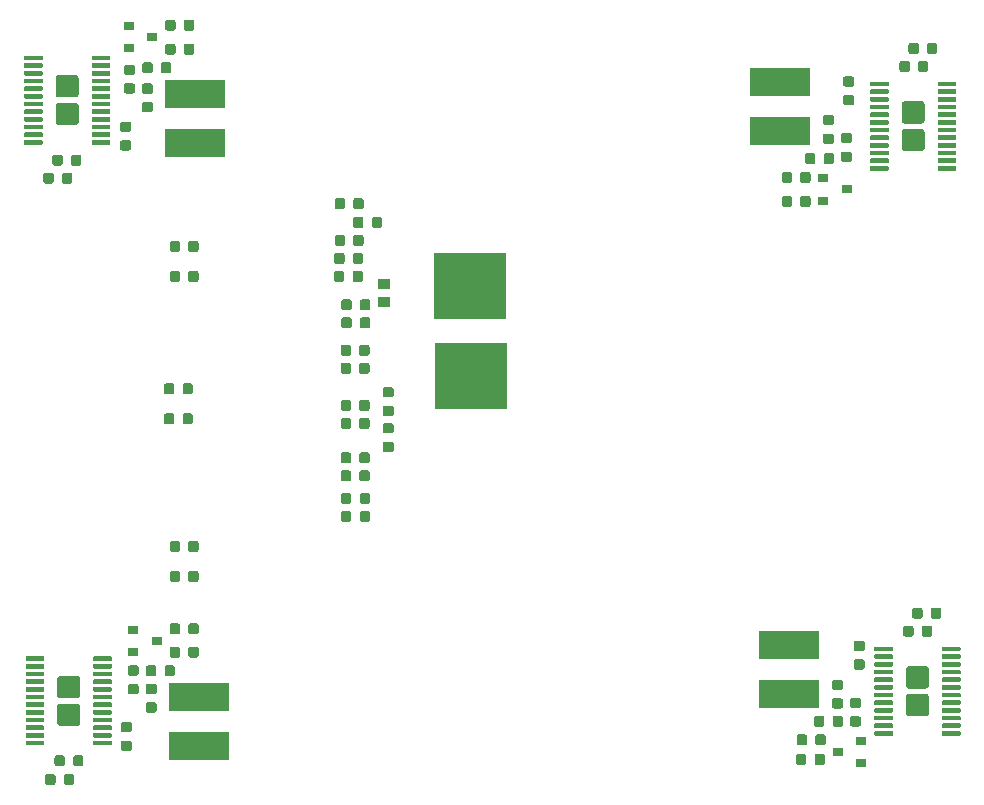
<source format=gbr>
G04 #@! TF.GenerationSoftware,KiCad,Pcbnew,5.1.5-52549c5~86~ubuntu16.04.1*
G04 #@! TF.CreationDate,2020-05-16T21:50:14+02:00*
G04 #@! TF.ProjectId,rc board,72632062-6f61-4726-942e-6b696361645f,rev?*
G04 #@! TF.SameCoordinates,Original*
G04 #@! TF.FileFunction,Paste,Top*
G04 #@! TF.FilePolarity,Positive*
%FSLAX46Y46*%
G04 Gerber Fmt 4.6, Leading zero omitted, Abs format (unit mm)*
G04 Created by KiCad (PCBNEW 5.1.5-52549c5~86~ubuntu16.04.1) date 2020-05-16 21:50:14*
%MOMM*%
%LPD*%
G04 APERTURE LIST*
%ADD10C,0.100000*%
%ADD11R,1.010000X0.940000*%
%ADD12R,5.100000X2.350000*%
%ADD13R,0.900000X0.800000*%
%ADD14R,6.200000X5.700000*%
G04 APERTURE END LIST*
D10*
G36*
X49897091Y-36711653D02*
G01*
X49918326Y-36714803D01*
X49939150Y-36720019D01*
X49959362Y-36727251D01*
X49978768Y-36736430D01*
X49997181Y-36747466D01*
X50014424Y-36760254D01*
X50030330Y-36774670D01*
X50044746Y-36790576D01*
X50057534Y-36807819D01*
X50068570Y-36826232D01*
X50077749Y-36845638D01*
X50084981Y-36865850D01*
X50090197Y-36886674D01*
X50093347Y-36907909D01*
X50094400Y-36929350D01*
X50094400Y-37441850D01*
X50093347Y-37463291D01*
X50090197Y-37484526D01*
X50084981Y-37505350D01*
X50077749Y-37525562D01*
X50068570Y-37544968D01*
X50057534Y-37563381D01*
X50044746Y-37580624D01*
X50030330Y-37596530D01*
X50014424Y-37610946D01*
X49997181Y-37623734D01*
X49978768Y-37634770D01*
X49959362Y-37643949D01*
X49939150Y-37651181D01*
X49918326Y-37656397D01*
X49897091Y-37659547D01*
X49875650Y-37660600D01*
X49438150Y-37660600D01*
X49416709Y-37659547D01*
X49395474Y-37656397D01*
X49374650Y-37651181D01*
X49354438Y-37643949D01*
X49335032Y-37634770D01*
X49316619Y-37623734D01*
X49299376Y-37610946D01*
X49283470Y-37596530D01*
X49269054Y-37580624D01*
X49256266Y-37563381D01*
X49245230Y-37544968D01*
X49236051Y-37525562D01*
X49228819Y-37505350D01*
X49223603Y-37484526D01*
X49220453Y-37463291D01*
X49219400Y-37441850D01*
X49219400Y-36929350D01*
X49220453Y-36907909D01*
X49223603Y-36886674D01*
X49228819Y-36865850D01*
X49236051Y-36845638D01*
X49245230Y-36826232D01*
X49256266Y-36807819D01*
X49269054Y-36790576D01*
X49283470Y-36774670D01*
X49299376Y-36760254D01*
X49316619Y-36747466D01*
X49335032Y-36736430D01*
X49354438Y-36727251D01*
X49374650Y-36720019D01*
X49395474Y-36714803D01*
X49416709Y-36711653D01*
X49438150Y-36710600D01*
X49875650Y-36710600D01*
X49897091Y-36711653D01*
G37*
G36*
X51472091Y-36711653D02*
G01*
X51493326Y-36714803D01*
X51514150Y-36720019D01*
X51534362Y-36727251D01*
X51553768Y-36736430D01*
X51572181Y-36747466D01*
X51589424Y-36760254D01*
X51605330Y-36774670D01*
X51619746Y-36790576D01*
X51632534Y-36807819D01*
X51643570Y-36826232D01*
X51652749Y-36845638D01*
X51659981Y-36865850D01*
X51665197Y-36886674D01*
X51668347Y-36907909D01*
X51669400Y-36929350D01*
X51669400Y-37441850D01*
X51668347Y-37463291D01*
X51665197Y-37484526D01*
X51659981Y-37505350D01*
X51652749Y-37525562D01*
X51643570Y-37544968D01*
X51632534Y-37563381D01*
X51619746Y-37580624D01*
X51605330Y-37596530D01*
X51589424Y-37610946D01*
X51572181Y-37623734D01*
X51553768Y-37634770D01*
X51534362Y-37643949D01*
X51514150Y-37651181D01*
X51493326Y-37656397D01*
X51472091Y-37659547D01*
X51450650Y-37660600D01*
X51013150Y-37660600D01*
X50991709Y-37659547D01*
X50970474Y-37656397D01*
X50949650Y-37651181D01*
X50929438Y-37643949D01*
X50910032Y-37634770D01*
X50891619Y-37623734D01*
X50874376Y-37610946D01*
X50858470Y-37596530D01*
X50844054Y-37580624D01*
X50831266Y-37563381D01*
X50820230Y-37544968D01*
X50811051Y-37525562D01*
X50803819Y-37505350D01*
X50798603Y-37484526D01*
X50795453Y-37463291D01*
X50794400Y-37441850D01*
X50794400Y-36929350D01*
X50795453Y-36907909D01*
X50798603Y-36886674D01*
X50803819Y-36865850D01*
X50811051Y-36845638D01*
X50820230Y-36826232D01*
X50831266Y-36807819D01*
X50844054Y-36790576D01*
X50858470Y-36774670D01*
X50874376Y-36760254D01*
X50891619Y-36747466D01*
X50910032Y-36736430D01*
X50929438Y-36727251D01*
X50949650Y-36720019D01*
X50970474Y-36714803D01*
X50991709Y-36711653D01*
X51013150Y-36710600D01*
X51450650Y-36710600D01*
X51472091Y-36711653D01*
G37*
D11*
X53467000Y-39316600D03*
X53467000Y-40896600D03*
D10*
G36*
X50468691Y-58555653D02*
G01*
X50489926Y-58558803D01*
X50510750Y-58564019D01*
X50530962Y-58571251D01*
X50550368Y-58580430D01*
X50568781Y-58591466D01*
X50586024Y-58604254D01*
X50601930Y-58618670D01*
X50616346Y-58634576D01*
X50629134Y-58651819D01*
X50640170Y-58670232D01*
X50649349Y-58689638D01*
X50656581Y-58709850D01*
X50661797Y-58730674D01*
X50664947Y-58751909D01*
X50666000Y-58773350D01*
X50666000Y-59285850D01*
X50664947Y-59307291D01*
X50661797Y-59328526D01*
X50656581Y-59349350D01*
X50649349Y-59369562D01*
X50640170Y-59388968D01*
X50629134Y-59407381D01*
X50616346Y-59424624D01*
X50601930Y-59440530D01*
X50586024Y-59454946D01*
X50568781Y-59467734D01*
X50550368Y-59478770D01*
X50530962Y-59487949D01*
X50510750Y-59495181D01*
X50489926Y-59500397D01*
X50468691Y-59503547D01*
X50447250Y-59504600D01*
X50009750Y-59504600D01*
X49988309Y-59503547D01*
X49967074Y-59500397D01*
X49946250Y-59495181D01*
X49926038Y-59487949D01*
X49906632Y-59478770D01*
X49888219Y-59467734D01*
X49870976Y-59454946D01*
X49855070Y-59440530D01*
X49840654Y-59424624D01*
X49827866Y-59407381D01*
X49816830Y-59388968D01*
X49807651Y-59369562D01*
X49800419Y-59349350D01*
X49795203Y-59328526D01*
X49792053Y-59307291D01*
X49791000Y-59285850D01*
X49791000Y-58773350D01*
X49792053Y-58751909D01*
X49795203Y-58730674D01*
X49800419Y-58709850D01*
X49807651Y-58689638D01*
X49816830Y-58670232D01*
X49827866Y-58651819D01*
X49840654Y-58634576D01*
X49855070Y-58618670D01*
X49870976Y-58604254D01*
X49888219Y-58591466D01*
X49906632Y-58580430D01*
X49926038Y-58571251D01*
X49946250Y-58564019D01*
X49967074Y-58558803D01*
X49988309Y-58555653D01*
X50009750Y-58554600D01*
X50447250Y-58554600D01*
X50468691Y-58555653D01*
G37*
G36*
X52043691Y-58555653D02*
G01*
X52064926Y-58558803D01*
X52085750Y-58564019D01*
X52105962Y-58571251D01*
X52125368Y-58580430D01*
X52143781Y-58591466D01*
X52161024Y-58604254D01*
X52176930Y-58618670D01*
X52191346Y-58634576D01*
X52204134Y-58651819D01*
X52215170Y-58670232D01*
X52224349Y-58689638D01*
X52231581Y-58709850D01*
X52236797Y-58730674D01*
X52239947Y-58751909D01*
X52241000Y-58773350D01*
X52241000Y-59285850D01*
X52239947Y-59307291D01*
X52236797Y-59328526D01*
X52231581Y-59349350D01*
X52224349Y-59369562D01*
X52215170Y-59388968D01*
X52204134Y-59407381D01*
X52191346Y-59424624D01*
X52176930Y-59440530D01*
X52161024Y-59454946D01*
X52143781Y-59467734D01*
X52125368Y-59478770D01*
X52105962Y-59487949D01*
X52085750Y-59495181D01*
X52064926Y-59500397D01*
X52043691Y-59503547D01*
X52022250Y-59504600D01*
X51584750Y-59504600D01*
X51563309Y-59503547D01*
X51542074Y-59500397D01*
X51521250Y-59495181D01*
X51501038Y-59487949D01*
X51481632Y-59478770D01*
X51463219Y-59467734D01*
X51445976Y-59454946D01*
X51430070Y-59440530D01*
X51415654Y-59424624D01*
X51402866Y-59407381D01*
X51391830Y-59388968D01*
X51382651Y-59369562D01*
X51375419Y-59349350D01*
X51370203Y-59328526D01*
X51367053Y-59307291D01*
X51366000Y-59285850D01*
X51366000Y-58773350D01*
X51367053Y-58751909D01*
X51370203Y-58730674D01*
X51375419Y-58709850D01*
X51382651Y-58689638D01*
X51391830Y-58670232D01*
X51402866Y-58651819D01*
X51415654Y-58634576D01*
X51430070Y-58618670D01*
X51445976Y-58604254D01*
X51463219Y-58591466D01*
X51481632Y-58580430D01*
X51501038Y-58571251D01*
X51521250Y-58564019D01*
X51542074Y-58558803D01*
X51563309Y-58555653D01*
X51584750Y-58554600D01*
X52022250Y-58554600D01*
X52043691Y-58555653D01*
G37*
G36*
X50443191Y-55126653D02*
G01*
X50464426Y-55129803D01*
X50485250Y-55135019D01*
X50505462Y-55142251D01*
X50524868Y-55151430D01*
X50543281Y-55162466D01*
X50560524Y-55175254D01*
X50576430Y-55189670D01*
X50590846Y-55205576D01*
X50603634Y-55222819D01*
X50614670Y-55241232D01*
X50623849Y-55260638D01*
X50631081Y-55280850D01*
X50636297Y-55301674D01*
X50639447Y-55322909D01*
X50640500Y-55344350D01*
X50640500Y-55856850D01*
X50639447Y-55878291D01*
X50636297Y-55899526D01*
X50631081Y-55920350D01*
X50623849Y-55940562D01*
X50614670Y-55959968D01*
X50603634Y-55978381D01*
X50590846Y-55995624D01*
X50576430Y-56011530D01*
X50560524Y-56025946D01*
X50543281Y-56038734D01*
X50524868Y-56049770D01*
X50505462Y-56058949D01*
X50485250Y-56066181D01*
X50464426Y-56071397D01*
X50443191Y-56074547D01*
X50421750Y-56075600D01*
X49984250Y-56075600D01*
X49962809Y-56074547D01*
X49941574Y-56071397D01*
X49920750Y-56066181D01*
X49900538Y-56058949D01*
X49881132Y-56049770D01*
X49862719Y-56038734D01*
X49845476Y-56025946D01*
X49829570Y-56011530D01*
X49815154Y-55995624D01*
X49802366Y-55978381D01*
X49791330Y-55959968D01*
X49782151Y-55940562D01*
X49774919Y-55920350D01*
X49769703Y-55899526D01*
X49766553Y-55878291D01*
X49765500Y-55856850D01*
X49765500Y-55344350D01*
X49766553Y-55322909D01*
X49769703Y-55301674D01*
X49774919Y-55280850D01*
X49782151Y-55260638D01*
X49791330Y-55241232D01*
X49802366Y-55222819D01*
X49815154Y-55205576D01*
X49829570Y-55189670D01*
X49845476Y-55175254D01*
X49862719Y-55162466D01*
X49881132Y-55151430D01*
X49900538Y-55142251D01*
X49920750Y-55135019D01*
X49941574Y-55129803D01*
X49962809Y-55126653D01*
X49984250Y-55125600D01*
X50421750Y-55125600D01*
X50443191Y-55126653D01*
G37*
G36*
X52018191Y-55126653D02*
G01*
X52039426Y-55129803D01*
X52060250Y-55135019D01*
X52080462Y-55142251D01*
X52099868Y-55151430D01*
X52118281Y-55162466D01*
X52135524Y-55175254D01*
X52151430Y-55189670D01*
X52165846Y-55205576D01*
X52178634Y-55222819D01*
X52189670Y-55241232D01*
X52198849Y-55260638D01*
X52206081Y-55280850D01*
X52211297Y-55301674D01*
X52214447Y-55322909D01*
X52215500Y-55344350D01*
X52215500Y-55856850D01*
X52214447Y-55878291D01*
X52211297Y-55899526D01*
X52206081Y-55920350D01*
X52198849Y-55940562D01*
X52189670Y-55959968D01*
X52178634Y-55978381D01*
X52165846Y-55995624D01*
X52151430Y-56011530D01*
X52135524Y-56025946D01*
X52118281Y-56038734D01*
X52099868Y-56049770D01*
X52080462Y-56058949D01*
X52060250Y-56066181D01*
X52039426Y-56071397D01*
X52018191Y-56074547D01*
X51996750Y-56075600D01*
X51559250Y-56075600D01*
X51537809Y-56074547D01*
X51516574Y-56071397D01*
X51495750Y-56066181D01*
X51475538Y-56058949D01*
X51456132Y-56049770D01*
X51437719Y-56038734D01*
X51420476Y-56025946D01*
X51404570Y-56011530D01*
X51390154Y-55995624D01*
X51377366Y-55978381D01*
X51366330Y-55959968D01*
X51357151Y-55940562D01*
X51349919Y-55920350D01*
X51344703Y-55899526D01*
X51341553Y-55878291D01*
X51340500Y-55856850D01*
X51340500Y-55344350D01*
X51341553Y-55322909D01*
X51344703Y-55301674D01*
X51349919Y-55280850D01*
X51357151Y-55260638D01*
X51366330Y-55241232D01*
X51377366Y-55222819D01*
X51390154Y-55205576D01*
X51404570Y-55189670D01*
X51420476Y-55175254D01*
X51437719Y-55162466D01*
X51456132Y-55151430D01*
X51475538Y-55142251D01*
X51495750Y-55135019D01*
X51516574Y-55129803D01*
X51537809Y-55126653D01*
X51559250Y-55125600D01*
X51996750Y-55125600D01*
X52018191Y-55126653D01*
G37*
G36*
X50443191Y-50681653D02*
G01*
X50464426Y-50684803D01*
X50485250Y-50690019D01*
X50505462Y-50697251D01*
X50524868Y-50706430D01*
X50543281Y-50717466D01*
X50560524Y-50730254D01*
X50576430Y-50744670D01*
X50590846Y-50760576D01*
X50603634Y-50777819D01*
X50614670Y-50796232D01*
X50623849Y-50815638D01*
X50631081Y-50835850D01*
X50636297Y-50856674D01*
X50639447Y-50877909D01*
X50640500Y-50899350D01*
X50640500Y-51411850D01*
X50639447Y-51433291D01*
X50636297Y-51454526D01*
X50631081Y-51475350D01*
X50623849Y-51495562D01*
X50614670Y-51514968D01*
X50603634Y-51533381D01*
X50590846Y-51550624D01*
X50576430Y-51566530D01*
X50560524Y-51580946D01*
X50543281Y-51593734D01*
X50524868Y-51604770D01*
X50505462Y-51613949D01*
X50485250Y-51621181D01*
X50464426Y-51626397D01*
X50443191Y-51629547D01*
X50421750Y-51630600D01*
X49984250Y-51630600D01*
X49962809Y-51629547D01*
X49941574Y-51626397D01*
X49920750Y-51621181D01*
X49900538Y-51613949D01*
X49881132Y-51604770D01*
X49862719Y-51593734D01*
X49845476Y-51580946D01*
X49829570Y-51566530D01*
X49815154Y-51550624D01*
X49802366Y-51533381D01*
X49791330Y-51514968D01*
X49782151Y-51495562D01*
X49774919Y-51475350D01*
X49769703Y-51454526D01*
X49766553Y-51433291D01*
X49765500Y-51411850D01*
X49765500Y-50899350D01*
X49766553Y-50877909D01*
X49769703Y-50856674D01*
X49774919Y-50835850D01*
X49782151Y-50815638D01*
X49791330Y-50796232D01*
X49802366Y-50777819D01*
X49815154Y-50760576D01*
X49829570Y-50744670D01*
X49845476Y-50730254D01*
X49862719Y-50717466D01*
X49881132Y-50706430D01*
X49900538Y-50697251D01*
X49920750Y-50690019D01*
X49941574Y-50684803D01*
X49962809Y-50681653D01*
X49984250Y-50680600D01*
X50421750Y-50680600D01*
X50443191Y-50681653D01*
G37*
G36*
X52018191Y-50681653D02*
G01*
X52039426Y-50684803D01*
X52060250Y-50690019D01*
X52080462Y-50697251D01*
X52099868Y-50706430D01*
X52118281Y-50717466D01*
X52135524Y-50730254D01*
X52151430Y-50744670D01*
X52165846Y-50760576D01*
X52178634Y-50777819D01*
X52189670Y-50796232D01*
X52198849Y-50815638D01*
X52206081Y-50835850D01*
X52211297Y-50856674D01*
X52214447Y-50877909D01*
X52215500Y-50899350D01*
X52215500Y-51411850D01*
X52214447Y-51433291D01*
X52211297Y-51454526D01*
X52206081Y-51475350D01*
X52198849Y-51495562D01*
X52189670Y-51514968D01*
X52178634Y-51533381D01*
X52165846Y-51550624D01*
X52151430Y-51566530D01*
X52135524Y-51580946D01*
X52118281Y-51593734D01*
X52099868Y-51604770D01*
X52080462Y-51613949D01*
X52060250Y-51621181D01*
X52039426Y-51626397D01*
X52018191Y-51629547D01*
X51996750Y-51630600D01*
X51559250Y-51630600D01*
X51537809Y-51629547D01*
X51516574Y-51626397D01*
X51495750Y-51621181D01*
X51475538Y-51613949D01*
X51456132Y-51604770D01*
X51437719Y-51593734D01*
X51420476Y-51580946D01*
X51404570Y-51566530D01*
X51390154Y-51550624D01*
X51377366Y-51533381D01*
X51366330Y-51514968D01*
X51357151Y-51495562D01*
X51349919Y-51475350D01*
X51344703Y-51454526D01*
X51341553Y-51433291D01*
X51340500Y-51411850D01*
X51340500Y-50899350D01*
X51341553Y-50877909D01*
X51344703Y-50856674D01*
X51349919Y-50835850D01*
X51357151Y-50815638D01*
X51366330Y-50796232D01*
X51377366Y-50777819D01*
X51390154Y-50760576D01*
X51404570Y-50744670D01*
X51420476Y-50730254D01*
X51437719Y-50717466D01*
X51456132Y-50706430D01*
X51475538Y-50697251D01*
X51495750Y-50690019D01*
X51516574Y-50684803D01*
X51537809Y-50681653D01*
X51559250Y-50680600D01*
X51996750Y-50680600D01*
X52018191Y-50681653D01*
G37*
G36*
X50443191Y-46020753D02*
G01*
X50464426Y-46023903D01*
X50485250Y-46029119D01*
X50505462Y-46036351D01*
X50524868Y-46045530D01*
X50543281Y-46056566D01*
X50560524Y-46069354D01*
X50576430Y-46083770D01*
X50590846Y-46099676D01*
X50603634Y-46116919D01*
X50614670Y-46135332D01*
X50623849Y-46154738D01*
X50631081Y-46174950D01*
X50636297Y-46195774D01*
X50639447Y-46217009D01*
X50640500Y-46238450D01*
X50640500Y-46750950D01*
X50639447Y-46772391D01*
X50636297Y-46793626D01*
X50631081Y-46814450D01*
X50623849Y-46834662D01*
X50614670Y-46854068D01*
X50603634Y-46872481D01*
X50590846Y-46889724D01*
X50576430Y-46905630D01*
X50560524Y-46920046D01*
X50543281Y-46932834D01*
X50524868Y-46943870D01*
X50505462Y-46953049D01*
X50485250Y-46960281D01*
X50464426Y-46965497D01*
X50443191Y-46968647D01*
X50421750Y-46969700D01*
X49984250Y-46969700D01*
X49962809Y-46968647D01*
X49941574Y-46965497D01*
X49920750Y-46960281D01*
X49900538Y-46953049D01*
X49881132Y-46943870D01*
X49862719Y-46932834D01*
X49845476Y-46920046D01*
X49829570Y-46905630D01*
X49815154Y-46889724D01*
X49802366Y-46872481D01*
X49791330Y-46854068D01*
X49782151Y-46834662D01*
X49774919Y-46814450D01*
X49769703Y-46793626D01*
X49766553Y-46772391D01*
X49765500Y-46750950D01*
X49765500Y-46238450D01*
X49766553Y-46217009D01*
X49769703Y-46195774D01*
X49774919Y-46174950D01*
X49782151Y-46154738D01*
X49791330Y-46135332D01*
X49802366Y-46116919D01*
X49815154Y-46099676D01*
X49829570Y-46083770D01*
X49845476Y-46069354D01*
X49862719Y-46056566D01*
X49881132Y-46045530D01*
X49900538Y-46036351D01*
X49920750Y-46029119D01*
X49941574Y-46023903D01*
X49962809Y-46020753D01*
X49984250Y-46019700D01*
X50421750Y-46019700D01*
X50443191Y-46020753D01*
G37*
G36*
X52018191Y-46020753D02*
G01*
X52039426Y-46023903D01*
X52060250Y-46029119D01*
X52080462Y-46036351D01*
X52099868Y-46045530D01*
X52118281Y-46056566D01*
X52135524Y-46069354D01*
X52151430Y-46083770D01*
X52165846Y-46099676D01*
X52178634Y-46116919D01*
X52189670Y-46135332D01*
X52198849Y-46154738D01*
X52206081Y-46174950D01*
X52211297Y-46195774D01*
X52214447Y-46217009D01*
X52215500Y-46238450D01*
X52215500Y-46750950D01*
X52214447Y-46772391D01*
X52211297Y-46793626D01*
X52206081Y-46814450D01*
X52198849Y-46834662D01*
X52189670Y-46854068D01*
X52178634Y-46872481D01*
X52165846Y-46889724D01*
X52151430Y-46905630D01*
X52135524Y-46920046D01*
X52118281Y-46932834D01*
X52099868Y-46943870D01*
X52080462Y-46953049D01*
X52060250Y-46960281D01*
X52039426Y-46965497D01*
X52018191Y-46968647D01*
X51996750Y-46969700D01*
X51559250Y-46969700D01*
X51537809Y-46968647D01*
X51516574Y-46965497D01*
X51495750Y-46960281D01*
X51475538Y-46953049D01*
X51456132Y-46943870D01*
X51437719Y-46932834D01*
X51420476Y-46920046D01*
X51404570Y-46905630D01*
X51390154Y-46889724D01*
X51377366Y-46872481D01*
X51366330Y-46854068D01*
X51357151Y-46834662D01*
X51349919Y-46814450D01*
X51344703Y-46793626D01*
X51341553Y-46772391D01*
X51340500Y-46750950D01*
X51340500Y-46238450D01*
X51341553Y-46217009D01*
X51344703Y-46195774D01*
X51349919Y-46174950D01*
X51357151Y-46154738D01*
X51366330Y-46135332D01*
X51377366Y-46116919D01*
X51390154Y-46099676D01*
X51404570Y-46083770D01*
X51420476Y-46069354D01*
X51437719Y-46056566D01*
X51456132Y-46045530D01*
X51475538Y-46036351D01*
X51495750Y-46029119D01*
X51516574Y-46023903D01*
X51537809Y-46020753D01*
X51559250Y-46019700D01*
X51996750Y-46019700D01*
X52018191Y-46020753D01*
G37*
G36*
X50506691Y-40648653D02*
G01*
X50527926Y-40651803D01*
X50548750Y-40657019D01*
X50568962Y-40664251D01*
X50588368Y-40673430D01*
X50606781Y-40684466D01*
X50624024Y-40697254D01*
X50639930Y-40711670D01*
X50654346Y-40727576D01*
X50667134Y-40744819D01*
X50678170Y-40763232D01*
X50687349Y-40782638D01*
X50694581Y-40802850D01*
X50699797Y-40823674D01*
X50702947Y-40844909D01*
X50704000Y-40866350D01*
X50704000Y-41378850D01*
X50702947Y-41400291D01*
X50699797Y-41421526D01*
X50694581Y-41442350D01*
X50687349Y-41462562D01*
X50678170Y-41481968D01*
X50667134Y-41500381D01*
X50654346Y-41517624D01*
X50639930Y-41533530D01*
X50624024Y-41547946D01*
X50606781Y-41560734D01*
X50588368Y-41571770D01*
X50568962Y-41580949D01*
X50548750Y-41588181D01*
X50527926Y-41593397D01*
X50506691Y-41596547D01*
X50485250Y-41597600D01*
X50047750Y-41597600D01*
X50026309Y-41596547D01*
X50005074Y-41593397D01*
X49984250Y-41588181D01*
X49964038Y-41580949D01*
X49944632Y-41571770D01*
X49926219Y-41560734D01*
X49908976Y-41547946D01*
X49893070Y-41533530D01*
X49878654Y-41517624D01*
X49865866Y-41500381D01*
X49854830Y-41481968D01*
X49845651Y-41462562D01*
X49838419Y-41442350D01*
X49833203Y-41421526D01*
X49830053Y-41400291D01*
X49829000Y-41378850D01*
X49829000Y-40866350D01*
X49830053Y-40844909D01*
X49833203Y-40823674D01*
X49838419Y-40802850D01*
X49845651Y-40782638D01*
X49854830Y-40763232D01*
X49865866Y-40744819D01*
X49878654Y-40727576D01*
X49893070Y-40711670D01*
X49908976Y-40697254D01*
X49926219Y-40684466D01*
X49944632Y-40673430D01*
X49964038Y-40664251D01*
X49984250Y-40657019D01*
X50005074Y-40651803D01*
X50026309Y-40648653D01*
X50047750Y-40647600D01*
X50485250Y-40647600D01*
X50506691Y-40648653D01*
G37*
G36*
X52081691Y-40648653D02*
G01*
X52102926Y-40651803D01*
X52123750Y-40657019D01*
X52143962Y-40664251D01*
X52163368Y-40673430D01*
X52181781Y-40684466D01*
X52199024Y-40697254D01*
X52214930Y-40711670D01*
X52229346Y-40727576D01*
X52242134Y-40744819D01*
X52253170Y-40763232D01*
X52262349Y-40782638D01*
X52269581Y-40802850D01*
X52274797Y-40823674D01*
X52277947Y-40844909D01*
X52279000Y-40866350D01*
X52279000Y-41378850D01*
X52277947Y-41400291D01*
X52274797Y-41421526D01*
X52269581Y-41442350D01*
X52262349Y-41462562D01*
X52253170Y-41481968D01*
X52242134Y-41500381D01*
X52229346Y-41517624D01*
X52214930Y-41533530D01*
X52199024Y-41547946D01*
X52181781Y-41560734D01*
X52163368Y-41571770D01*
X52143962Y-41580949D01*
X52123750Y-41588181D01*
X52102926Y-41593397D01*
X52081691Y-41596547D01*
X52060250Y-41597600D01*
X51622750Y-41597600D01*
X51601309Y-41596547D01*
X51580074Y-41593397D01*
X51559250Y-41588181D01*
X51539038Y-41580949D01*
X51519632Y-41571770D01*
X51501219Y-41560734D01*
X51483976Y-41547946D01*
X51468070Y-41533530D01*
X51453654Y-41517624D01*
X51440866Y-41500381D01*
X51429830Y-41481968D01*
X51420651Y-41462562D01*
X51413419Y-41442350D01*
X51408203Y-41421526D01*
X51405053Y-41400291D01*
X51404000Y-41378850D01*
X51404000Y-40866350D01*
X51405053Y-40844909D01*
X51408203Y-40823674D01*
X51413419Y-40802850D01*
X51420651Y-40782638D01*
X51429830Y-40763232D01*
X51440866Y-40744819D01*
X51453654Y-40727576D01*
X51468070Y-40711670D01*
X51483976Y-40697254D01*
X51501219Y-40684466D01*
X51519632Y-40673430D01*
X51539038Y-40664251D01*
X51559250Y-40657019D01*
X51580074Y-40651803D01*
X51601309Y-40648653D01*
X51622750Y-40647600D01*
X52060250Y-40647600D01*
X52081691Y-40648653D01*
G37*
G36*
X52043691Y-57031653D02*
G01*
X52064926Y-57034803D01*
X52085750Y-57040019D01*
X52105962Y-57047251D01*
X52125368Y-57056430D01*
X52143781Y-57067466D01*
X52161024Y-57080254D01*
X52176930Y-57094670D01*
X52191346Y-57110576D01*
X52204134Y-57127819D01*
X52215170Y-57146232D01*
X52224349Y-57165638D01*
X52231581Y-57185850D01*
X52236797Y-57206674D01*
X52239947Y-57227909D01*
X52241000Y-57249350D01*
X52241000Y-57761850D01*
X52239947Y-57783291D01*
X52236797Y-57804526D01*
X52231581Y-57825350D01*
X52224349Y-57845562D01*
X52215170Y-57864968D01*
X52204134Y-57883381D01*
X52191346Y-57900624D01*
X52176930Y-57916530D01*
X52161024Y-57930946D01*
X52143781Y-57943734D01*
X52125368Y-57954770D01*
X52105962Y-57963949D01*
X52085750Y-57971181D01*
X52064926Y-57976397D01*
X52043691Y-57979547D01*
X52022250Y-57980600D01*
X51584750Y-57980600D01*
X51563309Y-57979547D01*
X51542074Y-57976397D01*
X51521250Y-57971181D01*
X51501038Y-57963949D01*
X51481632Y-57954770D01*
X51463219Y-57943734D01*
X51445976Y-57930946D01*
X51430070Y-57916530D01*
X51415654Y-57900624D01*
X51402866Y-57883381D01*
X51391830Y-57864968D01*
X51382651Y-57845562D01*
X51375419Y-57825350D01*
X51370203Y-57804526D01*
X51367053Y-57783291D01*
X51366000Y-57761850D01*
X51366000Y-57249350D01*
X51367053Y-57227909D01*
X51370203Y-57206674D01*
X51375419Y-57185850D01*
X51382651Y-57165638D01*
X51391830Y-57146232D01*
X51402866Y-57127819D01*
X51415654Y-57110576D01*
X51430070Y-57094670D01*
X51445976Y-57080254D01*
X51463219Y-57067466D01*
X51481632Y-57056430D01*
X51501038Y-57047251D01*
X51521250Y-57040019D01*
X51542074Y-57034803D01*
X51563309Y-57031653D01*
X51584750Y-57030600D01*
X52022250Y-57030600D01*
X52043691Y-57031653D01*
G37*
G36*
X50468691Y-57031653D02*
G01*
X50489926Y-57034803D01*
X50510750Y-57040019D01*
X50530962Y-57047251D01*
X50550368Y-57056430D01*
X50568781Y-57067466D01*
X50586024Y-57080254D01*
X50601930Y-57094670D01*
X50616346Y-57110576D01*
X50629134Y-57127819D01*
X50640170Y-57146232D01*
X50649349Y-57165638D01*
X50656581Y-57185850D01*
X50661797Y-57206674D01*
X50664947Y-57227909D01*
X50666000Y-57249350D01*
X50666000Y-57761850D01*
X50664947Y-57783291D01*
X50661797Y-57804526D01*
X50656581Y-57825350D01*
X50649349Y-57845562D01*
X50640170Y-57864968D01*
X50629134Y-57883381D01*
X50616346Y-57900624D01*
X50601930Y-57916530D01*
X50586024Y-57930946D01*
X50568781Y-57943734D01*
X50550368Y-57954770D01*
X50530962Y-57963949D01*
X50510750Y-57971181D01*
X50489926Y-57976397D01*
X50468691Y-57979547D01*
X50447250Y-57980600D01*
X50009750Y-57980600D01*
X49988309Y-57979547D01*
X49967074Y-57976397D01*
X49946250Y-57971181D01*
X49926038Y-57963949D01*
X49906632Y-57954770D01*
X49888219Y-57943734D01*
X49870976Y-57930946D01*
X49855070Y-57916530D01*
X49840654Y-57900624D01*
X49827866Y-57883381D01*
X49816830Y-57864968D01*
X49807651Y-57845562D01*
X49800419Y-57825350D01*
X49795203Y-57804526D01*
X49792053Y-57783291D01*
X49791000Y-57761850D01*
X49791000Y-57249350D01*
X49792053Y-57227909D01*
X49795203Y-57206674D01*
X49800419Y-57185850D01*
X49807651Y-57165638D01*
X49816830Y-57146232D01*
X49827866Y-57127819D01*
X49840654Y-57110576D01*
X49855070Y-57094670D01*
X49870976Y-57080254D01*
X49888219Y-57067466D01*
X49906632Y-57056430D01*
X49926038Y-57047251D01*
X49946250Y-57040019D01*
X49967074Y-57034803D01*
X49988309Y-57031653D01*
X50009750Y-57030600D01*
X50447250Y-57030600D01*
X50468691Y-57031653D01*
G37*
G36*
X52018191Y-53602653D02*
G01*
X52039426Y-53605803D01*
X52060250Y-53611019D01*
X52080462Y-53618251D01*
X52099868Y-53627430D01*
X52118281Y-53638466D01*
X52135524Y-53651254D01*
X52151430Y-53665670D01*
X52165846Y-53681576D01*
X52178634Y-53698819D01*
X52189670Y-53717232D01*
X52198849Y-53736638D01*
X52206081Y-53756850D01*
X52211297Y-53777674D01*
X52214447Y-53798909D01*
X52215500Y-53820350D01*
X52215500Y-54332850D01*
X52214447Y-54354291D01*
X52211297Y-54375526D01*
X52206081Y-54396350D01*
X52198849Y-54416562D01*
X52189670Y-54435968D01*
X52178634Y-54454381D01*
X52165846Y-54471624D01*
X52151430Y-54487530D01*
X52135524Y-54501946D01*
X52118281Y-54514734D01*
X52099868Y-54525770D01*
X52080462Y-54534949D01*
X52060250Y-54542181D01*
X52039426Y-54547397D01*
X52018191Y-54550547D01*
X51996750Y-54551600D01*
X51559250Y-54551600D01*
X51537809Y-54550547D01*
X51516574Y-54547397D01*
X51495750Y-54542181D01*
X51475538Y-54534949D01*
X51456132Y-54525770D01*
X51437719Y-54514734D01*
X51420476Y-54501946D01*
X51404570Y-54487530D01*
X51390154Y-54471624D01*
X51377366Y-54454381D01*
X51366330Y-54435968D01*
X51357151Y-54416562D01*
X51349919Y-54396350D01*
X51344703Y-54375526D01*
X51341553Y-54354291D01*
X51340500Y-54332850D01*
X51340500Y-53820350D01*
X51341553Y-53798909D01*
X51344703Y-53777674D01*
X51349919Y-53756850D01*
X51357151Y-53736638D01*
X51366330Y-53717232D01*
X51377366Y-53698819D01*
X51390154Y-53681576D01*
X51404570Y-53665670D01*
X51420476Y-53651254D01*
X51437719Y-53638466D01*
X51456132Y-53627430D01*
X51475538Y-53618251D01*
X51495750Y-53611019D01*
X51516574Y-53605803D01*
X51537809Y-53602653D01*
X51559250Y-53601600D01*
X51996750Y-53601600D01*
X52018191Y-53602653D01*
G37*
G36*
X50443191Y-53602653D02*
G01*
X50464426Y-53605803D01*
X50485250Y-53611019D01*
X50505462Y-53618251D01*
X50524868Y-53627430D01*
X50543281Y-53638466D01*
X50560524Y-53651254D01*
X50576430Y-53665670D01*
X50590846Y-53681576D01*
X50603634Y-53698819D01*
X50614670Y-53717232D01*
X50623849Y-53736638D01*
X50631081Y-53756850D01*
X50636297Y-53777674D01*
X50639447Y-53798909D01*
X50640500Y-53820350D01*
X50640500Y-54332850D01*
X50639447Y-54354291D01*
X50636297Y-54375526D01*
X50631081Y-54396350D01*
X50623849Y-54416562D01*
X50614670Y-54435968D01*
X50603634Y-54454381D01*
X50590846Y-54471624D01*
X50576430Y-54487530D01*
X50560524Y-54501946D01*
X50543281Y-54514734D01*
X50524868Y-54525770D01*
X50505462Y-54534949D01*
X50485250Y-54542181D01*
X50464426Y-54547397D01*
X50443191Y-54550547D01*
X50421750Y-54551600D01*
X49984250Y-54551600D01*
X49962809Y-54550547D01*
X49941574Y-54547397D01*
X49920750Y-54542181D01*
X49900538Y-54534949D01*
X49881132Y-54525770D01*
X49862719Y-54514734D01*
X49845476Y-54501946D01*
X49829570Y-54487530D01*
X49815154Y-54471624D01*
X49802366Y-54454381D01*
X49791330Y-54435968D01*
X49782151Y-54416562D01*
X49774919Y-54396350D01*
X49769703Y-54375526D01*
X49766553Y-54354291D01*
X49765500Y-54332850D01*
X49765500Y-53820350D01*
X49766553Y-53798909D01*
X49769703Y-53777674D01*
X49774919Y-53756850D01*
X49782151Y-53736638D01*
X49791330Y-53717232D01*
X49802366Y-53698819D01*
X49815154Y-53681576D01*
X49829570Y-53665670D01*
X49845476Y-53651254D01*
X49862719Y-53638466D01*
X49881132Y-53627430D01*
X49900538Y-53618251D01*
X49920750Y-53611019D01*
X49941574Y-53605803D01*
X49962809Y-53602653D01*
X49984250Y-53601600D01*
X50421750Y-53601600D01*
X50443191Y-53602653D01*
G37*
G36*
X52018191Y-49157653D02*
G01*
X52039426Y-49160803D01*
X52060250Y-49166019D01*
X52080462Y-49173251D01*
X52099868Y-49182430D01*
X52118281Y-49193466D01*
X52135524Y-49206254D01*
X52151430Y-49220670D01*
X52165846Y-49236576D01*
X52178634Y-49253819D01*
X52189670Y-49272232D01*
X52198849Y-49291638D01*
X52206081Y-49311850D01*
X52211297Y-49332674D01*
X52214447Y-49353909D01*
X52215500Y-49375350D01*
X52215500Y-49887850D01*
X52214447Y-49909291D01*
X52211297Y-49930526D01*
X52206081Y-49951350D01*
X52198849Y-49971562D01*
X52189670Y-49990968D01*
X52178634Y-50009381D01*
X52165846Y-50026624D01*
X52151430Y-50042530D01*
X52135524Y-50056946D01*
X52118281Y-50069734D01*
X52099868Y-50080770D01*
X52080462Y-50089949D01*
X52060250Y-50097181D01*
X52039426Y-50102397D01*
X52018191Y-50105547D01*
X51996750Y-50106600D01*
X51559250Y-50106600D01*
X51537809Y-50105547D01*
X51516574Y-50102397D01*
X51495750Y-50097181D01*
X51475538Y-50089949D01*
X51456132Y-50080770D01*
X51437719Y-50069734D01*
X51420476Y-50056946D01*
X51404570Y-50042530D01*
X51390154Y-50026624D01*
X51377366Y-50009381D01*
X51366330Y-49990968D01*
X51357151Y-49971562D01*
X51349919Y-49951350D01*
X51344703Y-49930526D01*
X51341553Y-49909291D01*
X51340500Y-49887850D01*
X51340500Y-49375350D01*
X51341553Y-49353909D01*
X51344703Y-49332674D01*
X51349919Y-49311850D01*
X51357151Y-49291638D01*
X51366330Y-49272232D01*
X51377366Y-49253819D01*
X51390154Y-49236576D01*
X51404570Y-49220670D01*
X51420476Y-49206254D01*
X51437719Y-49193466D01*
X51456132Y-49182430D01*
X51475538Y-49173251D01*
X51495750Y-49166019D01*
X51516574Y-49160803D01*
X51537809Y-49157653D01*
X51559250Y-49156600D01*
X51996750Y-49156600D01*
X52018191Y-49157653D01*
G37*
G36*
X50443191Y-49157653D02*
G01*
X50464426Y-49160803D01*
X50485250Y-49166019D01*
X50505462Y-49173251D01*
X50524868Y-49182430D01*
X50543281Y-49193466D01*
X50560524Y-49206254D01*
X50576430Y-49220670D01*
X50590846Y-49236576D01*
X50603634Y-49253819D01*
X50614670Y-49272232D01*
X50623849Y-49291638D01*
X50631081Y-49311850D01*
X50636297Y-49332674D01*
X50639447Y-49353909D01*
X50640500Y-49375350D01*
X50640500Y-49887850D01*
X50639447Y-49909291D01*
X50636297Y-49930526D01*
X50631081Y-49951350D01*
X50623849Y-49971562D01*
X50614670Y-49990968D01*
X50603634Y-50009381D01*
X50590846Y-50026624D01*
X50576430Y-50042530D01*
X50560524Y-50056946D01*
X50543281Y-50069734D01*
X50524868Y-50080770D01*
X50505462Y-50089949D01*
X50485250Y-50097181D01*
X50464426Y-50102397D01*
X50443191Y-50105547D01*
X50421750Y-50106600D01*
X49984250Y-50106600D01*
X49962809Y-50105547D01*
X49941574Y-50102397D01*
X49920750Y-50097181D01*
X49900538Y-50089949D01*
X49881132Y-50080770D01*
X49862719Y-50069734D01*
X49845476Y-50056946D01*
X49829570Y-50042530D01*
X49815154Y-50026624D01*
X49802366Y-50009381D01*
X49791330Y-49990968D01*
X49782151Y-49971562D01*
X49774919Y-49951350D01*
X49769703Y-49930526D01*
X49766553Y-49909291D01*
X49765500Y-49887850D01*
X49765500Y-49375350D01*
X49766553Y-49353909D01*
X49769703Y-49332674D01*
X49774919Y-49311850D01*
X49782151Y-49291638D01*
X49791330Y-49272232D01*
X49802366Y-49253819D01*
X49815154Y-49236576D01*
X49829570Y-49220670D01*
X49845476Y-49206254D01*
X49862719Y-49193466D01*
X49881132Y-49182430D01*
X49900538Y-49173251D01*
X49920750Y-49166019D01*
X49941574Y-49160803D01*
X49962809Y-49157653D01*
X49984250Y-49156600D01*
X50421750Y-49156600D01*
X50443191Y-49157653D01*
G37*
G36*
X52018191Y-44496753D02*
G01*
X52039426Y-44499903D01*
X52060250Y-44505119D01*
X52080462Y-44512351D01*
X52099868Y-44521530D01*
X52118281Y-44532566D01*
X52135524Y-44545354D01*
X52151430Y-44559770D01*
X52165846Y-44575676D01*
X52178634Y-44592919D01*
X52189670Y-44611332D01*
X52198849Y-44630738D01*
X52206081Y-44650950D01*
X52211297Y-44671774D01*
X52214447Y-44693009D01*
X52215500Y-44714450D01*
X52215500Y-45226950D01*
X52214447Y-45248391D01*
X52211297Y-45269626D01*
X52206081Y-45290450D01*
X52198849Y-45310662D01*
X52189670Y-45330068D01*
X52178634Y-45348481D01*
X52165846Y-45365724D01*
X52151430Y-45381630D01*
X52135524Y-45396046D01*
X52118281Y-45408834D01*
X52099868Y-45419870D01*
X52080462Y-45429049D01*
X52060250Y-45436281D01*
X52039426Y-45441497D01*
X52018191Y-45444647D01*
X51996750Y-45445700D01*
X51559250Y-45445700D01*
X51537809Y-45444647D01*
X51516574Y-45441497D01*
X51495750Y-45436281D01*
X51475538Y-45429049D01*
X51456132Y-45419870D01*
X51437719Y-45408834D01*
X51420476Y-45396046D01*
X51404570Y-45381630D01*
X51390154Y-45365724D01*
X51377366Y-45348481D01*
X51366330Y-45330068D01*
X51357151Y-45310662D01*
X51349919Y-45290450D01*
X51344703Y-45269626D01*
X51341553Y-45248391D01*
X51340500Y-45226950D01*
X51340500Y-44714450D01*
X51341553Y-44693009D01*
X51344703Y-44671774D01*
X51349919Y-44650950D01*
X51357151Y-44630738D01*
X51366330Y-44611332D01*
X51377366Y-44592919D01*
X51390154Y-44575676D01*
X51404570Y-44559770D01*
X51420476Y-44545354D01*
X51437719Y-44532566D01*
X51456132Y-44521530D01*
X51475538Y-44512351D01*
X51495750Y-44505119D01*
X51516574Y-44499903D01*
X51537809Y-44496753D01*
X51559250Y-44495700D01*
X51996750Y-44495700D01*
X52018191Y-44496753D01*
G37*
G36*
X50443191Y-44496753D02*
G01*
X50464426Y-44499903D01*
X50485250Y-44505119D01*
X50505462Y-44512351D01*
X50524868Y-44521530D01*
X50543281Y-44532566D01*
X50560524Y-44545354D01*
X50576430Y-44559770D01*
X50590846Y-44575676D01*
X50603634Y-44592919D01*
X50614670Y-44611332D01*
X50623849Y-44630738D01*
X50631081Y-44650950D01*
X50636297Y-44671774D01*
X50639447Y-44693009D01*
X50640500Y-44714450D01*
X50640500Y-45226950D01*
X50639447Y-45248391D01*
X50636297Y-45269626D01*
X50631081Y-45290450D01*
X50623849Y-45310662D01*
X50614670Y-45330068D01*
X50603634Y-45348481D01*
X50590846Y-45365724D01*
X50576430Y-45381630D01*
X50560524Y-45396046D01*
X50543281Y-45408834D01*
X50524868Y-45419870D01*
X50505462Y-45429049D01*
X50485250Y-45436281D01*
X50464426Y-45441497D01*
X50443191Y-45444647D01*
X50421750Y-45445700D01*
X49984250Y-45445700D01*
X49962809Y-45444647D01*
X49941574Y-45441497D01*
X49920750Y-45436281D01*
X49900538Y-45429049D01*
X49881132Y-45419870D01*
X49862719Y-45408834D01*
X49845476Y-45396046D01*
X49829570Y-45381630D01*
X49815154Y-45365724D01*
X49802366Y-45348481D01*
X49791330Y-45330068D01*
X49782151Y-45310662D01*
X49774919Y-45290450D01*
X49769703Y-45269626D01*
X49766553Y-45248391D01*
X49765500Y-45226950D01*
X49765500Y-44714450D01*
X49766553Y-44693009D01*
X49769703Y-44671774D01*
X49774919Y-44650950D01*
X49782151Y-44630738D01*
X49791330Y-44611332D01*
X49802366Y-44592919D01*
X49815154Y-44575676D01*
X49829570Y-44559770D01*
X49845476Y-44545354D01*
X49862719Y-44532566D01*
X49881132Y-44521530D01*
X49900538Y-44512351D01*
X49920750Y-44505119D01*
X49941574Y-44499903D01*
X49962809Y-44496753D01*
X49984250Y-44495700D01*
X50421750Y-44495700D01*
X50443191Y-44496753D01*
G37*
G36*
X52081691Y-42172653D02*
G01*
X52102926Y-42175803D01*
X52123750Y-42181019D01*
X52143962Y-42188251D01*
X52163368Y-42197430D01*
X52181781Y-42208466D01*
X52199024Y-42221254D01*
X52214930Y-42235670D01*
X52229346Y-42251576D01*
X52242134Y-42268819D01*
X52253170Y-42287232D01*
X52262349Y-42306638D01*
X52269581Y-42326850D01*
X52274797Y-42347674D01*
X52277947Y-42368909D01*
X52279000Y-42390350D01*
X52279000Y-42902850D01*
X52277947Y-42924291D01*
X52274797Y-42945526D01*
X52269581Y-42966350D01*
X52262349Y-42986562D01*
X52253170Y-43005968D01*
X52242134Y-43024381D01*
X52229346Y-43041624D01*
X52214930Y-43057530D01*
X52199024Y-43071946D01*
X52181781Y-43084734D01*
X52163368Y-43095770D01*
X52143962Y-43104949D01*
X52123750Y-43112181D01*
X52102926Y-43117397D01*
X52081691Y-43120547D01*
X52060250Y-43121600D01*
X51622750Y-43121600D01*
X51601309Y-43120547D01*
X51580074Y-43117397D01*
X51559250Y-43112181D01*
X51539038Y-43104949D01*
X51519632Y-43095770D01*
X51501219Y-43084734D01*
X51483976Y-43071946D01*
X51468070Y-43057530D01*
X51453654Y-43041624D01*
X51440866Y-43024381D01*
X51429830Y-43005968D01*
X51420651Y-42986562D01*
X51413419Y-42966350D01*
X51408203Y-42945526D01*
X51405053Y-42924291D01*
X51404000Y-42902850D01*
X51404000Y-42390350D01*
X51405053Y-42368909D01*
X51408203Y-42347674D01*
X51413419Y-42326850D01*
X51420651Y-42306638D01*
X51429830Y-42287232D01*
X51440866Y-42268819D01*
X51453654Y-42251576D01*
X51468070Y-42235670D01*
X51483976Y-42221254D01*
X51501219Y-42208466D01*
X51519632Y-42197430D01*
X51539038Y-42188251D01*
X51559250Y-42181019D01*
X51580074Y-42175803D01*
X51601309Y-42172653D01*
X51622750Y-42171600D01*
X52060250Y-42171600D01*
X52081691Y-42172653D01*
G37*
G36*
X50506691Y-42172653D02*
G01*
X50527926Y-42175803D01*
X50548750Y-42181019D01*
X50568962Y-42188251D01*
X50588368Y-42197430D01*
X50606781Y-42208466D01*
X50624024Y-42221254D01*
X50639930Y-42235670D01*
X50654346Y-42251576D01*
X50667134Y-42268819D01*
X50678170Y-42287232D01*
X50687349Y-42306638D01*
X50694581Y-42326850D01*
X50699797Y-42347674D01*
X50702947Y-42368909D01*
X50704000Y-42390350D01*
X50704000Y-42902850D01*
X50702947Y-42924291D01*
X50699797Y-42945526D01*
X50694581Y-42966350D01*
X50687349Y-42986562D01*
X50678170Y-43005968D01*
X50667134Y-43024381D01*
X50654346Y-43041624D01*
X50639930Y-43057530D01*
X50624024Y-43071946D01*
X50606781Y-43084734D01*
X50588368Y-43095770D01*
X50568962Y-43104949D01*
X50548750Y-43112181D01*
X50527926Y-43117397D01*
X50506691Y-43120547D01*
X50485250Y-43121600D01*
X50047750Y-43121600D01*
X50026309Y-43120547D01*
X50005074Y-43117397D01*
X49984250Y-43112181D01*
X49964038Y-43104949D01*
X49944632Y-43095770D01*
X49926219Y-43084734D01*
X49908976Y-43071946D01*
X49893070Y-43057530D01*
X49878654Y-43041624D01*
X49865866Y-43024381D01*
X49854830Y-43005968D01*
X49845651Y-42986562D01*
X49838419Y-42966350D01*
X49833203Y-42945526D01*
X49830053Y-42924291D01*
X49829000Y-42902850D01*
X49829000Y-42390350D01*
X49830053Y-42368909D01*
X49833203Y-42347674D01*
X49838419Y-42326850D01*
X49845651Y-42306638D01*
X49854830Y-42287232D01*
X49865866Y-42268819D01*
X49878654Y-42251576D01*
X49893070Y-42235670D01*
X49908976Y-42221254D01*
X49926219Y-42208466D01*
X49944632Y-42197430D01*
X49964038Y-42188251D01*
X49984250Y-42181019D01*
X50005074Y-42175803D01*
X50026309Y-42172653D01*
X50047750Y-42171600D01*
X50485250Y-42171600D01*
X50506691Y-42172653D01*
G37*
G36*
X27473005Y-74876804D02*
G01*
X27497273Y-74880404D01*
X27521072Y-74886365D01*
X27544171Y-74894630D01*
X27566350Y-74905120D01*
X27587393Y-74917732D01*
X27607099Y-74932347D01*
X27625277Y-74948823D01*
X27641753Y-74967001D01*
X27656368Y-74986707D01*
X27668980Y-75007750D01*
X27679470Y-75029929D01*
X27687735Y-75053028D01*
X27693696Y-75076827D01*
X27697296Y-75101095D01*
X27698500Y-75125599D01*
X27698500Y-76515601D01*
X27697296Y-76540105D01*
X27693696Y-76564373D01*
X27687735Y-76588172D01*
X27679470Y-76611271D01*
X27668980Y-76633450D01*
X27656368Y-76654493D01*
X27641753Y-76674199D01*
X27625277Y-76692377D01*
X27607099Y-76708853D01*
X27587393Y-76723468D01*
X27566350Y-76736080D01*
X27544171Y-76746570D01*
X27521072Y-76754835D01*
X27497273Y-76760796D01*
X27473005Y-76764396D01*
X27448501Y-76765600D01*
X26018499Y-76765600D01*
X25993995Y-76764396D01*
X25969727Y-76760796D01*
X25945928Y-76754835D01*
X25922829Y-76746570D01*
X25900650Y-76736080D01*
X25879607Y-76723468D01*
X25859901Y-76708853D01*
X25841723Y-76692377D01*
X25825247Y-76674199D01*
X25810632Y-76654493D01*
X25798020Y-76633450D01*
X25787530Y-76611271D01*
X25779265Y-76588172D01*
X25773304Y-76564373D01*
X25769704Y-76540105D01*
X25768500Y-76515601D01*
X25768500Y-75125599D01*
X25769704Y-75101095D01*
X25773304Y-75076827D01*
X25779265Y-75053028D01*
X25787530Y-75029929D01*
X25798020Y-75007750D01*
X25810632Y-74986707D01*
X25825247Y-74967001D01*
X25841723Y-74948823D01*
X25859901Y-74932347D01*
X25879607Y-74917732D01*
X25900650Y-74905120D01*
X25922829Y-74894630D01*
X25945928Y-74886365D01*
X25969727Y-74880404D01*
X25993995Y-74876804D01*
X26018499Y-74875600D01*
X27448501Y-74875600D01*
X27473005Y-74876804D01*
G37*
G36*
X27473005Y-72536804D02*
G01*
X27497273Y-72540404D01*
X27521072Y-72546365D01*
X27544171Y-72554630D01*
X27566350Y-72565120D01*
X27587393Y-72577732D01*
X27607099Y-72592347D01*
X27625277Y-72608823D01*
X27641753Y-72627001D01*
X27656368Y-72646707D01*
X27668980Y-72667750D01*
X27679470Y-72689929D01*
X27687735Y-72713028D01*
X27693696Y-72736827D01*
X27697296Y-72761095D01*
X27698500Y-72785599D01*
X27698500Y-74175601D01*
X27697296Y-74200105D01*
X27693696Y-74224373D01*
X27687735Y-74248172D01*
X27679470Y-74271271D01*
X27668980Y-74293450D01*
X27656368Y-74314493D01*
X27641753Y-74334199D01*
X27625277Y-74352377D01*
X27607099Y-74368853D01*
X27587393Y-74383468D01*
X27566350Y-74396080D01*
X27544171Y-74406570D01*
X27521072Y-74414835D01*
X27497273Y-74420796D01*
X27473005Y-74424396D01*
X27448501Y-74425600D01*
X26018499Y-74425600D01*
X25993995Y-74424396D01*
X25969727Y-74420796D01*
X25945928Y-74414835D01*
X25922829Y-74406570D01*
X25900650Y-74396080D01*
X25879607Y-74383468D01*
X25859901Y-74368853D01*
X25841723Y-74352377D01*
X25825247Y-74334199D01*
X25810632Y-74314493D01*
X25798020Y-74293450D01*
X25787530Y-74271271D01*
X25779265Y-74248172D01*
X25773304Y-74224373D01*
X25769704Y-74200105D01*
X25768500Y-74175601D01*
X25768500Y-72785599D01*
X25769704Y-72761095D01*
X25773304Y-72736827D01*
X25779265Y-72713028D01*
X25787530Y-72689929D01*
X25798020Y-72667750D01*
X25810632Y-72646707D01*
X25825247Y-72627001D01*
X25841723Y-72608823D01*
X25859901Y-72592347D01*
X25879607Y-72577732D01*
X25900650Y-72565120D01*
X25922829Y-72554630D01*
X25945928Y-72546365D01*
X25969727Y-72540404D01*
X25993995Y-72536804D01*
X26018499Y-72535600D01*
X27448501Y-72535600D01*
X27473005Y-72536804D01*
G37*
G36*
X30293302Y-78026082D02*
G01*
X30303009Y-78027521D01*
X30312528Y-78029906D01*
X30321768Y-78033212D01*
X30330640Y-78037408D01*
X30339057Y-78042453D01*
X30346939Y-78048299D01*
X30354211Y-78054889D01*
X30360801Y-78062161D01*
X30366647Y-78070043D01*
X30371692Y-78078460D01*
X30375888Y-78087332D01*
X30379194Y-78096572D01*
X30381579Y-78106091D01*
X30383018Y-78115798D01*
X30383500Y-78125600D01*
X30383500Y-78325600D01*
X30383018Y-78335402D01*
X30381579Y-78345109D01*
X30379194Y-78354628D01*
X30375888Y-78363868D01*
X30371692Y-78372740D01*
X30366647Y-78381157D01*
X30360801Y-78389039D01*
X30354211Y-78396311D01*
X30346939Y-78402901D01*
X30339057Y-78408747D01*
X30330640Y-78413792D01*
X30321768Y-78417988D01*
X30312528Y-78421294D01*
X30303009Y-78423679D01*
X30293302Y-78425118D01*
X30283500Y-78425600D01*
X28908500Y-78425600D01*
X28898698Y-78425118D01*
X28888991Y-78423679D01*
X28879472Y-78421294D01*
X28870232Y-78417988D01*
X28861360Y-78413792D01*
X28852943Y-78408747D01*
X28845061Y-78402901D01*
X28837789Y-78396311D01*
X28831199Y-78389039D01*
X28825353Y-78381157D01*
X28820308Y-78372740D01*
X28816112Y-78363868D01*
X28812806Y-78354628D01*
X28810421Y-78345109D01*
X28808982Y-78335402D01*
X28808500Y-78325600D01*
X28808500Y-78125600D01*
X28808982Y-78115798D01*
X28810421Y-78106091D01*
X28812806Y-78096572D01*
X28816112Y-78087332D01*
X28820308Y-78078460D01*
X28825353Y-78070043D01*
X28831199Y-78062161D01*
X28837789Y-78054889D01*
X28845061Y-78048299D01*
X28852943Y-78042453D01*
X28861360Y-78037408D01*
X28870232Y-78033212D01*
X28879472Y-78029906D01*
X28888991Y-78027521D01*
X28898698Y-78026082D01*
X28908500Y-78025600D01*
X30283500Y-78025600D01*
X30293302Y-78026082D01*
G37*
G36*
X30293302Y-77376082D02*
G01*
X30303009Y-77377521D01*
X30312528Y-77379906D01*
X30321768Y-77383212D01*
X30330640Y-77387408D01*
X30339057Y-77392453D01*
X30346939Y-77398299D01*
X30354211Y-77404889D01*
X30360801Y-77412161D01*
X30366647Y-77420043D01*
X30371692Y-77428460D01*
X30375888Y-77437332D01*
X30379194Y-77446572D01*
X30381579Y-77456091D01*
X30383018Y-77465798D01*
X30383500Y-77475600D01*
X30383500Y-77675600D01*
X30383018Y-77685402D01*
X30381579Y-77695109D01*
X30379194Y-77704628D01*
X30375888Y-77713868D01*
X30371692Y-77722740D01*
X30366647Y-77731157D01*
X30360801Y-77739039D01*
X30354211Y-77746311D01*
X30346939Y-77752901D01*
X30339057Y-77758747D01*
X30330640Y-77763792D01*
X30321768Y-77767988D01*
X30312528Y-77771294D01*
X30303009Y-77773679D01*
X30293302Y-77775118D01*
X30283500Y-77775600D01*
X28908500Y-77775600D01*
X28898698Y-77775118D01*
X28888991Y-77773679D01*
X28879472Y-77771294D01*
X28870232Y-77767988D01*
X28861360Y-77763792D01*
X28852943Y-77758747D01*
X28845061Y-77752901D01*
X28837789Y-77746311D01*
X28831199Y-77739039D01*
X28825353Y-77731157D01*
X28820308Y-77722740D01*
X28816112Y-77713868D01*
X28812806Y-77704628D01*
X28810421Y-77695109D01*
X28808982Y-77685402D01*
X28808500Y-77675600D01*
X28808500Y-77475600D01*
X28808982Y-77465798D01*
X28810421Y-77456091D01*
X28812806Y-77446572D01*
X28816112Y-77437332D01*
X28820308Y-77428460D01*
X28825353Y-77420043D01*
X28831199Y-77412161D01*
X28837789Y-77404889D01*
X28845061Y-77398299D01*
X28852943Y-77392453D01*
X28861360Y-77387408D01*
X28870232Y-77383212D01*
X28879472Y-77379906D01*
X28888991Y-77377521D01*
X28898698Y-77376082D01*
X28908500Y-77375600D01*
X30283500Y-77375600D01*
X30293302Y-77376082D01*
G37*
G36*
X30293302Y-76726082D02*
G01*
X30303009Y-76727521D01*
X30312528Y-76729906D01*
X30321768Y-76733212D01*
X30330640Y-76737408D01*
X30339057Y-76742453D01*
X30346939Y-76748299D01*
X30354211Y-76754889D01*
X30360801Y-76762161D01*
X30366647Y-76770043D01*
X30371692Y-76778460D01*
X30375888Y-76787332D01*
X30379194Y-76796572D01*
X30381579Y-76806091D01*
X30383018Y-76815798D01*
X30383500Y-76825600D01*
X30383500Y-77025600D01*
X30383018Y-77035402D01*
X30381579Y-77045109D01*
X30379194Y-77054628D01*
X30375888Y-77063868D01*
X30371692Y-77072740D01*
X30366647Y-77081157D01*
X30360801Y-77089039D01*
X30354211Y-77096311D01*
X30346939Y-77102901D01*
X30339057Y-77108747D01*
X30330640Y-77113792D01*
X30321768Y-77117988D01*
X30312528Y-77121294D01*
X30303009Y-77123679D01*
X30293302Y-77125118D01*
X30283500Y-77125600D01*
X28908500Y-77125600D01*
X28898698Y-77125118D01*
X28888991Y-77123679D01*
X28879472Y-77121294D01*
X28870232Y-77117988D01*
X28861360Y-77113792D01*
X28852943Y-77108747D01*
X28845061Y-77102901D01*
X28837789Y-77096311D01*
X28831199Y-77089039D01*
X28825353Y-77081157D01*
X28820308Y-77072740D01*
X28816112Y-77063868D01*
X28812806Y-77054628D01*
X28810421Y-77045109D01*
X28808982Y-77035402D01*
X28808500Y-77025600D01*
X28808500Y-76825600D01*
X28808982Y-76815798D01*
X28810421Y-76806091D01*
X28812806Y-76796572D01*
X28816112Y-76787332D01*
X28820308Y-76778460D01*
X28825353Y-76770043D01*
X28831199Y-76762161D01*
X28837789Y-76754889D01*
X28845061Y-76748299D01*
X28852943Y-76742453D01*
X28861360Y-76737408D01*
X28870232Y-76733212D01*
X28879472Y-76729906D01*
X28888991Y-76727521D01*
X28898698Y-76726082D01*
X28908500Y-76725600D01*
X30283500Y-76725600D01*
X30293302Y-76726082D01*
G37*
G36*
X30293302Y-76076082D02*
G01*
X30303009Y-76077521D01*
X30312528Y-76079906D01*
X30321768Y-76083212D01*
X30330640Y-76087408D01*
X30339057Y-76092453D01*
X30346939Y-76098299D01*
X30354211Y-76104889D01*
X30360801Y-76112161D01*
X30366647Y-76120043D01*
X30371692Y-76128460D01*
X30375888Y-76137332D01*
X30379194Y-76146572D01*
X30381579Y-76156091D01*
X30383018Y-76165798D01*
X30383500Y-76175600D01*
X30383500Y-76375600D01*
X30383018Y-76385402D01*
X30381579Y-76395109D01*
X30379194Y-76404628D01*
X30375888Y-76413868D01*
X30371692Y-76422740D01*
X30366647Y-76431157D01*
X30360801Y-76439039D01*
X30354211Y-76446311D01*
X30346939Y-76452901D01*
X30339057Y-76458747D01*
X30330640Y-76463792D01*
X30321768Y-76467988D01*
X30312528Y-76471294D01*
X30303009Y-76473679D01*
X30293302Y-76475118D01*
X30283500Y-76475600D01*
X28908500Y-76475600D01*
X28898698Y-76475118D01*
X28888991Y-76473679D01*
X28879472Y-76471294D01*
X28870232Y-76467988D01*
X28861360Y-76463792D01*
X28852943Y-76458747D01*
X28845061Y-76452901D01*
X28837789Y-76446311D01*
X28831199Y-76439039D01*
X28825353Y-76431157D01*
X28820308Y-76422740D01*
X28816112Y-76413868D01*
X28812806Y-76404628D01*
X28810421Y-76395109D01*
X28808982Y-76385402D01*
X28808500Y-76375600D01*
X28808500Y-76175600D01*
X28808982Y-76165798D01*
X28810421Y-76156091D01*
X28812806Y-76146572D01*
X28816112Y-76137332D01*
X28820308Y-76128460D01*
X28825353Y-76120043D01*
X28831199Y-76112161D01*
X28837789Y-76104889D01*
X28845061Y-76098299D01*
X28852943Y-76092453D01*
X28861360Y-76087408D01*
X28870232Y-76083212D01*
X28879472Y-76079906D01*
X28888991Y-76077521D01*
X28898698Y-76076082D01*
X28908500Y-76075600D01*
X30283500Y-76075600D01*
X30293302Y-76076082D01*
G37*
G36*
X30293302Y-75426082D02*
G01*
X30303009Y-75427521D01*
X30312528Y-75429906D01*
X30321768Y-75433212D01*
X30330640Y-75437408D01*
X30339057Y-75442453D01*
X30346939Y-75448299D01*
X30354211Y-75454889D01*
X30360801Y-75462161D01*
X30366647Y-75470043D01*
X30371692Y-75478460D01*
X30375888Y-75487332D01*
X30379194Y-75496572D01*
X30381579Y-75506091D01*
X30383018Y-75515798D01*
X30383500Y-75525600D01*
X30383500Y-75725600D01*
X30383018Y-75735402D01*
X30381579Y-75745109D01*
X30379194Y-75754628D01*
X30375888Y-75763868D01*
X30371692Y-75772740D01*
X30366647Y-75781157D01*
X30360801Y-75789039D01*
X30354211Y-75796311D01*
X30346939Y-75802901D01*
X30339057Y-75808747D01*
X30330640Y-75813792D01*
X30321768Y-75817988D01*
X30312528Y-75821294D01*
X30303009Y-75823679D01*
X30293302Y-75825118D01*
X30283500Y-75825600D01*
X28908500Y-75825600D01*
X28898698Y-75825118D01*
X28888991Y-75823679D01*
X28879472Y-75821294D01*
X28870232Y-75817988D01*
X28861360Y-75813792D01*
X28852943Y-75808747D01*
X28845061Y-75802901D01*
X28837789Y-75796311D01*
X28831199Y-75789039D01*
X28825353Y-75781157D01*
X28820308Y-75772740D01*
X28816112Y-75763868D01*
X28812806Y-75754628D01*
X28810421Y-75745109D01*
X28808982Y-75735402D01*
X28808500Y-75725600D01*
X28808500Y-75525600D01*
X28808982Y-75515798D01*
X28810421Y-75506091D01*
X28812806Y-75496572D01*
X28816112Y-75487332D01*
X28820308Y-75478460D01*
X28825353Y-75470043D01*
X28831199Y-75462161D01*
X28837789Y-75454889D01*
X28845061Y-75448299D01*
X28852943Y-75442453D01*
X28861360Y-75437408D01*
X28870232Y-75433212D01*
X28879472Y-75429906D01*
X28888991Y-75427521D01*
X28898698Y-75426082D01*
X28908500Y-75425600D01*
X30283500Y-75425600D01*
X30293302Y-75426082D01*
G37*
G36*
X30293302Y-74776082D02*
G01*
X30303009Y-74777521D01*
X30312528Y-74779906D01*
X30321768Y-74783212D01*
X30330640Y-74787408D01*
X30339057Y-74792453D01*
X30346939Y-74798299D01*
X30354211Y-74804889D01*
X30360801Y-74812161D01*
X30366647Y-74820043D01*
X30371692Y-74828460D01*
X30375888Y-74837332D01*
X30379194Y-74846572D01*
X30381579Y-74856091D01*
X30383018Y-74865798D01*
X30383500Y-74875600D01*
X30383500Y-75075600D01*
X30383018Y-75085402D01*
X30381579Y-75095109D01*
X30379194Y-75104628D01*
X30375888Y-75113868D01*
X30371692Y-75122740D01*
X30366647Y-75131157D01*
X30360801Y-75139039D01*
X30354211Y-75146311D01*
X30346939Y-75152901D01*
X30339057Y-75158747D01*
X30330640Y-75163792D01*
X30321768Y-75167988D01*
X30312528Y-75171294D01*
X30303009Y-75173679D01*
X30293302Y-75175118D01*
X30283500Y-75175600D01*
X28908500Y-75175600D01*
X28898698Y-75175118D01*
X28888991Y-75173679D01*
X28879472Y-75171294D01*
X28870232Y-75167988D01*
X28861360Y-75163792D01*
X28852943Y-75158747D01*
X28845061Y-75152901D01*
X28837789Y-75146311D01*
X28831199Y-75139039D01*
X28825353Y-75131157D01*
X28820308Y-75122740D01*
X28816112Y-75113868D01*
X28812806Y-75104628D01*
X28810421Y-75095109D01*
X28808982Y-75085402D01*
X28808500Y-75075600D01*
X28808500Y-74875600D01*
X28808982Y-74865798D01*
X28810421Y-74856091D01*
X28812806Y-74846572D01*
X28816112Y-74837332D01*
X28820308Y-74828460D01*
X28825353Y-74820043D01*
X28831199Y-74812161D01*
X28837789Y-74804889D01*
X28845061Y-74798299D01*
X28852943Y-74792453D01*
X28861360Y-74787408D01*
X28870232Y-74783212D01*
X28879472Y-74779906D01*
X28888991Y-74777521D01*
X28898698Y-74776082D01*
X28908500Y-74775600D01*
X30283500Y-74775600D01*
X30293302Y-74776082D01*
G37*
G36*
X30293302Y-74126082D02*
G01*
X30303009Y-74127521D01*
X30312528Y-74129906D01*
X30321768Y-74133212D01*
X30330640Y-74137408D01*
X30339057Y-74142453D01*
X30346939Y-74148299D01*
X30354211Y-74154889D01*
X30360801Y-74162161D01*
X30366647Y-74170043D01*
X30371692Y-74178460D01*
X30375888Y-74187332D01*
X30379194Y-74196572D01*
X30381579Y-74206091D01*
X30383018Y-74215798D01*
X30383500Y-74225600D01*
X30383500Y-74425600D01*
X30383018Y-74435402D01*
X30381579Y-74445109D01*
X30379194Y-74454628D01*
X30375888Y-74463868D01*
X30371692Y-74472740D01*
X30366647Y-74481157D01*
X30360801Y-74489039D01*
X30354211Y-74496311D01*
X30346939Y-74502901D01*
X30339057Y-74508747D01*
X30330640Y-74513792D01*
X30321768Y-74517988D01*
X30312528Y-74521294D01*
X30303009Y-74523679D01*
X30293302Y-74525118D01*
X30283500Y-74525600D01*
X28908500Y-74525600D01*
X28898698Y-74525118D01*
X28888991Y-74523679D01*
X28879472Y-74521294D01*
X28870232Y-74517988D01*
X28861360Y-74513792D01*
X28852943Y-74508747D01*
X28845061Y-74502901D01*
X28837789Y-74496311D01*
X28831199Y-74489039D01*
X28825353Y-74481157D01*
X28820308Y-74472740D01*
X28816112Y-74463868D01*
X28812806Y-74454628D01*
X28810421Y-74445109D01*
X28808982Y-74435402D01*
X28808500Y-74425600D01*
X28808500Y-74225600D01*
X28808982Y-74215798D01*
X28810421Y-74206091D01*
X28812806Y-74196572D01*
X28816112Y-74187332D01*
X28820308Y-74178460D01*
X28825353Y-74170043D01*
X28831199Y-74162161D01*
X28837789Y-74154889D01*
X28845061Y-74148299D01*
X28852943Y-74142453D01*
X28861360Y-74137408D01*
X28870232Y-74133212D01*
X28879472Y-74129906D01*
X28888991Y-74127521D01*
X28898698Y-74126082D01*
X28908500Y-74125600D01*
X30283500Y-74125600D01*
X30293302Y-74126082D01*
G37*
G36*
X30293302Y-73476082D02*
G01*
X30303009Y-73477521D01*
X30312528Y-73479906D01*
X30321768Y-73483212D01*
X30330640Y-73487408D01*
X30339057Y-73492453D01*
X30346939Y-73498299D01*
X30354211Y-73504889D01*
X30360801Y-73512161D01*
X30366647Y-73520043D01*
X30371692Y-73528460D01*
X30375888Y-73537332D01*
X30379194Y-73546572D01*
X30381579Y-73556091D01*
X30383018Y-73565798D01*
X30383500Y-73575600D01*
X30383500Y-73775600D01*
X30383018Y-73785402D01*
X30381579Y-73795109D01*
X30379194Y-73804628D01*
X30375888Y-73813868D01*
X30371692Y-73822740D01*
X30366647Y-73831157D01*
X30360801Y-73839039D01*
X30354211Y-73846311D01*
X30346939Y-73852901D01*
X30339057Y-73858747D01*
X30330640Y-73863792D01*
X30321768Y-73867988D01*
X30312528Y-73871294D01*
X30303009Y-73873679D01*
X30293302Y-73875118D01*
X30283500Y-73875600D01*
X28908500Y-73875600D01*
X28898698Y-73875118D01*
X28888991Y-73873679D01*
X28879472Y-73871294D01*
X28870232Y-73867988D01*
X28861360Y-73863792D01*
X28852943Y-73858747D01*
X28845061Y-73852901D01*
X28837789Y-73846311D01*
X28831199Y-73839039D01*
X28825353Y-73831157D01*
X28820308Y-73822740D01*
X28816112Y-73813868D01*
X28812806Y-73804628D01*
X28810421Y-73795109D01*
X28808982Y-73785402D01*
X28808500Y-73775600D01*
X28808500Y-73575600D01*
X28808982Y-73565798D01*
X28810421Y-73556091D01*
X28812806Y-73546572D01*
X28816112Y-73537332D01*
X28820308Y-73528460D01*
X28825353Y-73520043D01*
X28831199Y-73512161D01*
X28837789Y-73504889D01*
X28845061Y-73498299D01*
X28852943Y-73492453D01*
X28861360Y-73487408D01*
X28870232Y-73483212D01*
X28879472Y-73479906D01*
X28888991Y-73477521D01*
X28898698Y-73476082D01*
X28908500Y-73475600D01*
X30283500Y-73475600D01*
X30293302Y-73476082D01*
G37*
G36*
X30293302Y-72826082D02*
G01*
X30303009Y-72827521D01*
X30312528Y-72829906D01*
X30321768Y-72833212D01*
X30330640Y-72837408D01*
X30339057Y-72842453D01*
X30346939Y-72848299D01*
X30354211Y-72854889D01*
X30360801Y-72862161D01*
X30366647Y-72870043D01*
X30371692Y-72878460D01*
X30375888Y-72887332D01*
X30379194Y-72896572D01*
X30381579Y-72906091D01*
X30383018Y-72915798D01*
X30383500Y-72925600D01*
X30383500Y-73125600D01*
X30383018Y-73135402D01*
X30381579Y-73145109D01*
X30379194Y-73154628D01*
X30375888Y-73163868D01*
X30371692Y-73172740D01*
X30366647Y-73181157D01*
X30360801Y-73189039D01*
X30354211Y-73196311D01*
X30346939Y-73202901D01*
X30339057Y-73208747D01*
X30330640Y-73213792D01*
X30321768Y-73217988D01*
X30312528Y-73221294D01*
X30303009Y-73223679D01*
X30293302Y-73225118D01*
X30283500Y-73225600D01*
X28908500Y-73225600D01*
X28898698Y-73225118D01*
X28888991Y-73223679D01*
X28879472Y-73221294D01*
X28870232Y-73217988D01*
X28861360Y-73213792D01*
X28852943Y-73208747D01*
X28845061Y-73202901D01*
X28837789Y-73196311D01*
X28831199Y-73189039D01*
X28825353Y-73181157D01*
X28820308Y-73172740D01*
X28816112Y-73163868D01*
X28812806Y-73154628D01*
X28810421Y-73145109D01*
X28808982Y-73135402D01*
X28808500Y-73125600D01*
X28808500Y-72925600D01*
X28808982Y-72915798D01*
X28810421Y-72906091D01*
X28812806Y-72896572D01*
X28816112Y-72887332D01*
X28820308Y-72878460D01*
X28825353Y-72870043D01*
X28831199Y-72862161D01*
X28837789Y-72854889D01*
X28845061Y-72848299D01*
X28852943Y-72842453D01*
X28861360Y-72837408D01*
X28870232Y-72833212D01*
X28879472Y-72829906D01*
X28888991Y-72827521D01*
X28898698Y-72826082D01*
X28908500Y-72825600D01*
X30283500Y-72825600D01*
X30293302Y-72826082D01*
G37*
G36*
X30293302Y-72176082D02*
G01*
X30303009Y-72177521D01*
X30312528Y-72179906D01*
X30321768Y-72183212D01*
X30330640Y-72187408D01*
X30339057Y-72192453D01*
X30346939Y-72198299D01*
X30354211Y-72204889D01*
X30360801Y-72212161D01*
X30366647Y-72220043D01*
X30371692Y-72228460D01*
X30375888Y-72237332D01*
X30379194Y-72246572D01*
X30381579Y-72256091D01*
X30383018Y-72265798D01*
X30383500Y-72275600D01*
X30383500Y-72475600D01*
X30383018Y-72485402D01*
X30381579Y-72495109D01*
X30379194Y-72504628D01*
X30375888Y-72513868D01*
X30371692Y-72522740D01*
X30366647Y-72531157D01*
X30360801Y-72539039D01*
X30354211Y-72546311D01*
X30346939Y-72552901D01*
X30339057Y-72558747D01*
X30330640Y-72563792D01*
X30321768Y-72567988D01*
X30312528Y-72571294D01*
X30303009Y-72573679D01*
X30293302Y-72575118D01*
X30283500Y-72575600D01*
X28908500Y-72575600D01*
X28898698Y-72575118D01*
X28888991Y-72573679D01*
X28879472Y-72571294D01*
X28870232Y-72567988D01*
X28861360Y-72563792D01*
X28852943Y-72558747D01*
X28845061Y-72552901D01*
X28837789Y-72546311D01*
X28831199Y-72539039D01*
X28825353Y-72531157D01*
X28820308Y-72522740D01*
X28816112Y-72513868D01*
X28812806Y-72504628D01*
X28810421Y-72495109D01*
X28808982Y-72485402D01*
X28808500Y-72475600D01*
X28808500Y-72275600D01*
X28808982Y-72265798D01*
X28810421Y-72256091D01*
X28812806Y-72246572D01*
X28816112Y-72237332D01*
X28820308Y-72228460D01*
X28825353Y-72220043D01*
X28831199Y-72212161D01*
X28837789Y-72204889D01*
X28845061Y-72198299D01*
X28852943Y-72192453D01*
X28861360Y-72187408D01*
X28870232Y-72183212D01*
X28879472Y-72179906D01*
X28888991Y-72177521D01*
X28898698Y-72176082D01*
X28908500Y-72175600D01*
X30283500Y-72175600D01*
X30293302Y-72176082D01*
G37*
G36*
X30293302Y-71526082D02*
G01*
X30303009Y-71527521D01*
X30312528Y-71529906D01*
X30321768Y-71533212D01*
X30330640Y-71537408D01*
X30339057Y-71542453D01*
X30346939Y-71548299D01*
X30354211Y-71554889D01*
X30360801Y-71562161D01*
X30366647Y-71570043D01*
X30371692Y-71578460D01*
X30375888Y-71587332D01*
X30379194Y-71596572D01*
X30381579Y-71606091D01*
X30383018Y-71615798D01*
X30383500Y-71625600D01*
X30383500Y-71825600D01*
X30383018Y-71835402D01*
X30381579Y-71845109D01*
X30379194Y-71854628D01*
X30375888Y-71863868D01*
X30371692Y-71872740D01*
X30366647Y-71881157D01*
X30360801Y-71889039D01*
X30354211Y-71896311D01*
X30346939Y-71902901D01*
X30339057Y-71908747D01*
X30330640Y-71913792D01*
X30321768Y-71917988D01*
X30312528Y-71921294D01*
X30303009Y-71923679D01*
X30293302Y-71925118D01*
X30283500Y-71925600D01*
X28908500Y-71925600D01*
X28898698Y-71925118D01*
X28888991Y-71923679D01*
X28879472Y-71921294D01*
X28870232Y-71917988D01*
X28861360Y-71913792D01*
X28852943Y-71908747D01*
X28845061Y-71902901D01*
X28837789Y-71896311D01*
X28831199Y-71889039D01*
X28825353Y-71881157D01*
X28820308Y-71872740D01*
X28816112Y-71863868D01*
X28812806Y-71854628D01*
X28810421Y-71845109D01*
X28808982Y-71835402D01*
X28808500Y-71825600D01*
X28808500Y-71625600D01*
X28808982Y-71615798D01*
X28810421Y-71606091D01*
X28812806Y-71596572D01*
X28816112Y-71587332D01*
X28820308Y-71578460D01*
X28825353Y-71570043D01*
X28831199Y-71562161D01*
X28837789Y-71554889D01*
X28845061Y-71548299D01*
X28852943Y-71542453D01*
X28861360Y-71537408D01*
X28870232Y-71533212D01*
X28879472Y-71529906D01*
X28888991Y-71527521D01*
X28898698Y-71526082D01*
X28908500Y-71525600D01*
X30283500Y-71525600D01*
X30293302Y-71526082D01*
G37*
G36*
X30293302Y-70876082D02*
G01*
X30303009Y-70877521D01*
X30312528Y-70879906D01*
X30321768Y-70883212D01*
X30330640Y-70887408D01*
X30339057Y-70892453D01*
X30346939Y-70898299D01*
X30354211Y-70904889D01*
X30360801Y-70912161D01*
X30366647Y-70920043D01*
X30371692Y-70928460D01*
X30375888Y-70937332D01*
X30379194Y-70946572D01*
X30381579Y-70956091D01*
X30383018Y-70965798D01*
X30383500Y-70975600D01*
X30383500Y-71175600D01*
X30383018Y-71185402D01*
X30381579Y-71195109D01*
X30379194Y-71204628D01*
X30375888Y-71213868D01*
X30371692Y-71222740D01*
X30366647Y-71231157D01*
X30360801Y-71239039D01*
X30354211Y-71246311D01*
X30346939Y-71252901D01*
X30339057Y-71258747D01*
X30330640Y-71263792D01*
X30321768Y-71267988D01*
X30312528Y-71271294D01*
X30303009Y-71273679D01*
X30293302Y-71275118D01*
X30283500Y-71275600D01*
X28908500Y-71275600D01*
X28898698Y-71275118D01*
X28888991Y-71273679D01*
X28879472Y-71271294D01*
X28870232Y-71267988D01*
X28861360Y-71263792D01*
X28852943Y-71258747D01*
X28845061Y-71252901D01*
X28837789Y-71246311D01*
X28831199Y-71239039D01*
X28825353Y-71231157D01*
X28820308Y-71222740D01*
X28816112Y-71213868D01*
X28812806Y-71204628D01*
X28810421Y-71195109D01*
X28808982Y-71185402D01*
X28808500Y-71175600D01*
X28808500Y-70975600D01*
X28808982Y-70965798D01*
X28810421Y-70956091D01*
X28812806Y-70946572D01*
X28816112Y-70937332D01*
X28820308Y-70928460D01*
X28825353Y-70920043D01*
X28831199Y-70912161D01*
X28837789Y-70904889D01*
X28845061Y-70898299D01*
X28852943Y-70892453D01*
X28861360Y-70887408D01*
X28870232Y-70883212D01*
X28879472Y-70879906D01*
X28888991Y-70877521D01*
X28898698Y-70876082D01*
X28908500Y-70875600D01*
X30283500Y-70875600D01*
X30293302Y-70876082D01*
G37*
G36*
X24568302Y-70876082D02*
G01*
X24578009Y-70877521D01*
X24587528Y-70879906D01*
X24596768Y-70883212D01*
X24605640Y-70887408D01*
X24614057Y-70892453D01*
X24621939Y-70898299D01*
X24629211Y-70904889D01*
X24635801Y-70912161D01*
X24641647Y-70920043D01*
X24646692Y-70928460D01*
X24650888Y-70937332D01*
X24654194Y-70946572D01*
X24656579Y-70956091D01*
X24658018Y-70965798D01*
X24658500Y-70975600D01*
X24658500Y-71175600D01*
X24658018Y-71185402D01*
X24656579Y-71195109D01*
X24654194Y-71204628D01*
X24650888Y-71213868D01*
X24646692Y-71222740D01*
X24641647Y-71231157D01*
X24635801Y-71239039D01*
X24629211Y-71246311D01*
X24621939Y-71252901D01*
X24614057Y-71258747D01*
X24605640Y-71263792D01*
X24596768Y-71267988D01*
X24587528Y-71271294D01*
X24578009Y-71273679D01*
X24568302Y-71275118D01*
X24558500Y-71275600D01*
X23183500Y-71275600D01*
X23173698Y-71275118D01*
X23163991Y-71273679D01*
X23154472Y-71271294D01*
X23145232Y-71267988D01*
X23136360Y-71263792D01*
X23127943Y-71258747D01*
X23120061Y-71252901D01*
X23112789Y-71246311D01*
X23106199Y-71239039D01*
X23100353Y-71231157D01*
X23095308Y-71222740D01*
X23091112Y-71213868D01*
X23087806Y-71204628D01*
X23085421Y-71195109D01*
X23083982Y-71185402D01*
X23083500Y-71175600D01*
X23083500Y-70975600D01*
X23083982Y-70965798D01*
X23085421Y-70956091D01*
X23087806Y-70946572D01*
X23091112Y-70937332D01*
X23095308Y-70928460D01*
X23100353Y-70920043D01*
X23106199Y-70912161D01*
X23112789Y-70904889D01*
X23120061Y-70898299D01*
X23127943Y-70892453D01*
X23136360Y-70887408D01*
X23145232Y-70883212D01*
X23154472Y-70879906D01*
X23163991Y-70877521D01*
X23173698Y-70876082D01*
X23183500Y-70875600D01*
X24558500Y-70875600D01*
X24568302Y-70876082D01*
G37*
G36*
X24568302Y-71526082D02*
G01*
X24578009Y-71527521D01*
X24587528Y-71529906D01*
X24596768Y-71533212D01*
X24605640Y-71537408D01*
X24614057Y-71542453D01*
X24621939Y-71548299D01*
X24629211Y-71554889D01*
X24635801Y-71562161D01*
X24641647Y-71570043D01*
X24646692Y-71578460D01*
X24650888Y-71587332D01*
X24654194Y-71596572D01*
X24656579Y-71606091D01*
X24658018Y-71615798D01*
X24658500Y-71625600D01*
X24658500Y-71825600D01*
X24658018Y-71835402D01*
X24656579Y-71845109D01*
X24654194Y-71854628D01*
X24650888Y-71863868D01*
X24646692Y-71872740D01*
X24641647Y-71881157D01*
X24635801Y-71889039D01*
X24629211Y-71896311D01*
X24621939Y-71902901D01*
X24614057Y-71908747D01*
X24605640Y-71913792D01*
X24596768Y-71917988D01*
X24587528Y-71921294D01*
X24578009Y-71923679D01*
X24568302Y-71925118D01*
X24558500Y-71925600D01*
X23183500Y-71925600D01*
X23173698Y-71925118D01*
X23163991Y-71923679D01*
X23154472Y-71921294D01*
X23145232Y-71917988D01*
X23136360Y-71913792D01*
X23127943Y-71908747D01*
X23120061Y-71902901D01*
X23112789Y-71896311D01*
X23106199Y-71889039D01*
X23100353Y-71881157D01*
X23095308Y-71872740D01*
X23091112Y-71863868D01*
X23087806Y-71854628D01*
X23085421Y-71845109D01*
X23083982Y-71835402D01*
X23083500Y-71825600D01*
X23083500Y-71625600D01*
X23083982Y-71615798D01*
X23085421Y-71606091D01*
X23087806Y-71596572D01*
X23091112Y-71587332D01*
X23095308Y-71578460D01*
X23100353Y-71570043D01*
X23106199Y-71562161D01*
X23112789Y-71554889D01*
X23120061Y-71548299D01*
X23127943Y-71542453D01*
X23136360Y-71537408D01*
X23145232Y-71533212D01*
X23154472Y-71529906D01*
X23163991Y-71527521D01*
X23173698Y-71526082D01*
X23183500Y-71525600D01*
X24558500Y-71525600D01*
X24568302Y-71526082D01*
G37*
G36*
X24568302Y-72176082D02*
G01*
X24578009Y-72177521D01*
X24587528Y-72179906D01*
X24596768Y-72183212D01*
X24605640Y-72187408D01*
X24614057Y-72192453D01*
X24621939Y-72198299D01*
X24629211Y-72204889D01*
X24635801Y-72212161D01*
X24641647Y-72220043D01*
X24646692Y-72228460D01*
X24650888Y-72237332D01*
X24654194Y-72246572D01*
X24656579Y-72256091D01*
X24658018Y-72265798D01*
X24658500Y-72275600D01*
X24658500Y-72475600D01*
X24658018Y-72485402D01*
X24656579Y-72495109D01*
X24654194Y-72504628D01*
X24650888Y-72513868D01*
X24646692Y-72522740D01*
X24641647Y-72531157D01*
X24635801Y-72539039D01*
X24629211Y-72546311D01*
X24621939Y-72552901D01*
X24614057Y-72558747D01*
X24605640Y-72563792D01*
X24596768Y-72567988D01*
X24587528Y-72571294D01*
X24578009Y-72573679D01*
X24568302Y-72575118D01*
X24558500Y-72575600D01*
X23183500Y-72575600D01*
X23173698Y-72575118D01*
X23163991Y-72573679D01*
X23154472Y-72571294D01*
X23145232Y-72567988D01*
X23136360Y-72563792D01*
X23127943Y-72558747D01*
X23120061Y-72552901D01*
X23112789Y-72546311D01*
X23106199Y-72539039D01*
X23100353Y-72531157D01*
X23095308Y-72522740D01*
X23091112Y-72513868D01*
X23087806Y-72504628D01*
X23085421Y-72495109D01*
X23083982Y-72485402D01*
X23083500Y-72475600D01*
X23083500Y-72275600D01*
X23083982Y-72265798D01*
X23085421Y-72256091D01*
X23087806Y-72246572D01*
X23091112Y-72237332D01*
X23095308Y-72228460D01*
X23100353Y-72220043D01*
X23106199Y-72212161D01*
X23112789Y-72204889D01*
X23120061Y-72198299D01*
X23127943Y-72192453D01*
X23136360Y-72187408D01*
X23145232Y-72183212D01*
X23154472Y-72179906D01*
X23163991Y-72177521D01*
X23173698Y-72176082D01*
X23183500Y-72175600D01*
X24558500Y-72175600D01*
X24568302Y-72176082D01*
G37*
G36*
X24568302Y-72826082D02*
G01*
X24578009Y-72827521D01*
X24587528Y-72829906D01*
X24596768Y-72833212D01*
X24605640Y-72837408D01*
X24614057Y-72842453D01*
X24621939Y-72848299D01*
X24629211Y-72854889D01*
X24635801Y-72862161D01*
X24641647Y-72870043D01*
X24646692Y-72878460D01*
X24650888Y-72887332D01*
X24654194Y-72896572D01*
X24656579Y-72906091D01*
X24658018Y-72915798D01*
X24658500Y-72925600D01*
X24658500Y-73125600D01*
X24658018Y-73135402D01*
X24656579Y-73145109D01*
X24654194Y-73154628D01*
X24650888Y-73163868D01*
X24646692Y-73172740D01*
X24641647Y-73181157D01*
X24635801Y-73189039D01*
X24629211Y-73196311D01*
X24621939Y-73202901D01*
X24614057Y-73208747D01*
X24605640Y-73213792D01*
X24596768Y-73217988D01*
X24587528Y-73221294D01*
X24578009Y-73223679D01*
X24568302Y-73225118D01*
X24558500Y-73225600D01*
X23183500Y-73225600D01*
X23173698Y-73225118D01*
X23163991Y-73223679D01*
X23154472Y-73221294D01*
X23145232Y-73217988D01*
X23136360Y-73213792D01*
X23127943Y-73208747D01*
X23120061Y-73202901D01*
X23112789Y-73196311D01*
X23106199Y-73189039D01*
X23100353Y-73181157D01*
X23095308Y-73172740D01*
X23091112Y-73163868D01*
X23087806Y-73154628D01*
X23085421Y-73145109D01*
X23083982Y-73135402D01*
X23083500Y-73125600D01*
X23083500Y-72925600D01*
X23083982Y-72915798D01*
X23085421Y-72906091D01*
X23087806Y-72896572D01*
X23091112Y-72887332D01*
X23095308Y-72878460D01*
X23100353Y-72870043D01*
X23106199Y-72862161D01*
X23112789Y-72854889D01*
X23120061Y-72848299D01*
X23127943Y-72842453D01*
X23136360Y-72837408D01*
X23145232Y-72833212D01*
X23154472Y-72829906D01*
X23163991Y-72827521D01*
X23173698Y-72826082D01*
X23183500Y-72825600D01*
X24558500Y-72825600D01*
X24568302Y-72826082D01*
G37*
G36*
X24568302Y-73476082D02*
G01*
X24578009Y-73477521D01*
X24587528Y-73479906D01*
X24596768Y-73483212D01*
X24605640Y-73487408D01*
X24614057Y-73492453D01*
X24621939Y-73498299D01*
X24629211Y-73504889D01*
X24635801Y-73512161D01*
X24641647Y-73520043D01*
X24646692Y-73528460D01*
X24650888Y-73537332D01*
X24654194Y-73546572D01*
X24656579Y-73556091D01*
X24658018Y-73565798D01*
X24658500Y-73575600D01*
X24658500Y-73775600D01*
X24658018Y-73785402D01*
X24656579Y-73795109D01*
X24654194Y-73804628D01*
X24650888Y-73813868D01*
X24646692Y-73822740D01*
X24641647Y-73831157D01*
X24635801Y-73839039D01*
X24629211Y-73846311D01*
X24621939Y-73852901D01*
X24614057Y-73858747D01*
X24605640Y-73863792D01*
X24596768Y-73867988D01*
X24587528Y-73871294D01*
X24578009Y-73873679D01*
X24568302Y-73875118D01*
X24558500Y-73875600D01*
X23183500Y-73875600D01*
X23173698Y-73875118D01*
X23163991Y-73873679D01*
X23154472Y-73871294D01*
X23145232Y-73867988D01*
X23136360Y-73863792D01*
X23127943Y-73858747D01*
X23120061Y-73852901D01*
X23112789Y-73846311D01*
X23106199Y-73839039D01*
X23100353Y-73831157D01*
X23095308Y-73822740D01*
X23091112Y-73813868D01*
X23087806Y-73804628D01*
X23085421Y-73795109D01*
X23083982Y-73785402D01*
X23083500Y-73775600D01*
X23083500Y-73575600D01*
X23083982Y-73565798D01*
X23085421Y-73556091D01*
X23087806Y-73546572D01*
X23091112Y-73537332D01*
X23095308Y-73528460D01*
X23100353Y-73520043D01*
X23106199Y-73512161D01*
X23112789Y-73504889D01*
X23120061Y-73498299D01*
X23127943Y-73492453D01*
X23136360Y-73487408D01*
X23145232Y-73483212D01*
X23154472Y-73479906D01*
X23163991Y-73477521D01*
X23173698Y-73476082D01*
X23183500Y-73475600D01*
X24558500Y-73475600D01*
X24568302Y-73476082D01*
G37*
G36*
X24568302Y-74126082D02*
G01*
X24578009Y-74127521D01*
X24587528Y-74129906D01*
X24596768Y-74133212D01*
X24605640Y-74137408D01*
X24614057Y-74142453D01*
X24621939Y-74148299D01*
X24629211Y-74154889D01*
X24635801Y-74162161D01*
X24641647Y-74170043D01*
X24646692Y-74178460D01*
X24650888Y-74187332D01*
X24654194Y-74196572D01*
X24656579Y-74206091D01*
X24658018Y-74215798D01*
X24658500Y-74225600D01*
X24658500Y-74425600D01*
X24658018Y-74435402D01*
X24656579Y-74445109D01*
X24654194Y-74454628D01*
X24650888Y-74463868D01*
X24646692Y-74472740D01*
X24641647Y-74481157D01*
X24635801Y-74489039D01*
X24629211Y-74496311D01*
X24621939Y-74502901D01*
X24614057Y-74508747D01*
X24605640Y-74513792D01*
X24596768Y-74517988D01*
X24587528Y-74521294D01*
X24578009Y-74523679D01*
X24568302Y-74525118D01*
X24558500Y-74525600D01*
X23183500Y-74525600D01*
X23173698Y-74525118D01*
X23163991Y-74523679D01*
X23154472Y-74521294D01*
X23145232Y-74517988D01*
X23136360Y-74513792D01*
X23127943Y-74508747D01*
X23120061Y-74502901D01*
X23112789Y-74496311D01*
X23106199Y-74489039D01*
X23100353Y-74481157D01*
X23095308Y-74472740D01*
X23091112Y-74463868D01*
X23087806Y-74454628D01*
X23085421Y-74445109D01*
X23083982Y-74435402D01*
X23083500Y-74425600D01*
X23083500Y-74225600D01*
X23083982Y-74215798D01*
X23085421Y-74206091D01*
X23087806Y-74196572D01*
X23091112Y-74187332D01*
X23095308Y-74178460D01*
X23100353Y-74170043D01*
X23106199Y-74162161D01*
X23112789Y-74154889D01*
X23120061Y-74148299D01*
X23127943Y-74142453D01*
X23136360Y-74137408D01*
X23145232Y-74133212D01*
X23154472Y-74129906D01*
X23163991Y-74127521D01*
X23173698Y-74126082D01*
X23183500Y-74125600D01*
X24558500Y-74125600D01*
X24568302Y-74126082D01*
G37*
G36*
X24568302Y-74776082D02*
G01*
X24578009Y-74777521D01*
X24587528Y-74779906D01*
X24596768Y-74783212D01*
X24605640Y-74787408D01*
X24614057Y-74792453D01*
X24621939Y-74798299D01*
X24629211Y-74804889D01*
X24635801Y-74812161D01*
X24641647Y-74820043D01*
X24646692Y-74828460D01*
X24650888Y-74837332D01*
X24654194Y-74846572D01*
X24656579Y-74856091D01*
X24658018Y-74865798D01*
X24658500Y-74875600D01*
X24658500Y-75075600D01*
X24658018Y-75085402D01*
X24656579Y-75095109D01*
X24654194Y-75104628D01*
X24650888Y-75113868D01*
X24646692Y-75122740D01*
X24641647Y-75131157D01*
X24635801Y-75139039D01*
X24629211Y-75146311D01*
X24621939Y-75152901D01*
X24614057Y-75158747D01*
X24605640Y-75163792D01*
X24596768Y-75167988D01*
X24587528Y-75171294D01*
X24578009Y-75173679D01*
X24568302Y-75175118D01*
X24558500Y-75175600D01*
X23183500Y-75175600D01*
X23173698Y-75175118D01*
X23163991Y-75173679D01*
X23154472Y-75171294D01*
X23145232Y-75167988D01*
X23136360Y-75163792D01*
X23127943Y-75158747D01*
X23120061Y-75152901D01*
X23112789Y-75146311D01*
X23106199Y-75139039D01*
X23100353Y-75131157D01*
X23095308Y-75122740D01*
X23091112Y-75113868D01*
X23087806Y-75104628D01*
X23085421Y-75095109D01*
X23083982Y-75085402D01*
X23083500Y-75075600D01*
X23083500Y-74875600D01*
X23083982Y-74865798D01*
X23085421Y-74856091D01*
X23087806Y-74846572D01*
X23091112Y-74837332D01*
X23095308Y-74828460D01*
X23100353Y-74820043D01*
X23106199Y-74812161D01*
X23112789Y-74804889D01*
X23120061Y-74798299D01*
X23127943Y-74792453D01*
X23136360Y-74787408D01*
X23145232Y-74783212D01*
X23154472Y-74779906D01*
X23163991Y-74777521D01*
X23173698Y-74776082D01*
X23183500Y-74775600D01*
X24558500Y-74775600D01*
X24568302Y-74776082D01*
G37*
G36*
X24568302Y-75426082D02*
G01*
X24578009Y-75427521D01*
X24587528Y-75429906D01*
X24596768Y-75433212D01*
X24605640Y-75437408D01*
X24614057Y-75442453D01*
X24621939Y-75448299D01*
X24629211Y-75454889D01*
X24635801Y-75462161D01*
X24641647Y-75470043D01*
X24646692Y-75478460D01*
X24650888Y-75487332D01*
X24654194Y-75496572D01*
X24656579Y-75506091D01*
X24658018Y-75515798D01*
X24658500Y-75525600D01*
X24658500Y-75725600D01*
X24658018Y-75735402D01*
X24656579Y-75745109D01*
X24654194Y-75754628D01*
X24650888Y-75763868D01*
X24646692Y-75772740D01*
X24641647Y-75781157D01*
X24635801Y-75789039D01*
X24629211Y-75796311D01*
X24621939Y-75802901D01*
X24614057Y-75808747D01*
X24605640Y-75813792D01*
X24596768Y-75817988D01*
X24587528Y-75821294D01*
X24578009Y-75823679D01*
X24568302Y-75825118D01*
X24558500Y-75825600D01*
X23183500Y-75825600D01*
X23173698Y-75825118D01*
X23163991Y-75823679D01*
X23154472Y-75821294D01*
X23145232Y-75817988D01*
X23136360Y-75813792D01*
X23127943Y-75808747D01*
X23120061Y-75802901D01*
X23112789Y-75796311D01*
X23106199Y-75789039D01*
X23100353Y-75781157D01*
X23095308Y-75772740D01*
X23091112Y-75763868D01*
X23087806Y-75754628D01*
X23085421Y-75745109D01*
X23083982Y-75735402D01*
X23083500Y-75725600D01*
X23083500Y-75525600D01*
X23083982Y-75515798D01*
X23085421Y-75506091D01*
X23087806Y-75496572D01*
X23091112Y-75487332D01*
X23095308Y-75478460D01*
X23100353Y-75470043D01*
X23106199Y-75462161D01*
X23112789Y-75454889D01*
X23120061Y-75448299D01*
X23127943Y-75442453D01*
X23136360Y-75437408D01*
X23145232Y-75433212D01*
X23154472Y-75429906D01*
X23163991Y-75427521D01*
X23173698Y-75426082D01*
X23183500Y-75425600D01*
X24558500Y-75425600D01*
X24568302Y-75426082D01*
G37*
G36*
X24568302Y-76076082D02*
G01*
X24578009Y-76077521D01*
X24587528Y-76079906D01*
X24596768Y-76083212D01*
X24605640Y-76087408D01*
X24614057Y-76092453D01*
X24621939Y-76098299D01*
X24629211Y-76104889D01*
X24635801Y-76112161D01*
X24641647Y-76120043D01*
X24646692Y-76128460D01*
X24650888Y-76137332D01*
X24654194Y-76146572D01*
X24656579Y-76156091D01*
X24658018Y-76165798D01*
X24658500Y-76175600D01*
X24658500Y-76375600D01*
X24658018Y-76385402D01*
X24656579Y-76395109D01*
X24654194Y-76404628D01*
X24650888Y-76413868D01*
X24646692Y-76422740D01*
X24641647Y-76431157D01*
X24635801Y-76439039D01*
X24629211Y-76446311D01*
X24621939Y-76452901D01*
X24614057Y-76458747D01*
X24605640Y-76463792D01*
X24596768Y-76467988D01*
X24587528Y-76471294D01*
X24578009Y-76473679D01*
X24568302Y-76475118D01*
X24558500Y-76475600D01*
X23183500Y-76475600D01*
X23173698Y-76475118D01*
X23163991Y-76473679D01*
X23154472Y-76471294D01*
X23145232Y-76467988D01*
X23136360Y-76463792D01*
X23127943Y-76458747D01*
X23120061Y-76452901D01*
X23112789Y-76446311D01*
X23106199Y-76439039D01*
X23100353Y-76431157D01*
X23095308Y-76422740D01*
X23091112Y-76413868D01*
X23087806Y-76404628D01*
X23085421Y-76395109D01*
X23083982Y-76385402D01*
X23083500Y-76375600D01*
X23083500Y-76175600D01*
X23083982Y-76165798D01*
X23085421Y-76156091D01*
X23087806Y-76146572D01*
X23091112Y-76137332D01*
X23095308Y-76128460D01*
X23100353Y-76120043D01*
X23106199Y-76112161D01*
X23112789Y-76104889D01*
X23120061Y-76098299D01*
X23127943Y-76092453D01*
X23136360Y-76087408D01*
X23145232Y-76083212D01*
X23154472Y-76079906D01*
X23163991Y-76077521D01*
X23173698Y-76076082D01*
X23183500Y-76075600D01*
X24558500Y-76075600D01*
X24568302Y-76076082D01*
G37*
G36*
X24568302Y-76726082D02*
G01*
X24578009Y-76727521D01*
X24587528Y-76729906D01*
X24596768Y-76733212D01*
X24605640Y-76737408D01*
X24614057Y-76742453D01*
X24621939Y-76748299D01*
X24629211Y-76754889D01*
X24635801Y-76762161D01*
X24641647Y-76770043D01*
X24646692Y-76778460D01*
X24650888Y-76787332D01*
X24654194Y-76796572D01*
X24656579Y-76806091D01*
X24658018Y-76815798D01*
X24658500Y-76825600D01*
X24658500Y-77025600D01*
X24658018Y-77035402D01*
X24656579Y-77045109D01*
X24654194Y-77054628D01*
X24650888Y-77063868D01*
X24646692Y-77072740D01*
X24641647Y-77081157D01*
X24635801Y-77089039D01*
X24629211Y-77096311D01*
X24621939Y-77102901D01*
X24614057Y-77108747D01*
X24605640Y-77113792D01*
X24596768Y-77117988D01*
X24587528Y-77121294D01*
X24578009Y-77123679D01*
X24568302Y-77125118D01*
X24558500Y-77125600D01*
X23183500Y-77125600D01*
X23173698Y-77125118D01*
X23163991Y-77123679D01*
X23154472Y-77121294D01*
X23145232Y-77117988D01*
X23136360Y-77113792D01*
X23127943Y-77108747D01*
X23120061Y-77102901D01*
X23112789Y-77096311D01*
X23106199Y-77089039D01*
X23100353Y-77081157D01*
X23095308Y-77072740D01*
X23091112Y-77063868D01*
X23087806Y-77054628D01*
X23085421Y-77045109D01*
X23083982Y-77035402D01*
X23083500Y-77025600D01*
X23083500Y-76825600D01*
X23083982Y-76815798D01*
X23085421Y-76806091D01*
X23087806Y-76796572D01*
X23091112Y-76787332D01*
X23095308Y-76778460D01*
X23100353Y-76770043D01*
X23106199Y-76762161D01*
X23112789Y-76754889D01*
X23120061Y-76748299D01*
X23127943Y-76742453D01*
X23136360Y-76737408D01*
X23145232Y-76733212D01*
X23154472Y-76729906D01*
X23163991Y-76727521D01*
X23173698Y-76726082D01*
X23183500Y-76725600D01*
X24558500Y-76725600D01*
X24568302Y-76726082D01*
G37*
G36*
X24568302Y-77376082D02*
G01*
X24578009Y-77377521D01*
X24587528Y-77379906D01*
X24596768Y-77383212D01*
X24605640Y-77387408D01*
X24614057Y-77392453D01*
X24621939Y-77398299D01*
X24629211Y-77404889D01*
X24635801Y-77412161D01*
X24641647Y-77420043D01*
X24646692Y-77428460D01*
X24650888Y-77437332D01*
X24654194Y-77446572D01*
X24656579Y-77456091D01*
X24658018Y-77465798D01*
X24658500Y-77475600D01*
X24658500Y-77675600D01*
X24658018Y-77685402D01*
X24656579Y-77695109D01*
X24654194Y-77704628D01*
X24650888Y-77713868D01*
X24646692Y-77722740D01*
X24641647Y-77731157D01*
X24635801Y-77739039D01*
X24629211Y-77746311D01*
X24621939Y-77752901D01*
X24614057Y-77758747D01*
X24605640Y-77763792D01*
X24596768Y-77767988D01*
X24587528Y-77771294D01*
X24578009Y-77773679D01*
X24568302Y-77775118D01*
X24558500Y-77775600D01*
X23183500Y-77775600D01*
X23173698Y-77775118D01*
X23163991Y-77773679D01*
X23154472Y-77771294D01*
X23145232Y-77767988D01*
X23136360Y-77763792D01*
X23127943Y-77758747D01*
X23120061Y-77752901D01*
X23112789Y-77746311D01*
X23106199Y-77739039D01*
X23100353Y-77731157D01*
X23095308Y-77722740D01*
X23091112Y-77713868D01*
X23087806Y-77704628D01*
X23085421Y-77695109D01*
X23083982Y-77685402D01*
X23083500Y-77675600D01*
X23083500Y-77475600D01*
X23083982Y-77465798D01*
X23085421Y-77456091D01*
X23087806Y-77446572D01*
X23091112Y-77437332D01*
X23095308Y-77428460D01*
X23100353Y-77420043D01*
X23106199Y-77412161D01*
X23112789Y-77404889D01*
X23120061Y-77398299D01*
X23127943Y-77392453D01*
X23136360Y-77387408D01*
X23145232Y-77383212D01*
X23154472Y-77379906D01*
X23163991Y-77377521D01*
X23173698Y-77376082D01*
X23183500Y-77375600D01*
X24558500Y-77375600D01*
X24568302Y-77376082D01*
G37*
G36*
X24568302Y-78026082D02*
G01*
X24578009Y-78027521D01*
X24587528Y-78029906D01*
X24596768Y-78033212D01*
X24605640Y-78037408D01*
X24614057Y-78042453D01*
X24621939Y-78048299D01*
X24629211Y-78054889D01*
X24635801Y-78062161D01*
X24641647Y-78070043D01*
X24646692Y-78078460D01*
X24650888Y-78087332D01*
X24654194Y-78096572D01*
X24656579Y-78106091D01*
X24658018Y-78115798D01*
X24658500Y-78125600D01*
X24658500Y-78325600D01*
X24658018Y-78335402D01*
X24656579Y-78345109D01*
X24654194Y-78354628D01*
X24650888Y-78363868D01*
X24646692Y-78372740D01*
X24641647Y-78381157D01*
X24635801Y-78389039D01*
X24629211Y-78396311D01*
X24621939Y-78402901D01*
X24614057Y-78408747D01*
X24605640Y-78413792D01*
X24596768Y-78417988D01*
X24587528Y-78421294D01*
X24578009Y-78423679D01*
X24568302Y-78425118D01*
X24558500Y-78425600D01*
X23183500Y-78425600D01*
X23173698Y-78425118D01*
X23163991Y-78423679D01*
X23154472Y-78421294D01*
X23145232Y-78417988D01*
X23136360Y-78413792D01*
X23127943Y-78408747D01*
X23120061Y-78402901D01*
X23112789Y-78396311D01*
X23106199Y-78389039D01*
X23100353Y-78381157D01*
X23095308Y-78372740D01*
X23091112Y-78363868D01*
X23087806Y-78354628D01*
X23085421Y-78345109D01*
X23083982Y-78335402D01*
X23083500Y-78325600D01*
X23083500Y-78125600D01*
X23083982Y-78115798D01*
X23085421Y-78106091D01*
X23087806Y-78096572D01*
X23091112Y-78087332D01*
X23095308Y-78078460D01*
X23100353Y-78070043D01*
X23106199Y-78062161D01*
X23112789Y-78054889D01*
X23120061Y-78048299D01*
X23127943Y-78042453D01*
X23136360Y-78037408D01*
X23145232Y-78033212D01*
X23154472Y-78029906D01*
X23163991Y-78027521D01*
X23173698Y-78026082D01*
X23183500Y-78025600D01*
X24558500Y-78025600D01*
X24568302Y-78026082D01*
G37*
G36*
X99335505Y-71717304D02*
G01*
X99359773Y-71720904D01*
X99383572Y-71726865D01*
X99406671Y-71735130D01*
X99428850Y-71745620D01*
X99449893Y-71758232D01*
X99469599Y-71772847D01*
X99487777Y-71789323D01*
X99504253Y-71807501D01*
X99518868Y-71827207D01*
X99531480Y-71848250D01*
X99541970Y-71870429D01*
X99550235Y-71893528D01*
X99556196Y-71917327D01*
X99559796Y-71941595D01*
X99561000Y-71966099D01*
X99561000Y-73356101D01*
X99559796Y-73380605D01*
X99556196Y-73404873D01*
X99550235Y-73428672D01*
X99541970Y-73451771D01*
X99531480Y-73473950D01*
X99518868Y-73494993D01*
X99504253Y-73514699D01*
X99487777Y-73532877D01*
X99469599Y-73549353D01*
X99449893Y-73563968D01*
X99428850Y-73576580D01*
X99406671Y-73587070D01*
X99383572Y-73595335D01*
X99359773Y-73601296D01*
X99335505Y-73604896D01*
X99311001Y-73606100D01*
X97880999Y-73606100D01*
X97856495Y-73604896D01*
X97832227Y-73601296D01*
X97808428Y-73595335D01*
X97785329Y-73587070D01*
X97763150Y-73576580D01*
X97742107Y-73563968D01*
X97722401Y-73549353D01*
X97704223Y-73532877D01*
X97687747Y-73514699D01*
X97673132Y-73494993D01*
X97660520Y-73473950D01*
X97650030Y-73451771D01*
X97641765Y-73428672D01*
X97635804Y-73404873D01*
X97632204Y-73380605D01*
X97631000Y-73356101D01*
X97631000Y-71966099D01*
X97632204Y-71941595D01*
X97635804Y-71917327D01*
X97641765Y-71893528D01*
X97650030Y-71870429D01*
X97660520Y-71848250D01*
X97673132Y-71827207D01*
X97687747Y-71807501D01*
X97704223Y-71789323D01*
X97722401Y-71772847D01*
X97742107Y-71758232D01*
X97763150Y-71745620D01*
X97785329Y-71735130D01*
X97808428Y-71726865D01*
X97832227Y-71720904D01*
X97856495Y-71717304D01*
X97880999Y-71716100D01*
X99311001Y-71716100D01*
X99335505Y-71717304D01*
G37*
G36*
X99335505Y-74057304D02*
G01*
X99359773Y-74060904D01*
X99383572Y-74066865D01*
X99406671Y-74075130D01*
X99428850Y-74085620D01*
X99449893Y-74098232D01*
X99469599Y-74112847D01*
X99487777Y-74129323D01*
X99504253Y-74147501D01*
X99518868Y-74167207D01*
X99531480Y-74188250D01*
X99541970Y-74210429D01*
X99550235Y-74233528D01*
X99556196Y-74257327D01*
X99559796Y-74281595D01*
X99561000Y-74306099D01*
X99561000Y-75696101D01*
X99559796Y-75720605D01*
X99556196Y-75744873D01*
X99550235Y-75768672D01*
X99541970Y-75791771D01*
X99531480Y-75813950D01*
X99518868Y-75834993D01*
X99504253Y-75854699D01*
X99487777Y-75872877D01*
X99469599Y-75889353D01*
X99449893Y-75903968D01*
X99428850Y-75916580D01*
X99406671Y-75927070D01*
X99383572Y-75935335D01*
X99359773Y-75941296D01*
X99335505Y-75944896D01*
X99311001Y-75946100D01*
X97880999Y-75946100D01*
X97856495Y-75944896D01*
X97832227Y-75941296D01*
X97808428Y-75935335D01*
X97785329Y-75927070D01*
X97763150Y-75916580D01*
X97742107Y-75903968D01*
X97722401Y-75889353D01*
X97704223Y-75872877D01*
X97687747Y-75854699D01*
X97673132Y-75834993D01*
X97660520Y-75813950D01*
X97650030Y-75791771D01*
X97641765Y-75768672D01*
X97635804Y-75744873D01*
X97632204Y-75720605D01*
X97631000Y-75696101D01*
X97631000Y-74306099D01*
X97632204Y-74281595D01*
X97635804Y-74257327D01*
X97641765Y-74233528D01*
X97650030Y-74210429D01*
X97660520Y-74188250D01*
X97673132Y-74167207D01*
X97687747Y-74147501D01*
X97704223Y-74129323D01*
X97722401Y-74112847D01*
X97742107Y-74098232D01*
X97763150Y-74085620D01*
X97785329Y-74075130D01*
X97808428Y-74066865D01*
X97832227Y-74060904D01*
X97856495Y-74057304D01*
X97880999Y-74056100D01*
X99311001Y-74056100D01*
X99335505Y-74057304D01*
G37*
G36*
X96430802Y-70056582D02*
G01*
X96440509Y-70058021D01*
X96450028Y-70060406D01*
X96459268Y-70063712D01*
X96468140Y-70067908D01*
X96476557Y-70072953D01*
X96484439Y-70078799D01*
X96491711Y-70085389D01*
X96498301Y-70092661D01*
X96504147Y-70100543D01*
X96509192Y-70108960D01*
X96513388Y-70117832D01*
X96516694Y-70127072D01*
X96519079Y-70136591D01*
X96520518Y-70146298D01*
X96521000Y-70156100D01*
X96521000Y-70356100D01*
X96520518Y-70365902D01*
X96519079Y-70375609D01*
X96516694Y-70385128D01*
X96513388Y-70394368D01*
X96509192Y-70403240D01*
X96504147Y-70411657D01*
X96498301Y-70419539D01*
X96491711Y-70426811D01*
X96484439Y-70433401D01*
X96476557Y-70439247D01*
X96468140Y-70444292D01*
X96459268Y-70448488D01*
X96450028Y-70451794D01*
X96440509Y-70454179D01*
X96430802Y-70455618D01*
X96421000Y-70456100D01*
X95046000Y-70456100D01*
X95036198Y-70455618D01*
X95026491Y-70454179D01*
X95016972Y-70451794D01*
X95007732Y-70448488D01*
X94998860Y-70444292D01*
X94990443Y-70439247D01*
X94982561Y-70433401D01*
X94975289Y-70426811D01*
X94968699Y-70419539D01*
X94962853Y-70411657D01*
X94957808Y-70403240D01*
X94953612Y-70394368D01*
X94950306Y-70385128D01*
X94947921Y-70375609D01*
X94946482Y-70365902D01*
X94946000Y-70356100D01*
X94946000Y-70156100D01*
X94946482Y-70146298D01*
X94947921Y-70136591D01*
X94950306Y-70127072D01*
X94953612Y-70117832D01*
X94957808Y-70108960D01*
X94962853Y-70100543D01*
X94968699Y-70092661D01*
X94975289Y-70085389D01*
X94982561Y-70078799D01*
X94990443Y-70072953D01*
X94998860Y-70067908D01*
X95007732Y-70063712D01*
X95016972Y-70060406D01*
X95026491Y-70058021D01*
X95036198Y-70056582D01*
X95046000Y-70056100D01*
X96421000Y-70056100D01*
X96430802Y-70056582D01*
G37*
G36*
X96430802Y-70706582D02*
G01*
X96440509Y-70708021D01*
X96450028Y-70710406D01*
X96459268Y-70713712D01*
X96468140Y-70717908D01*
X96476557Y-70722953D01*
X96484439Y-70728799D01*
X96491711Y-70735389D01*
X96498301Y-70742661D01*
X96504147Y-70750543D01*
X96509192Y-70758960D01*
X96513388Y-70767832D01*
X96516694Y-70777072D01*
X96519079Y-70786591D01*
X96520518Y-70796298D01*
X96521000Y-70806100D01*
X96521000Y-71006100D01*
X96520518Y-71015902D01*
X96519079Y-71025609D01*
X96516694Y-71035128D01*
X96513388Y-71044368D01*
X96509192Y-71053240D01*
X96504147Y-71061657D01*
X96498301Y-71069539D01*
X96491711Y-71076811D01*
X96484439Y-71083401D01*
X96476557Y-71089247D01*
X96468140Y-71094292D01*
X96459268Y-71098488D01*
X96450028Y-71101794D01*
X96440509Y-71104179D01*
X96430802Y-71105618D01*
X96421000Y-71106100D01*
X95046000Y-71106100D01*
X95036198Y-71105618D01*
X95026491Y-71104179D01*
X95016972Y-71101794D01*
X95007732Y-71098488D01*
X94998860Y-71094292D01*
X94990443Y-71089247D01*
X94982561Y-71083401D01*
X94975289Y-71076811D01*
X94968699Y-71069539D01*
X94962853Y-71061657D01*
X94957808Y-71053240D01*
X94953612Y-71044368D01*
X94950306Y-71035128D01*
X94947921Y-71025609D01*
X94946482Y-71015902D01*
X94946000Y-71006100D01*
X94946000Y-70806100D01*
X94946482Y-70796298D01*
X94947921Y-70786591D01*
X94950306Y-70777072D01*
X94953612Y-70767832D01*
X94957808Y-70758960D01*
X94962853Y-70750543D01*
X94968699Y-70742661D01*
X94975289Y-70735389D01*
X94982561Y-70728799D01*
X94990443Y-70722953D01*
X94998860Y-70717908D01*
X95007732Y-70713712D01*
X95016972Y-70710406D01*
X95026491Y-70708021D01*
X95036198Y-70706582D01*
X95046000Y-70706100D01*
X96421000Y-70706100D01*
X96430802Y-70706582D01*
G37*
G36*
X96430802Y-71356582D02*
G01*
X96440509Y-71358021D01*
X96450028Y-71360406D01*
X96459268Y-71363712D01*
X96468140Y-71367908D01*
X96476557Y-71372953D01*
X96484439Y-71378799D01*
X96491711Y-71385389D01*
X96498301Y-71392661D01*
X96504147Y-71400543D01*
X96509192Y-71408960D01*
X96513388Y-71417832D01*
X96516694Y-71427072D01*
X96519079Y-71436591D01*
X96520518Y-71446298D01*
X96521000Y-71456100D01*
X96521000Y-71656100D01*
X96520518Y-71665902D01*
X96519079Y-71675609D01*
X96516694Y-71685128D01*
X96513388Y-71694368D01*
X96509192Y-71703240D01*
X96504147Y-71711657D01*
X96498301Y-71719539D01*
X96491711Y-71726811D01*
X96484439Y-71733401D01*
X96476557Y-71739247D01*
X96468140Y-71744292D01*
X96459268Y-71748488D01*
X96450028Y-71751794D01*
X96440509Y-71754179D01*
X96430802Y-71755618D01*
X96421000Y-71756100D01*
X95046000Y-71756100D01*
X95036198Y-71755618D01*
X95026491Y-71754179D01*
X95016972Y-71751794D01*
X95007732Y-71748488D01*
X94998860Y-71744292D01*
X94990443Y-71739247D01*
X94982561Y-71733401D01*
X94975289Y-71726811D01*
X94968699Y-71719539D01*
X94962853Y-71711657D01*
X94957808Y-71703240D01*
X94953612Y-71694368D01*
X94950306Y-71685128D01*
X94947921Y-71675609D01*
X94946482Y-71665902D01*
X94946000Y-71656100D01*
X94946000Y-71456100D01*
X94946482Y-71446298D01*
X94947921Y-71436591D01*
X94950306Y-71427072D01*
X94953612Y-71417832D01*
X94957808Y-71408960D01*
X94962853Y-71400543D01*
X94968699Y-71392661D01*
X94975289Y-71385389D01*
X94982561Y-71378799D01*
X94990443Y-71372953D01*
X94998860Y-71367908D01*
X95007732Y-71363712D01*
X95016972Y-71360406D01*
X95026491Y-71358021D01*
X95036198Y-71356582D01*
X95046000Y-71356100D01*
X96421000Y-71356100D01*
X96430802Y-71356582D01*
G37*
G36*
X96430802Y-72006582D02*
G01*
X96440509Y-72008021D01*
X96450028Y-72010406D01*
X96459268Y-72013712D01*
X96468140Y-72017908D01*
X96476557Y-72022953D01*
X96484439Y-72028799D01*
X96491711Y-72035389D01*
X96498301Y-72042661D01*
X96504147Y-72050543D01*
X96509192Y-72058960D01*
X96513388Y-72067832D01*
X96516694Y-72077072D01*
X96519079Y-72086591D01*
X96520518Y-72096298D01*
X96521000Y-72106100D01*
X96521000Y-72306100D01*
X96520518Y-72315902D01*
X96519079Y-72325609D01*
X96516694Y-72335128D01*
X96513388Y-72344368D01*
X96509192Y-72353240D01*
X96504147Y-72361657D01*
X96498301Y-72369539D01*
X96491711Y-72376811D01*
X96484439Y-72383401D01*
X96476557Y-72389247D01*
X96468140Y-72394292D01*
X96459268Y-72398488D01*
X96450028Y-72401794D01*
X96440509Y-72404179D01*
X96430802Y-72405618D01*
X96421000Y-72406100D01*
X95046000Y-72406100D01*
X95036198Y-72405618D01*
X95026491Y-72404179D01*
X95016972Y-72401794D01*
X95007732Y-72398488D01*
X94998860Y-72394292D01*
X94990443Y-72389247D01*
X94982561Y-72383401D01*
X94975289Y-72376811D01*
X94968699Y-72369539D01*
X94962853Y-72361657D01*
X94957808Y-72353240D01*
X94953612Y-72344368D01*
X94950306Y-72335128D01*
X94947921Y-72325609D01*
X94946482Y-72315902D01*
X94946000Y-72306100D01*
X94946000Y-72106100D01*
X94946482Y-72096298D01*
X94947921Y-72086591D01*
X94950306Y-72077072D01*
X94953612Y-72067832D01*
X94957808Y-72058960D01*
X94962853Y-72050543D01*
X94968699Y-72042661D01*
X94975289Y-72035389D01*
X94982561Y-72028799D01*
X94990443Y-72022953D01*
X94998860Y-72017908D01*
X95007732Y-72013712D01*
X95016972Y-72010406D01*
X95026491Y-72008021D01*
X95036198Y-72006582D01*
X95046000Y-72006100D01*
X96421000Y-72006100D01*
X96430802Y-72006582D01*
G37*
G36*
X96430802Y-72656582D02*
G01*
X96440509Y-72658021D01*
X96450028Y-72660406D01*
X96459268Y-72663712D01*
X96468140Y-72667908D01*
X96476557Y-72672953D01*
X96484439Y-72678799D01*
X96491711Y-72685389D01*
X96498301Y-72692661D01*
X96504147Y-72700543D01*
X96509192Y-72708960D01*
X96513388Y-72717832D01*
X96516694Y-72727072D01*
X96519079Y-72736591D01*
X96520518Y-72746298D01*
X96521000Y-72756100D01*
X96521000Y-72956100D01*
X96520518Y-72965902D01*
X96519079Y-72975609D01*
X96516694Y-72985128D01*
X96513388Y-72994368D01*
X96509192Y-73003240D01*
X96504147Y-73011657D01*
X96498301Y-73019539D01*
X96491711Y-73026811D01*
X96484439Y-73033401D01*
X96476557Y-73039247D01*
X96468140Y-73044292D01*
X96459268Y-73048488D01*
X96450028Y-73051794D01*
X96440509Y-73054179D01*
X96430802Y-73055618D01*
X96421000Y-73056100D01*
X95046000Y-73056100D01*
X95036198Y-73055618D01*
X95026491Y-73054179D01*
X95016972Y-73051794D01*
X95007732Y-73048488D01*
X94998860Y-73044292D01*
X94990443Y-73039247D01*
X94982561Y-73033401D01*
X94975289Y-73026811D01*
X94968699Y-73019539D01*
X94962853Y-73011657D01*
X94957808Y-73003240D01*
X94953612Y-72994368D01*
X94950306Y-72985128D01*
X94947921Y-72975609D01*
X94946482Y-72965902D01*
X94946000Y-72956100D01*
X94946000Y-72756100D01*
X94946482Y-72746298D01*
X94947921Y-72736591D01*
X94950306Y-72727072D01*
X94953612Y-72717832D01*
X94957808Y-72708960D01*
X94962853Y-72700543D01*
X94968699Y-72692661D01*
X94975289Y-72685389D01*
X94982561Y-72678799D01*
X94990443Y-72672953D01*
X94998860Y-72667908D01*
X95007732Y-72663712D01*
X95016972Y-72660406D01*
X95026491Y-72658021D01*
X95036198Y-72656582D01*
X95046000Y-72656100D01*
X96421000Y-72656100D01*
X96430802Y-72656582D01*
G37*
G36*
X96430802Y-73306582D02*
G01*
X96440509Y-73308021D01*
X96450028Y-73310406D01*
X96459268Y-73313712D01*
X96468140Y-73317908D01*
X96476557Y-73322953D01*
X96484439Y-73328799D01*
X96491711Y-73335389D01*
X96498301Y-73342661D01*
X96504147Y-73350543D01*
X96509192Y-73358960D01*
X96513388Y-73367832D01*
X96516694Y-73377072D01*
X96519079Y-73386591D01*
X96520518Y-73396298D01*
X96521000Y-73406100D01*
X96521000Y-73606100D01*
X96520518Y-73615902D01*
X96519079Y-73625609D01*
X96516694Y-73635128D01*
X96513388Y-73644368D01*
X96509192Y-73653240D01*
X96504147Y-73661657D01*
X96498301Y-73669539D01*
X96491711Y-73676811D01*
X96484439Y-73683401D01*
X96476557Y-73689247D01*
X96468140Y-73694292D01*
X96459268Y-73698488D01*
X96450028Y-73701794D01*
X96440509Y-73704179D01*
X96430802Y-73705618D01*
X96421000Y-73706100D01*
X95046000Y-73706100D01*
X95036198Y-73705618D01*
X95026491Y-73704179D01*
X95016972Y-73701794D01*
X95007732Y-73698488D01*
X94998860Y-73694292D01*
X94990443Y-73689247D01*
X94982561Y-73683401D01*
X94975289Y-73676811D01*
X94968699Y-73669539D01*
X94962853Y-73661657D01*
X94957808Y-73653240D01*
X94953612Y-73644368D01*
X94950306Y-73635128D01*
X94947921Y-73625609D01*
X94946482Y-73615902D01*
X94946000Y-73606100D01*
X94946000Y-73406100D01*
X94946482Y-73396298D01*
X94947921Y-73386591D01*
X94950306Y-73377072D01*
X94953612Y-73367832D01*
X94957808Y-73358960D01*
X94962853Y-73350543D01*
X94968699Y-73342661D01*
X94975289Y-73335389D01*
X94982561Y-73328799D01*
X94990443Y-73322953D01*
X94998860Y-73317908D01*
X95007732Y-73313712D01*
X95016972Y-73310406D01*
X95026491Y-73308021D01*
X95036198Y-73306582D01*
X95046000Y-73306100D01*
X96421000Y-73306100D01*
X96430802Y-73306582D01*
G37*
G36*
X96430802Y-73956582D02*
G01*
X96440509Y-73958021D01*
X96450028Y-73960406D01*
X96459268Y-73963712D01*
X96468140Y-73967908D01*
X96476557Y-73972953D01*
X96484439Y-73978799D01*
X96491711Y-73985389D01*
X96498301Y-73992661D01*
X96504147Y-74000543D01*
X96509192Y-74008960D01*
X96513388Y-74017832D01*
X96516694Y-74027072D01*
X96519079Y-74036591D01*
X96520518Y-74046298D01*
X96521000Y-74056100D01*
X96521000Y-74256100D01*
X96520518Y-74265902D01*
X96519079Y-74275609D01*
X96516694Y-74285128D01*
X96513388Y-74294368D01*
X96509192Y-74303240D01*
X96504147Y-74311657D01*
X96498301Y-74319539D01*
X96491711Y-74326811D01*
X96484439Y-74333401D01*
X96476557Y-74339247D01*
X96468140Y-74344292D01*
X96459268Y-74348488D01*
X96450028Y-74351794D01*
X96440509Y-74354179D01*
X96430802Y-74355618D01*
X96421000Y-74356100D01*
X95046000Y-74356100D01*
X95036198Y-74355618D01*
X95026491Y-74354179D01*
X95016972Y-74351794D01*
X95007732Y-74348488D01*
X94998860Y-74344292D01*
X94990443Y-74339247D01*
X94982561Y-74333401D01*
X94975289Y-74326811D01*
X94968699Y-74319539D01*
X94962853Y-74311657D01*
X94957808Y-74303240D01*
X94953612Y-74294368D01*
X94950306Y-74285128D01*
X94947921Y-74275609D01*
X94946482Y-74265902D01*
X94946000Y-74256100D01*
X94946000Y-74056100D01*
X94946482Y-74046298D01*
X94947921Y-74036591D01*
X94950306Y-74027072D01*
X94953612Y-74017832D01*
X94957808Y-74008960D01*
X94962853Y-74000543D01*
X94968699Y-73992661D01*
X94975289Y-73985389D01*
X94982561Y-73978799D01*
X94990443Y-73972953D01*
X94998860Y-73967908D01*
X95007732Y-73963712D01*
X95016972Y-73960406D01*
X95026491Y-73958021D01*
X95036198Y-73956582D01*
X95046000Y-73956100D01*
X96421000Y-73956100D01*
X96430802Y-73956582D01*
G37*
G36*
X96430802Y-74606582D02*
G01*
X96440509Y-74608021D01*
X96450028Y-74610406D01*
X96459268Y-74613712D01*
X96468140Y-74617908D01*
X96476557Y-74622953D01*
X96484439Y-74628799D01*
X96491711Y-74635389D01*
X96498301Y-74642661D01*
X96504147Y-74650543D01*
X96509192Y-74658960D01*
X96513388Y-74667832D01*
X96516694Y-74677072D01*
X96519079Y-74686591D01*
X96520518Y-74696298D01*
X96521000Y-74706100D01*
X96521000Y-74906100D01*
X96520518Y-74915902D01*
X96519079Y-74925609D01*
X96516694Y-74935128D01*
X96513388Y-74944368D01*
X96509192Y-74953240D01*
X96504147Y-74961657D01*
X96498301Y-74969539D01*
X96491711Y-74976811D01*
X96484439Y-74983401D01*
X96476557Y-74989247D01*
X96468140Y-74994292D01*
X96459268Y-74998488D01*
X96450028Y-75001794D01*
X96440509Y-75004179D01*
X96430802Y-75005618D01*
X96421000Y-75006100D01*
X95046000Y-75006100D01*
X95036198Y-75005618D01*
X95026491Y-75004179D01*
X95016972Y-75001794D01*
X95007732Y-74998488D01*
X94998860Y-74994292D01*
X94990443Y-74989247D01*
X94982561Y-74983401D01*
X94975289Y-74976811D01*
X94968699Y-74969539D01*
X94962853Y-74961657D01*
X94957808Y-74953240D01*
X94953612Y-74944368D01*
X94950306Y-74935128D01*
X94947921Y-74925609D01*
X94946482Y-74915902D01*
X94946000Y-74906100D01*
X94946000Y-74706100D01*
X94946482Y-74696298D01*
X94947921Y-74686591D01*
X94950306Y-74677072D01*
X94953612Y-74667832D01*
X94957808Y-74658960D01*
X94962853Y-74650543D01*
X94968699Y-74642661D01*
X94975289Y-74635389D01*
X94982561Y-74628799D01*
X94990443Y-74622953D01*
X94998860Y-74617908D01*
X95007732Y-74613712D01*
X95016972Y-74610406D01*
X95026491Y-74608021D01*
X95036198Y-74606582D01*
X95046000Y-74606100D01*
X96421000Y-74606100D01*
X96430802Y-74606582D01*
G37*
G36*
X96430802Y-75256582D02*
G01*
X96440509Y-75258021D01*
X96450028Y-75260406D01*
X96459268Y-75263712D01*
X96468140Y-75267908D01*
X96476557Y-75272953D01*
X96484439Y-75278799D01*
X96491711Y-75285389D01*
X96498301Y-75292661D01*
X96504147Y-75300543D01*
X96509192Y-75308960D01*
X96513388Y-75317832D01*
X96516694Y-75327072D01*
X96519079Y-75336591D01*
X96520518Y-75346298D01*
X96521000Y-75356100D01*
X96521000Y-75556100D01*
X96520518Y-75565902D01*
X96519079Y-75575609D01*
X96516694Y-75585128D01*
X96513388Y-75594368D01*
X96509192Y-75603240D01*
X96504147Y-75611657D01*
X96498301Y-75619539D01*
X96491711Y-75626811D01*
X96484439Y-75633401D01*
X96476557Y-75639247D01*
X96468140Y-75644292D01*
X96459268Y-75648488D01*
X96450028Y-75651794D01*
X96440509Y-75654179D01*
X96430802Y-75655618D01*
X96421000Y-75656100D01*
X95046000Y-75656100D01*
X95036198Y-75655618D01*
X95026491Y-75654179D01*
X95016972Y-75651794D01*
X95007732Y-75648488D01*
X94998860Y-75644292D01*
X94990443Y-75639247D01*
X94982561Y-75633401D01*
X94975289Y-75626811D01*
X94968699Y-75619539D01*
X94962853Y-75611657D01*
X94957808Y-75603240D01*
X94953612Y-75594368D01*
X94950306Y-75585128D01*
X94947921Y-75575609D01*
X94946482Y-75565902D01*
X94946000Y-75556100D01*
X94946000Y-75356100D01*
X94946482Y-75346298D01*
X94947921Y-75336591D01*
X94950306Y-75327072D01*
X94953612Y-75317832D01*
X94957808Y-75308960D01*
X94962853Y-75300543D01*
X94968699Y-75292661D01*
X94975289Y-75285389D01*
X94982561Y-75278799D01*
X94990443Y-75272953D01*
X94998860Y-75267908D01*
X95007732Y-75263712D01*
X95016972Y-75260406D01*
X95026491Y-75258021D01*
X95036198Y-75256582D01*
X95046000Y-75256100D01*
X96421000Y-75256100D01*
X96430802Y-75256582D01*
G37*
G36*
X96430802Y-75906582D02*
G01*
X96440509Y-75908021D01*
X96450028Y-75910406D01*
X96459268Y-75913712D01*
X96468140Y-75917908D01*
X96476557Y-75922953D01*
X96484439Y-75928799D01*
X96491711Y-75935389D01*
X96498301Y-75942661D01*
X96504147Y-75950543D01*
X96509192Y-75958960D01*
X96513388Y-75967832D01*
X96516694Y-75977072D01*
X96519079Y-75986591D01*
X96520518Y-75996298D01*
X96521000Y-76006100D01*
X96521000Y-76206100D01*
X96520518Y-76215902D01*
X96519079Y-76225609D01*
X96516694Y-76235128D01*
X96513388Y-76244368D01*
X96509192Y-76253240D01*
X96504147Y-76261657D01*
X96498301Y-76269539D01*
X96491711Y-76276811D01*
X96484439Y-76283401D01*
X96476557Y-76289247D01*
X96468140Y-76294292D01*
X96459268Y-76298488D01*
X96450028Y-76301794D01*
X96440509Y-76304179D01*
X96430802Y-76305618D01*
X96421000Y-76306100D01*
X95046000Y-76306100D01*
X95036198Y-76305618D01*
X95026491Y-76304179D01*
X95016972Y-76301794D01*
X95007732Y-76298488D01*
X94998860Y-76294292D01*
X94990443Y-76289247D01*
X94982561Y-76283401D01*
X94975289Y-76276811D01*
X94968699Y-76269539D01*
X94962853Y-76261657D01*
X94957808Y-76253240D01*
X94953612Y-76244368D01*
X94950306Y-76235128D01*
X94947921Y-76225609D01*
X94946482Y-76215902D01*
X94946000Y-76206100D01*
X94946000Y-76006100D01*
X94946482Y-75996298D01*
X94947921Y-75986591D01*
X94950306Y-75977072D01*
X94953612Y-75967832D01*
X94957808Y-75958960D01*
X94962853Y-75950543D01*
X94968699Y-75942661D01*
X94975289Y-75935389D01*
X94982561Y-75928799D01*
X94990443Y-75922953D01*
X94998860Y-75917908D01*
X95007732Y-75913712D01*
X95016972Y-75910406D01*
X95026491Y-75908021D01*
X95036198Y-75906582D01*
X95046000Y-75906100D01*
X96421000Y-75906100D01*
X96430802Y-75906582D01*
G37*
G36*
X96430802Y-76556582D02*
G01*
X96440509Y-76558021D01*
X96450028Y-76560406D01*
X96459268Y-76563712D01*
X96468140Y-76567908D01*
X96476557Y-76572953D01*
X96484439Y-76578799D01*
X96491711Y-76585389D01*
X96498301Y-76592661D01*
X96504147Y-76600543D01*
X96509192Y-76608960D01*
X96513388Y-76617832D01*
X96516694Y-76627072D01*
X96519079Y-76636591D01*
X96520518Y-76646298D01*
X96521000Y-76656100D01*
X96521000Y-76856100D01*
X96520518Y-76865902D01*
X96519079Y-76875609D01*
X96516694Y-76885128D01*
X96513388Y-76894368D01*
X96509192Y-76903240D01*
X96504147Y-76911657D01*
X96498301Y-76919539D01*
X96491711Y-76926811D01*
X96484439Y-76933401D01*
X96476557Y-76939247D01*
X96468140Y-76944292D01*
X96459268Y-76948488D01*
X96450028Y-76951794D01*
X96440509Y-76954179D01*
X96430802Y-76955618D01*
X96421000Y-76956100D01*
X95046000Y-76956100D01*
X95036198Y-76955618D01*
X95026491Y-76954179D01*
X95016972Y-76951794D01*
X95007732Y-76948488D01*
X94998860Y-76944292D01*
X94990443Y-76939247D01*
X94982561Y-76933401D01*
X94975289Y-76926811D01*
X94968699Y-76919539D01*
X94962853Y-76911657D01*
X94957808Y-76903240D01*
X94953612Y-76894368D01*
X94950306Y-76885128D01*
X94947921Y-76875609D01*
X94946482Y-76865902D01*
X94946000Y-76856100D01*
X94946000Y-76656100D01*
X94946482Y-76646298D01*
X94947921Y-76636591D01*
X94950306Y-76627072D01*
X94953612Y-76617832D01*
X94957808Y-76608960D01*
X94962853Y-76600543D01*
X94968699Y-76592661D01*
X94975289Y-76585389D01*
X94982561Y-76578799D01*
X94990443Y-76572953D01*
X94998860Y-76567908D01*
X95007732Y-76563712D01*
X95016972Y-76560406D01*
X95026491Y-76558021D01*
X95036198Y-76556582D01*
X95046000Y-76556100D01*
X96421000Y-76556100D01*
X96430802Y-76556582D01*
G37*
G36*
X96430802Y-77206582D02*
G01*
X96440509Y-77208021D01*
X96450028Y-77210406D01*
X96459268Y-77213712D01*
X96468140Y-77217908D01*
X96476557Y-77222953D01*
X96484439Y-77228799D01*
X96491711Y-77235389D01*
X96498301Y-77242661D01*
X96504147Y-77250543D01*
X96509192Y-77258960D01*
X96513388Y-77267832D01*
X96516694Y-77277072D01*
X96519079Y-77286591D01*
X96520518Y-77296298D01*
X96521000Y-77306100D01*
X96521000Y-77506100D01*
X96520518Y-77515902D01*
X96519079Y-77525609D01*
X96516694Y-77535128D01*
X96513388Y-77544368D01*
X96509192Y-77553240D01*
X96504147Y-77561657D01*
X96498301Y-77569539D01*
X96491711Y-77576811D01*
X96484439Y-77583401D01*
X96476557Y-77589247D01*
X96468140Y-77594292D01*
X96459268Y-77598488D01*
X96450028Y-77601794D01*
X96440509Y-77604179D01*
X96430802Y-77605618D01*
X96421000Y-77606100D01*
X95046000Y-77606100D01*
X95036198Y-77605618D01*
X95026491Y-77604179D01*
X95016972Y-77601794D01*
X95007732Y-77598488D01*
X94998860Y-77594292D01*
X94990443Y-77589247D01*
X94982561Y-77583401D01*
X94975289Y-77576811D01*
X94968699Y-77569539D01*
X94962853Y-77561657D01*
X94957808Y-77553240D01*
X94953612Y-77544368D01*
X94950306Y-77535128D01*
X94947921Y-77525609D01*
X94946482Y-77515902D01*
X94946000Y-77506100D01*
X94946000Y-77306100D01*
X94946482Y-77296298D01*
X94947921Y-77286591D01*
X94950306Y-77277072D01*
X94953612Y-77267832D01*
X94957808Y-77258960D01*
X94962853Y-77250543D01*
X94968699Y-77242661D01*
X94975289Y-77235389D01*
X94982561Y-77228799D01*
X94990443Y-77222953D01*
X94998860Y-77217908D01*
X95007732Y-77213712D01*
X95016972Y-77210406D01*
X95026491Y-77208021D01*
X95036198Y-77206582D01*
X95046000Y-77206100D01*
X96421000Y-77206100D01*
X96430802Y-77206582D01*
G37*
G36*
X102155802Y-77206582D02*
G01*
X102165509Y-77208021D01*
X102175028Y-77210406D01*
X102184268Y-77213712D01*
X102193140Y-77217908D01*
X102201557Y-77222953D01*
X102209439Y-77228799D01*
X102216711Y-77235389D01*
X102223301Y-77242661D01*
X102229147Y-77250543D01*
X102234192Y-77258960D01*
X102238388Y-77267832D01*
X102241694Y-77277072D01*
X102244079Y-77286591D01*
X102245518Y-77296298D01*
X102246000Y-77306100D01*
X102246000Y-77506100D01*
X102245518Y-77515902D01*
X102244079Y-77525609D01*
X102241694Y-77535128D01*
X102238388Y-77544368D01*
X102234192Y-77553240D01*
X102229147Y-77561657D01*
X102223301Y-77569539D01*
X102216711Y-77576811D01*
X102209439Y-77583401D01*
X102201557Y-77589247D01*
X102193140Y-77594292D01*
X102184268Y-77598488D01*
X102175028Y-77601794D01*
X102165509Y-77604179D01*
X102155802Y-77605618D01*
X102146000Y-77606100D01*
X100771000Y-77606100D01*
X100761198Y-77605618D01*
X100751491Y-77604179D01*
X100741972Y-77601794D01*
X100732732Y-77598488D01*
X100723860Y-77594292D01*
X100715443Y-77589247D01*
X100707561Y-77583401D01*
X100700289Y-77576811D01*
X100693699Y-77569539D01*
X100687853Y-77561657D01*
X100682808Y-77553240D01*
X100678612Y-77544368D01*
X100675306Y-77535128D01*
X100672921Y-77525609D01*
X100671482Y-77515902D01*
X100671000Y-77506100D01*
X100671000Y-77306100D01*
X100671482Y-77296298D01*
X100672921Y-77286591D01*
X100675306Y-77277072D01*
X100678612Y-77267832D01*
X100682808Y-77258960D01*
X100687853Y-77250543D01*
X100693699Y-77242661D01*
X100700289Y-77235389D01*
X100707561Y-77228799D01*
X100715443Y-77222953D01*
X100723860Y-77217908D01*
X100732732Y-77213712D01*
X100741972Y-77210406D01*
X100751491Y-77208021D01*
X100761198Y-77206582D01*
X100771000Y-77206100D01*
X102146000Y-77206100D01*
X102155802Y-77206582D01*
G37*
G36*
X102155802Y-76556582D02*
G01*
X102165509Y-76558021D01*
X102175028Y-76560406D01*
X102184268Y-76563712D01*
X102193140Y-76567908D01*
X102201557Y-76572953D01*
X102209439Y-76578799D01*
X102216711Y-76585389D01*
X102223301Y-76592661D01*
X102229147Y-76600543D01*
X102234192Y-76608960D01*
X102238388Y-76617832D01*
X102241694Y-76627072D01*
X102244079Y-76636591D01*
X102245518Y-76646298D01*
X102246000Y-76656100D01*
X102246000Y-76856100D01*
X102245518Y-76865902D01*
X102244079Y-76875609D01*
X102241694Y-76885128D01*
X102238388Y-76894368D01*
X102234192Y-76903240D01*
X102229147Y-76911657D01*
X102223301Y-76919539D01*
X102216711Y-76926811D01*
X102209439Y-76933401D01*
X102201557Y-76939247D01*
X102193140Y-76944292D01*
X102184268Y-76948488D01*
X102175028Y-76951794D01*
X102165509Y-76954179D01*
X102155802Y-76955618D01*
X102146000Y-76956100D01*
X100771000Y-76956100D01*
X100761198Y-76955618D01*
X100751491Y-76954179D01*
X100741972Y-76951794D01*
X100732732Y-76948488D01*
X100723860Y-76944292D01*
X100715443Y-76939247D01*
X100707561Y-76933401D01*
X100700289Y-76926811D01*
X100693699Y-76919539D01*
X100687853Y-76911657D01*
X100682808Y-76903240D01*
X100678612Y-76894368D01*
X100675306Y-76885128D01*
X100672921Y-76875609D01*
X100671482Y-76865902D01*
X100671000Y-76856100D01*
X100671000Y-76656100D01*
X100671482Y-76646298D01*
X100672921Y-76636591D01*
X100675306Y-76627072D01*
X100678612Y-76617832D01*
X100682808Y-76608960D01*
X100687853Y-76600543D01*
X100693699Y-76592661D01*
X100700289Y-76585389D01*
X100707561Y-76578799D01*
X100715443Y-76572953D01*
X100723860Y-76567908D01*
X100732732Y-76563712D01*
X100741972Y-76560406D01*
X100751491Y-76558021D01*
X100761198Y-76556582D01*
X100771000Y-76556100D01*
X102146000Y-76556100D01*
X102155802Y-76556582D01*
G37*
G36*
X102155802Y-75906582D02*
G01*
X102165509Y-75908021D01*
X102175028Y-75910406D01*
X102184268Y-75913712D01*
X102193140Y-75917908D01*
X102201557Y-75922953D01*
X102209439Y-75928799D01*
X102216711Y-75935389D01*
X102223301Y-75942661D01*
X102229147Y-75950543D01*
X102234192Y-75958960D01*
X102238388Y-75967832D01*
X102241694Y-75977072D01*
X102244079Y-75986591D01*
X102245518Y-75996298D01*
X102246000Y-76006100D01*
X102246000Y-76206100D01*
X102245518Y-76215902D01*
X102244079Y-76225609D01*
X102241694Y-76235128D01*
X102238388Y-76244368D01*
X102234192Y-76253240D01*
X102229147Y-76261657D01*
X102223301Y-76269539D01*
X102216711Y-76276811D01*
X102209439Y-76283401D01*
X102201557Y-76289247D01*
X102193140Y-76294292D01*
X102184268Y-76298488D01*
X102175028Y-76301794D01*
X102165509Y-76304179D01*
X102155802Y-76305618D01*
X102146000Y-76306100D01*
X100771000Y-76306100D01*
X100761198Y-76305618D01*
X100751491Y-76304179D01*
X100741972Y-76301794D01*
X100732732Y-76298488D01*
X100723860Y-76294292D01*
X100715443Y-76289247D01*
X100707561Y-76283401D01*
X100700289Y-76276811D01*
X100693699Y-76269539D01*
X100687853Y-76261657D01*
X100682808Y-76253240D01*
X100678612Y-76244368D01*
X100675306Y-76235128D01*
X100672921Y-76225609D01*
X100671482Y-76215902D01*
X100671000Y-76206100D01*
X100671000Y-76006100D01*
X100671482Y-75996298D01*
X100672921Y-75986591D01*
X100675306Y-75977072D01*
X100678612Y-75967832D01*
X100682808Y-75958960D01*
X100687853Y-75950543D01*
X100693699Y-75942661D01*
X100700289Y-75935389D01*
X100707561Y-75928799D01*
X100715443Y-75922953D01*
X100723860Y-75917908D01*
X100732732Y-75913712D01*
X100741972Y-75910406D01*
X100751491Y-75908021D01*
X100761198Y-75906582D01*
X100771000Y-75906100D01*
X102146000Y-75906100D01*
X102155802Y-75906582D01*
G37*
G36*
X102155802Y-75256582D02*
G01*
X102165509Y-75258021D01*
X102175028Y-75260406D01*
X102184268Y-75263712D01*
X102193140Y-75267908D01*
X102201557Y-75272953D01*
X102209439Y-75278799D01*
X102216711Y-75285389D01*
X102223301Y-75292661D01*
X102229147Y-75300543D01*
X102234192Y-75308960D01*
X102238388Y-75317832D01*
X102241694Y-75327072D01*
X102244079Y-75336591D01*
X102245518Y-75346298D01*
X102246000Y-75356100D01*
X102246000Y-75556100D01*
X102245518Y-75565902D01*
X102244079Y-75575609D01*
X102241694Y-75585128D01*
X102238388Y-75594368D01*
X102234192Y-75603240D01*
X102229147Y-75611657D01*
X102223301Y-75619539D01*
X102216711Y-75626811D01*
X102209439Y-75633401D01*
X102201557Y-75639247D01*
X102193140Y-75644292D01*
X102184268Y-75648488D01*
X102175028Y-75651794D01*
X102165509Y-75654179D01*
X102155802Y-75655618D01*
X102146000Y-75656100D01*
X100771000Y-75656100D01*
X100761198Y-75655618D01*
X100751491Y-75654179D01*
X100741972Y-75651794D01*
X100732732Y-75648488D01*
X100723860Y-75644292D01*
X100715443Y-75639247D01*
X100707561Y-75633401D01*
X100700289Y-75626811D01*
X100693699Y-75619539D01*
X100687853Y-75611657D01*
X100682808Y-75603240D01*
X100678612Y-75594368D01*
X100675306Y-75585128D01*
X100672921Y-75575609D01*
X100671482Y-75565902D01*
X100671000Y-75556100D01*
X100671000Y-75356100D01*
X100671482Y-75346298D01*
X100672921Y-75336591D01*
X100675306Y-75327072D01*
X100678612Y-75317832D01*
X100682808Y-75308960D01*
X100687853Y-75300543D01*
X100693699Y-75292661D01*
X100700289Y-75285389D01*
X100707561Y-75278799D01*
X100715443Y-75272953D01*
X100723860Y-75267908D01*
X100732732Y-75263712D01*
X100741972Y-75260406D01*
X100751491Y-75258021D01*
X100761198Y-75256582D01*
X100771000Y-75256100D01*
X102146000Y-75256100D01*
X102155802Y-75256582D01*
G37*
G36*
X102155802Y-74606582D02*
G01*
X102165509Y-74608021D01*
X102175028Y-74610406D01*
X102184268Y-74613712D01*
X102193140Y-74617908D01*
X102201557Y-74622953D01*
X102209439Y-74628799D01*
X102216711Y-74635389D01*
X102223301Y-74642661D01*
X102229147Y-74650543D01*
X102234192Y-74658960D01*
X102238388Y-74667832D01*
X102241694Y-74677072D01*
X102244079Y-74686591D01*
X102245518Y-74696298D01*
X102246000Y-74706100D01*
X102246000Y-74906100D01*
X102245518Y-74915902D01*
X102244079Y-74925609D01*
X102241694Y-74935128D01*
X102238388Y-74944368D01*
X102234192Y-74953240D01*
X102229147Y-74961657D01*
X102223301Y-74969539D01*
X102216711Y-74976811D01*
X102209439Y-74983401D01*
X102201557Y-74989247D01*
X102193140Y-74994292D01*
X102184268Y-74998488D01*
X102175028Y-75001794D01*
X102165509Y-75004179D01*
X102155802Y-75005618D01*
X102146000Y-75006100D01*
X100771000Y-75006100D01*
X100761198Y-75005618D01*
X100751491Y-75004179D01*
X100741972Y-75001794D01*
X100732732Y-74998488D01*
X100723860Y-74994292D01*
X100715443Y-74989247D01*
X100707561Y-74983401D01*
X100700289Y-74976811D01*
X100693699Y-74969539D01*
X100687853Y-74961657D01*
X100682808Y-74953240D01*
X100678612Y-74944368D01*
X100675306Y-74935128D01*
X100672921Y-74925609D01*
X100671482Y-74915902D01*
X100671000Y-74906100D01*
X100671000Y-74706100D01*
X100671482Y-74696298D01*
X100672921Y-74686591D01*
X100675306Y-74677072D01*
X100678612Y-74667832D01*
X100682808Y-74658960D01*
X100687853Y-74650543D01*
X100693699Y-74642661D01*
X100700289Y-74635389D01*
X100707561Y-74628799D01*
X100715443Y-74622953D01*
X100723860Y-74617908D01*
X100732732Y-74613712D01*
X100741972Y-74610406D01*
X100751491Y-74608021D01*
X100761198Y-74606582D01*
X100771000Y-74606100D01*
X102146000Y-74606100D01*
X102155802Y-74606582D01*
G37*
G36*
X102155802Y-73956582D02*
G01*
X102165509Y-73958021D01*
X102175028Y-73960406D01*
X102184268Y-73963712D01*
X102193140Y-73967908D01*
X102201557Y-73972953D01*
X102209439Y-73978799D01*
X102216711Y-73985389D01*
X102223301Y-73992661D01*
X102229147Y-74000543D01*
X102234192Y-74008960D01*
X102238388Y-74017832D01*
X102241694Y-74027072D01*
X102244079Y-74036591D01*
X102245518Y-74046298D01*
X102246000Y-74056100D01*
X102246000Y-74256100D01*
X102245518Y-74265902D01*
X102244079Y-74275609D01*
X102241694Y-74285128D01*
X102238388Y-74294368D01*
X102234192Y-74303240D01*
X102229147Y-74311657D01*
X102223301Y-74319539D01*
X102216711Y-74326811D01*
X102209439Y-74333401D01*
X102201557Y-74339247D01*
X102193140Y-74344292D01*
X102184268Y-74348488D01*
X102175028Y-74351794D01*
X102165509Y-74354179D01*
X102155802Y-74355618D01*
X102146000Y-74356100D01*
X100771000Y-74356100D01*
X100761198Y-74355618D01*
X100751491Y-74354179D01*
X100741972Y-74351794D01*
X100732732Y-74348488D01*
X100723860Y-74344292D01*
X100715443Y-74339247D01*
X100707561Y-74333401D01*
X100700289Y-74326811D01*
X100693699Y-74319539D01*
X100687853Y-74311657D01*
X100682808Y-74303240D01*
X100678612Y-74294368D01*
X100675306Y-74285128D01*
X100672921Y-74275609D01*
X100671482Y-74265902D01*
X100671000Y-74256100D01*
X100671000Y-74056100D01*
X100671482Y-74046298D01*
X100672921Y-74036591D01*
X100675306Y-74027072D01*
X100678612Y-74017832D01*
X100682808Y-74008960D01*
X100687853Y-74000543D01*
X100693699Y-73992661D01*
X100700289Y-73985389D01*
X100707561Y-73978799D01*
X100715443Y-73972953D01*
X100723860Y-73967908D01*
X100732732Y-73963712D01*
X100741972Y-73960406D01*
X100751491Y-73958021D01*
X100761198Y-73956582D01*
X100771000Y-73956100D01*
X102146000Y-73956100D01*
X102155802Y-73956582D01*
G37*
G36*
X102155802Y-73306582D02*
G01*
X102165509Y-73308021D01*
X102175028Y-73310406D01*
X102184268Y-73313712D01*
X102193140Y-73317908D01*
X102201557Y-73322953D01*
X102209439Y-73328799D01*
X102216711Y-73335389D01*
X102223301Y-73342661D01*
X102229147Y-73350543D01*
X102234192Y-73358960D01*
X102238388Y-73367832D01*
X102241694Y-73377072D01*
X102244079Y-73386591D01*
X102245518Y-73396298D01*
X102246000Y-73406100D01*
X102246000Y-73606100D01*
X102245518Y-73615902D01*
X102244079Y-73625609D01*
X102241694Y-73635128D01*
X102238388Y-73644368D01*
X102234192Y-73653240D01*
X102229147Y-73661657D01*
X102223301Y-73669539D01*
X102216711Y-73676811D01*
X102209439Y-73683401D01*
X102201557Y-73689247D01*
X102193140Y-73694292D01*
X102184268Y-73698488D01*
X102175028Y-73701794D01*
X102165509Y-73704179D01*
X102155802Y-73705618D01*
X102146000Y-73706100D01*
X100771000Y-73706100D01*
X100761198Y-73705618D01*
X100751491Y-73704179D01*
X100741972Y-73701794D01*
X100732732Y-73698488D01*
X100723860Y-73694292D01*
X100715443Y-73689247D01*
X100707561Y-73683401D01*
X100700289Y-73676811D01*
X100693699Y-73669539D01*
X100687853Y-73661657D01*
X100682808Y-73653240D01*
X100678612Y-73644368D01*
X100675306Y-73635128D01*
X100672921Y-73625609D01*
X100671482Y-73615902D01*
X100671000Y-73606100D01*
X100671000Y-73406100D01*
X100671482Y-73396298D01*
X100672921Y-73386591D01*
X100675306Y-73377072D01*
X100678612Y-73367832D01*
X100682808Y-73358960D01*
X100687853Y-73350543D01*
X100693699Y-73342661D01*
X100700289Y-73335389D01*
X100707561Y-73328799D01*
X100715443Y-73322953D01*
X100723860Y-73317908D01*
X100732732Y-73313712D01*
X100741972Y-73310406D01*
X100751491Y-73308021D01*
X100761198Y-73306582D01*
X100771000Y-73306100D01*
X102146000Y-73306100D01*
X102155802Y-73306582D01*
G37*
G36*
X102155802Y-72656582D02*
G01*
X102165509Y-72658021D01*
X102175028Y-72660406D01*
X102184268Y-72663712D01*
X102193140Y-72667908D01*
X102201557Y-72672953D01*
X102209439Y-72678799D01*
X102216711Y-72685389D01*
X102223301Y-72692661D01*
X102229147Y-72700543D01*
X102234192Y-72708960D01*
X102238388Y-72717832D01*
X102241694Y-72727072D01*
X102244079Y-72736591D01*
X102245518Y-72746298D01*
X102246000Y-72756100D01*
X102246000Y-72956100D01*
X102245518Y-72965902D01*
X102244079Y-72975609D01*
X102241694Y-72985128D01*
X102238388Y-72994368D01*
X102234192Y-73003240D01*
X102229147Y-73011657D01*
X102223301Y-73019539D01*
X102216711Y-73026811D01*
X102209439Y-73033401D01*
X102201557Y-73039247D01*
X102193140Y-73044292D01*
X102184268Y-73048488D01*
X102175028Y-73051794D01*
X102165509Y-73054179D01*
X102155802Y-73055618D01*
X102146000Y-73056100D01*
X100771000Y-73056100D01*
X100761198Y-73055618D01*
X100751491Y-73054179D01*
X100741972Y-73051794D01*
X100732732Y-73048488D01*
X100723860Y-73044292D01*
X100715443Y-73039247D01*
X100707561Y-73033401D01*
X100700289Y-73026811D01*
X100693699Y-73019539D01*
X100687853Y-73011657D01*
X100682808Y-73003240D01*
X100678612Y-72994368D01*
X100675306Y-72985128D01*
X100672921Y-72975609D01*
X100671482Y-72965902D01*
X100671000Y-72956100D01*
X100671000Y-72756100D01*
X100671482Y-72746298D01*
X100672921Y-72736591D01*
X100675306Y-72727072D01*
X100678612Y-72717832D01*
X100682808Y-72708960D01*
X100687853Y-72700543D01*
X100693699Y-72692661D01*
X100700289Y-72685389D01*
X100707561Y-72678799D01*
X100715443Y-72672953D01*
X100723860Y-72667908D01*
X100732732Y-72663712D01*
X100741972Y-72660406D01*
X100751491Y-72658021D01*
X100761198Y-72656582D01*
X100771000Y-72656100D01*
X102146000Y-72656100D01*
X102155802Y-72656582D01*
G37*
G36*
X102155802Y-72006582D02*
G01*
X102165509Y-72008021D01*
X102175028Y-72010406D01*
X102184268Y-72013712D01*
X102193140Y-72017908D01*
X102201557Y-72022953D01*
X102209439Y-72028799D01*
X102216711Y-72035389D01*
X102223301Y-72042661D01*
X102229147Y-72050543D01*
X102234192Y-72058960D01*
X102238388Y-72067832D01*
X102241694Y-72077072D01*
X102244079Y-72086591D01*
X102245518Y-72096298D01*
X102246000Y-72106100D01*
X102246000Y-72306100D01*
X102245518Y-72315902D01*
X102244079Y-72325609D01*
X102241694Y-72335128D01*
X102238388Y-72344368D01*
X102234192Y-72353240D01*
X102229147Y-72361657D01*
X102223301Y-72369539D01*
X102216711Y-72376811D01*
X102209439Y-72383401D01*
X102201557Y-72389247D01*
X102193140Y-72394292D01*
X102184268Y-72398488D01*
X102175028Y-72401794D01*
X102165509Y-72404179D01*
X102155802Y-72405618D01*
X102146000Y-72406100D01*
X100771000Y-72406100D01*
X100761198Y-72405618D01*
X100751491Y-72404179D01*
X100741972Y-72401794D01*
X100732732Y-72398488D01*
X100723860Y-72394292D01*
X100715443Y-72389247D01*
X100707561Y-72383401D01*
X100700289Y-72376811D01*
X100693699Y-72369539D01*
X100687853Y-72361657D01*
X100682808Y-72353240D01*
X100678612Y-72344368D01*
X100675306Y-72335128D01*
X100672921Y-72325609D01*
X100671482Y-72315902D01*
X100671000Y-72306100D01*
X100671000Y-72106100D01*
X100671482Y-72096298D01*
X100672921Y-72086591D01*
X100675306Y-72077072D01*
X100678612Y-72067832D01*
X100682808Y-72058960D01*
X100687853Y-72050543D01*
X100693699Y-72042661D01*
X100700289Y-72035389D01*
X100707561Y-72028799D01*
X100715443Y-72022953D01*
X100723860Y-72017908D01*
X100732732Y-72013712D01*
X100741972Y-72010406D01*
X100751491Y-72008021D01*
X100761198Y-72006582D01*
X100771000Y-72006100D01*
X102146000Y-72006100D01*
X102155802Y-72006582D01*
G37*
G36*
X102155802Y-71356582D02*
G01*
X102165509Y-71358021D01*
X102175028Y-71360406D01*
X102184268Y-71363712D01*
X102193140Y-71367908D01*
X102201557Y-71372953D01*
X102209439Y-71378799D01*
X102216711Y-71385389D01*
X102223301Y-71392661D01*
X102229147Y-71400543D01*
X102234192Y-71408960D01*
X102238388Y-71417832D01*
X102241694Y-71427072D01*
X102244079Y-71436591D01*
X102245518Y-71446298D01*
X102246000Y-71456100D01*
X102246000Y-71656100D01*
X102245518Y-71665902D01*
X102244079Y-71675609D01*
X102241694Y-71685128D01*
X102238388Y-71694368D01*
X102234192Y-71703240D01*
X102229147Y-71711657D01*
X102223301Y-71719539D01*
X102216711Y-71726811D01*
X102209439Y-71733401D01*
X102201557Y-71739247D01*
X102193140Y-71744292D01*
X102184268Y-71748488D01*
X102175028Y-71751794D01*
X102165509Y-71754179D01*
X102155802Y-71755618D01*
X102146000Y-71756100D01*
X100771000Y-71756100D01*
X100761198Y-71755618D01*
X100751491Y-71754179D01*
X100741972Y-71751794D01*
X100732732Y-71748488D01*
X100723860Y-71744292D01*
X100715443Y-71739247D01*
X100707561Y-71733401D01*
X100700289Y-71726811D01*
X100693699Y-71719539D01*
X100687853Y-71711657D01*
X100682808Y-71703240D01*
X100678612Y-71694368D01*
X100675306Y-71685128D01*
X100672921Y-71675609D01*
X100671482Y-71665902D01*
X100671000Y-71656100D01*
X100671000Y-71456100D01*
X100671482Y-71446298D01*
X100672921Y-71436591D01*
X100675306Y-71427072D01*
X100678612Y-71417832D01*
X100682808Y-71408960D01*
X100687853Y-71400543D01*
X100693699Y-71392661D01*
X100700289Y-71385389D01*
X100707561Y-71378799D01*
X100715443Y-71372953D01*
X100723860Y-71367908D01*
X100732732Y-71363712D01*
X100741972Y-71360406D01*
X100751491Y-71358021D01*
X100761198Y-71356582D01*
X100771000Y-71356100D01*
X102146000Y-71356100D01*
X102155802Y-71356582D01*
G37*
G36*
X102155802Y-70706582D02*
G01*
X102165509Y-70708021D01*
X102175028Y-70710406D01*
X102184268Y-70713712D01*
X102193140Y-70717908D01*
X102201557Y-70722953D01*
X102209439Y-70728799D01*
X102216711Y-70735389D01*
X102223301Y-70742661D01*
X102229147Y-70750543D01*
X102234192Y-70758960D01*
X102238388Y-70767832D01*
X102241694Y-70777072D01*
X102244079Y-70786591D01*
X102245518Y-70796298D01*
X102246000Y-70806100D01*
X102246000Y-71006100D01*
X102245518Y-71015902D01*
X102244079Y-71025609D01*
X102241694Y-71035128D01*
X102238388Y-71044368D01*
X102234192Y-71053240D01*
X102229147Y-71061657D01*
X102223301Y-71069539D01*
X102216711Y-71076811D01*
X102209439Y-71083401D01*
X102201557Y-71089247D01*
X102193140Y-71094292D01*
X102184268Y-71098488D01*
X102175028Y-71101794D01*
X102165509Y-71104179D01*
X102155802Y-71105618D01*
X102146000Y-71106100D01*
X100771000Y-71106100D01*
X100761198Y-71105618D01*
X100751491Y-71104179D01*
X100741972Y-71101794D01*
X100732732Y-71098488D01*
X100723860Y-71094292D01*
X100715443Y-71089247D01*
X100707561Y-71083401D01*
X100700289Y-71076811D01*
X100693699Y-71069539D01*
X100687853Y-71061657D01*
X100682808Y-71053240D01*
X100678612Y-71044368D01*
X100675306Y-71035128D01*
X100672921Y-71025609D01*
X100671482Y-71015902D01*
X100671000Y-71006100D01*
X100671000Y-70806100D01*
X100671482Y-70796298D01*
X100672921Y-70786591D01*
X100675306Y-70777072D01*
X100678612Y-70767832D01*
X100682808Y-70758960D01*
X100687853Y-70750543D01*
X100693699Y-70742661D01*
X100700289Y-70735389D01*
X100707561Y-70728799D01*
X100715443Y-70722953D01*
X100723860Y-70717908D01*
X100732732Y-70713712D01*
X100741972Y-70710406D01*
X100751491Y-70708021D01*
X100761198Y-70706582D01*
X100771000Y-70706100D01*
X102146000Y-70706100D01*
X102155802Y-70706582D01*
G37*
G36*
X102155802Y-70056582D02*
G01*
X102165509Y-70058021D01*
X102175028Y-70060406D01*
X102184268Y-70063712D01*
X102193140Y-70067908D01*
X102201557Y-70072953D01*
X102209439Y-70078799D01*
X102216711Y-70085389D01*
X102223301Y-70092661D01*
X102229147Y-70100543D01*
X102234192Y-70108960D01*
X102238388Y-70117832D01*
X102241694Y-70127072D01*
X102244079Y-70136591D01*
X102245518Y-70146298D01*
X102246000Y-70156100D01*
X102246000Y-70356100D01*
X102245518Y-70365902D01*
X102244079Y-70375609D01*
X102241694Y-70385128D01*
X102238388Y-70394368D01*
X102234192Y-70403240D01*
X102229147Y-70411657D01*
X102223301Y-70419539D01*
X102216711Y-70426811D01*
X102209439Y-70433401D01*
X102201557Y-70439247D01*
X102193140Y-70444292D01*
X102184268Y-70448488D01*
X102175028Y-70451794D01*
X102165509Y-70454179D01*
X102155802Y-70455618D01*
X102146000Y-70456100D01*
X100771000Y-70456100D01*
X100761198Y-70455618D01*
X100751491Y-70454179D01*
X100741972Y-70451794D01*
X100732732Y-70448488D01*
X100723860Y-70444292D01*
X100715443Y-70439247D01*
X100707561Y-70433401D01*
X100700289Y-70426811D01*
X100693699Y-70419539D01*
X100687853Y-70411657D01*
X100682808Y-70403240D01*
X100678612Y-70394368D01*
X100675306Y-70385128D01*
X100672921Y-70375609D01*
X100671482Y-70365902D01*
X100671000Y-70356100D01*
X100671000Y-70156100D01*
X100671482Y-70146298D01*
X100672921Y-70136591D01*
X100675306Y-70127072D01*
X100678612Y-70117832D01*
X100682808Y-70108960D01*
X100687853Y-70100543D01*
X100693699Y-70092661D01*
X100700289Y-70085389D01*
X100707561Y-70078799D01*
X100715443Y-70072953D01*
X100723860Y-70067908D01*
X100732732Y-70063712D01*
X100741972Y-70060406D01*
X100751491Y-70058021D01*
X100761198Y-70056582D01*
X100771000Y-70056100D01*
X102146000Y-70056100D01*
X102155802Y-70056582D01*
G37*
G36*
X37540191Y-68080653D02*
G01*
X37561426Y-68083803D01*
X37582250Y-68089019D01*
X37602462Y-68096251D01*
X37621868Y-68105430D01*
X37640281Y-68116466D01*
X37657524Y-68129254D01*
X37673430Y-68143670D01*
X37687846Y-68159576D01*
X37700634Y-68176819D01*
X37711670Y-68195232D01*
X37720849Y-68214638D01*
X37728081Y-68234850D01*
X37733297Y-68255674D01*
X37736447Y-68276909D01*
X37737500Y-68298350D01*
X37737500Y-68810850D01*
X37736447Y-68832291D01*
X37733297Y-68853526D01*
X37728081Y-68874350D01*
X37720849Y-68894562D01*
X37711670Y-68913968D01*
X37700634Y-68932381D01*
X37687846Y-68949624D01*
X37673430Y-68965530D01*
X37657524Y-68979946D01*
X37640281Y-68992734D01*
X37621868Y-69003770D01*
X37602462Y-69012949D01*
X37582250Y-69020181D01*
X37561426Y-69025397D01*
X37540191Y-69028547D01*
X37518750Y-69029600D01*
X37081250Y-69029600D01*
X37059809Y-69028547D01*
X37038574Y-69025397D01*
X37017750Y-69020181D01*
X36997538Y-69012949D01*
X36978132Y-69003770D01*
X36959719Y-68992734D01*
X36942476Y-68979946D01*
X36926570Y-68965530D01*
X36912154Y-68949624D01*
X36899366Y-68932381D01*
X36888330Y-68913968D01*
X36879151Y-68894562D01*
X36871919Y-68874350D01*
X36866703Y-68853526D01*
X36863553Y-68832291D01*
X36862500Y-68810850D01*
X36862500Y-68298350D01*
X36863553Y-68276909D01*
X36866703Y-68255674D01*
X36871919Y-68234850D01*
X36879151Y-68214638D01*
X36888330Y-68195232D01*
X36899366Y-68176819D01*
X36912154Y-68159576D01*
X36926570Y-68143670D01*
X36942476Y-68129254D01*
X36959719Y-68116466D01*
X36978132Y-68105430D01*
X36997538Y-68096251D01*
X37017750Y-68089019D01*
X37038574Y-68083803D01*
X37059809Y-68080653D01*
X37081250Y-68079600D01*
X37518750Y-68079600D01*
X37540191Y-68080653D01*
G37*
G36*
X35965191Y-68080653D02*
G01*
X35986426Y-68083803D01*
X36007250Y-68089019D01*
X36027462Y-68096251D01*
X36046868Y-68105430D01*
X36065281Y-68116466D01*
X36082524Y-68129254D01*
X36098430Y-68143670D01*
X36112846Y-68159576D01*
X36125634Y-68176819D01*
X36136670Y-68195232D01*
X36145849Y-68214638D01*
X36153081Y-68234850D01*
X36158297Y-68255674D01*
X36161447Y-68276909D01*
X36162500Y-68298350D01*
X36162500Y-68810850D01*
X36161447Y-68832291D01*
X36158297Y-68853526D01*
X36153081Y-68874350D01*
X36145849Y-68894562D01*
X36136670Y-68913968D01*
X36125634Y-68932381D01*
X36112846Y-68949624D01*
X36098430Y-68965530D01*
X36082524Y-68979946D01*
X36065281Y-68992734D01*
X36046868Y-69003770D01*
X36027462Y-69012949D01*
X36007250Y-69020181D01*
X35986426Y-69025397D01*
X35965191Y-69028547D01*
X35943750Y-69029600D01*
X35506250Y-69029600D01*
X35484809Y-69028547D01*
X35463574Y-69025397D01*
X35442750Y-69020181D01*
X35422538Y-69012949D01*
X35403132Y-69003770D01*
X35384719Y-68992734D01*
X35367476Y-68979946D01*
X35351570Y-68965530D01*
X35337154Y-68949624D01*
X35324366Y-68932381D01*
X35313330Y-68913968D01*
X35304151Y-68894562D01*
X35296919Y-68874350D01*
X35291703Y-68853526D01*
X35288553Y-68832291D01*
X35287500Y-68810850D01*
X35287500Y-68298350D01*
X35288553Y-68276909D01*
X35291703Y-68255674D01*
X35296919Y-68234850D01*
X35304151Y-68214638D01*
X35313330Y-68195232D01*
X35324366Y-68176819D01*
X35337154Y-68159576D01*
X35351570Y-68143670D01*
X35367476Y-68129254D01*
X35384719Y-68116466D01*
X35403132Y-68105430D01*
X35422538Y-68096251D01*
X35442750Y-68089019D01*
X35463574Y-68083803D01*
X35484809Y-68080653D01*
X35506250Y-68079600D01*
X35943750Y-68079600D01*
X35965191Y-68080653D01*
G37*
G36*
X37540191Y-70049153D02*
G01*
X37561426Y-70052303D01*
X37582250Y-70057519D01*
X37602462Y-70064751D01*
X37621868Y-70073930D01*
X37640281Y-70084966D01*
X37657524Y-70097754D01*
X37673430Y-70112170D01*
X37687846Y-70128076D01*
X37700634Y-70145319D01*
X37711670Y-70163732D01*
X37720849Y-70183138D01*
X37728081Y-70203350D01*
X37733297Y-70224174D01*
X37736447Y-70245409D01*
X37737500Y-70266850D01*
X37737500Y-70779350D01*
X37736447Y-70800791D01*
X37733297Y-70822026D01*
X37728081Y-70842850D01*
X37720849Y-70863062D01*
X37711670Y-70882468D01*
X37700634Y-70900881D01*
X37687846Y-70918124D01*
X37673430Y-70934030D01*
X37657524Y-70948446D01*
X37640281Y-70961234D01*
X37621868Y-70972270D01*
X37602462Y-70981449D01*
X37582250Y-70988681D01*
X37561426Y-70993897D01*
X37540191Y-70997047D01*
X37518750Y-70998100D01*
X37081250Y-70998100D01*
X37059809Y-70997047D01*
X37038574Y-70993897D01*
X37017750Y-70988681D01*
X36997538Y-70981449D01*
X36978132Y-70972270D01*
X36959719Y-70961234D01*
X36942476Y-70948446D01*
X36926570Y-70934030D01*
X36912154Y-70918124D01*
X36899366Y-70900881D01*
X36888330Y-70882468D01*
X36879151Y-70863062D01*
X36871919Y-70842850D01*
X36866703Y-70822026D01*
X36863553Y-70800791D01*
X36862500Y-70779350D01*
X36862500Y-70266850D01*
X36863553Y-70245409D01*
X36866703Y-70224174D01*
X36871919Y-70203350D01*
X36879151Y-70183138D01*
X36888330Y-70163732D01*
X36899366Y-70145319D01*
X36912154Y-70128076D01*
X36926570Y-70112170D01*
X36942476Y-70097754D01*
X36959719Y-70084966D01*
X36978132Y-70073930D01*
X36997538Y-70064751D01*
X37017750Y-70057519D01*
X37038574Y-70052303D01*
X37059809Y-70049153D01*
X37081250Y-70048100D01*
X37518750Y-70048100D01*
X37540191Y-70049153D01*
G37*
G36*
X35965191Y-70049153D02*
G01*
X35986426Y-70052303D01*
X36007250Y-70057519D01*
X36027462Y-70064751D01*
X36046868Y-70073930D01*
X36065281Y-70084966D01*
X36082524Y-70097754D01*
X36098430Y-70112170D01*
X36112846Y-70128076D01*
X36125634Y-70145319D01*
X36136670Y-70163732D01*
X36145849Y-70183138D01*
X36153081Y-70203350D01*
X36158297Y-70224174D01*
X36161447Y-70245409D01*
X36162500Y-70266850D01*
X36162500Y-70779350D01*
X36161447Y-70800791D01*
X36158297Y-70822026D01*
X36153081Y-70842850D01*
X36145849Y-70863062D01*
X36136670Y-70882468D01*
X36125634Y-70900881D01*
X36112846Y-70918124D01*
X36098430Y-70934030D01*
X36082524Y-70948446D01*
X36065281Y-70961234D01*
X36046868Y-70972270D01*
X36027462Y-70981449D01*
X36007250Y-70988681D01*
X35986426Y-70993897D01*
X35965191Y-70997047D01*
X35943750Y-70998100D01*
X35506250Y-70998100D01*
X35484809Y-70997047D01*
X35463574Y-70993897D01*
X35442750Y-70988681D01*
X35422538Y-70981449D01*
X35403132Y-70972270D01*
X35384719Y-70961234D01*
X35367476Y-70948446D01*
X35351570Y-70934030D01*
X35337154Y-70918124D01*
X35324366Y-70900881D01*
X35313330Y-70882468D01*
X35304151Y-70863062D01*
X35296919Y-70842850D01*
X35291703Y-70822026D01*
X35288553Y-70800791D01*
X35287500Y-70779350D01*
X35287500Y-70266850D01*
X35288553Y-70245409D01*
X35291703Y-70224174D01*
X35296919Y-70203350D01*
X35304151Y-70183138D01*
X35313330Y-70163732D01*
X35324366Y-70145319D01*
X35337154Y-70128076D01*
X35351570Y-70112170D01*
X35367476Y-70097754D01*
X35384719Y-70084966D01*
X35403132Y-70073930D01*
X35422538Y-70064751D01*
X35442750Y-70057519D01*
X35463574Y-70052303D01*
X35484809Y-70049153D01*
X35506250Y-70048100D01*
X35943750Y-70048100D01*
X35965191Y-70049153D01*
G37*
G36*
X88987691Y-79129653D02*
G01*
X89008926Y-79132803D01*
X89029750Y-79138019D01*
X89049962Y-79145251D01*
X89069368Y-79154430D01*
X89087781Y-79165466D01*
X89105024Y-79178254D01*
X89120930Y-79192670D01*
X89135346Y-79208576D01*
X89148134Y-79225819D01*
X89159170Y-79244232D01*
X89168349Y-79263638D01*
X89175581Y-79283850D01*
X89180797Y-79304674D01*
X89183947Y-79325909D01*
X89185000Y-79347350D01*
X89185000Y-79859850D01*
X89183947Y-79881291D01*
X89180797Y-79902526D01*
X89175581Y-79923350D01*
X89168349Y-79943562D01*
X89159170Y-79962968D01*
X89148134Y-79981381D01*
X89135346Y-79998624D01*
X89120930Y-80014530D01*
X89105024Y-80028946D01*
X89087781Y-80041734D01*
X89069368Y-80052770D01*
X89049962Y-80061949D01*
X89029750Y-80069181D01*
X89008926Y-80074397D01*
X88987691Y-80077547D01*
X88966250Y-80078600D01*
X88528750Y-80078600D01*
X88507309Y-80077547D01*
X88486074Y-80074397D01*
X88465250Y-80069181D01*
X88445038Y-80061949D01*
X88425632Y-80052770D01*
X88407219Y-80041734D01*
X88389976Y-80028946D01*
X88374070Y-80014530D01*
X88359654Y-79998624D01*
X88346866Y-79981381D01*
X88335830Y-79962968D01*
X88326651Y-79943562D01*
X88319419Y-79923350D01*
X88314203Y-79902526D01*
X88311053Y-79881291D01*
X88310000Y-79859850D01*
X88310000Y-79347350D01*
X88311053Y-79325909D01*
X88314203Y-79304674D01*
X88319419Y-79283850D01*
X88326651Y-79263638D01*
X88335830Y-79244232D01*
X88346866Y-79225819D01*
X88359654Y-79208576D01*
X88374070Y-79192670D01*
X88389976Y-79178254D01*
X88407219Y-79165466D01*
X88425632Y-79154430D01*
X88445038Y-79145251D01*
X88465250Y-79138019D01*
X88486074Y-79132803D01*
X88507309Y-79129653D01*
X88528750Y-79128600D01*
X88966250Y-79128600D01*
X88987691Y-79129653D01*
G37*
G36*
X90562691Y-79129653D02*
G01*
X90583926Y-79132803D01*
X90604750Y-79138019D01*
X90624962Y-79145251D01*
X90644368Y-79154430D01*
X90662781Y-79165466D01*
X90680024Y-79178254D01*
X90695930Y-79192670D01*
X90710346Y-79208576D01*
X90723134Y-79225819D01*
X90734170Y-79244232D01*
X90743349Y-79263638D01*
X90750581Y-79283850D01*
X90755797Y-79304674D01*
X90758947Y-79325909D01*
X90760000Y-79347350D01*
X90760000Y-79859850D01*
X90758947Y-79881291D01*
X90755797Y-79902526D01*
X90750581Y-79923350D01*
X90743349Y-79943562D01*
X90734170Y-79962968D01*
X90723134Y-79981381D01*
X90710346Y-79998624D01*
X90695930Y-80014530D01*
X90680024Y-80028946D01*
X90662781Y-80041734D01*
X90644368Y-80052770D01*
X90624962Y-80061949D01*
X90604750Y-80069181D01*
X90583926Y-80074397D01*
X90562691Y-80077547D01*
X90541250Y-80078600D01*
X90103750Y-80078600D01*
X90082309Y-80077547D01*
X90061074Y-80074397D01*
X90040250Y-80069181D01*
X90020038Y-80061949D01*
X90000632Y-80052770D01*
X89982219Y-80041734D01*
X89964976Y-80028946D01*
X89949070Y-80014530D01*
X89934654Y-79998624D01*
X89921866Y-79981381D01*
X89910830Y-79962968D01*
X89901651Y-79943562D01*
X89894419Y-79923350D01*
X89889203Y-79902526D01*
X89886053Y-79881291D01*
X89885000Y-79859850D01*
X89885000Y-79347350D01*
X89886053Y-79325909D01*
X89889203Y-79304674D01*
X89894419Y-79283850D01*
X89901651Y-79263638D01*
X89910830Y-79244232D01*
X89921866Y-79225819D01*
X89934654Y-79208576D01*
X89949070Y-79192670D01*
X89964976Y-79178254D01*
X89982219Y-79165466D01*
X90000632Y-79154430D01*
X90020038Y-79145251D01*
X90040250Y-79138019D01*
X90061074Y-79132803D01*
X90082309Y-79129653D01*
X90103750Y-79128600D01*
X90541250Y-79128600D01*
X90562691Y-79129653D01*
G37*
G36*
X89051191Y-77478653D02*
G01*
X89072426Y-77481803D01*
X89093250Y-77487019D01*
X89113462Y-77494251D01*
X89132868Y-77503430D01*
X89151281Y-77514466D01*
X89168524Y-77527254D01*
X89184430Y-77541670D01*
X89198846Y-77557576D01*
X89211634Y-77574819D01*
X89222670Y-77593232D01*
X89231849Y-77612638D01*
X89239081Y-77632850D01*
X89244297Y-77653674D01*
X89247447Y-77674909D01*
X89248500Y-77696350D01*
X89248500Y-78208850D01*
X89247447Y-78230291D01*
X89244297Y-78251526D01*
X89239081Y-78272350D01*
X89231849Y-78292562D01*
X89222670Y-78311968D01*
X89211634Y-78330381D01*
X89198846Y-78347624D01*
X89184430Y-78363530D01*
X89168524Y-78377946D01*
X89151281Y-78390734D01*
X89132868Y-78401770D01*
X89113462Y-78410949D01*
X89093250Y-78418181D01*
X89072426Y-78423397D01*
X89051191Y-78426547D01*
X89029750Y-78427600D01*
X88592250Y-78427600D01*
X88570809Y-78426547D01*
X88549574Y-78423397D01*
X88528750Y-78418181D01*
X88508538Y-78410949D01*
X88489132Y-78401770D01*
X88470719Y-78390734D01*
X88453476Y-78377946D01*
X88437570Y-78363530D01*
X88423154Y-78347624D01*
X88410366Y-78330381D01*
X88399330Y-78311968D01*
X88390151Y-78292562D01*
X88382919Y-78272350D01*
X88377703Y-78251526D01*
X88374553Y-78230291D01*
X88373500Y-78208850D01*
X88373500Y-77696350D01*
X88374553Y-77674909D01*
X88377703Y-77653674D01*
X88382919Y-77632850D01*
X88390151Y-77612638D01*
X88399330Y-77593232D01*
X88410366Y-77574819D01*
X88423154Y-77557576D01*
X88437570Y-77541670D01*
X88453476Y-77527254D01*
X88470719Y-77514466D01*
X88489132Y-77503430D01*
X88508538Y-77494251D01*
X88528750Y-77487019D01*
X88549574Y-77481803D01*
X88570809Y-77478653D01*
X88592250Y-77477600D01*
X89029750Y-77477600D01*
X89051191Y-77478653D01*
G37*
G36*
X90626191Y-77478653D02*
G01*
X90647426Y-77481803D01*
X90668250Y-77487019D01*
X90688462Y-77494251D01*
X90707868Y-77503430D01*
X90726281Y-77514466D01*
X90743524Y-77527254D01*
X90759430Y-77541670D01*
X90773846Y-77557576D01*
X90786634Y-77574819D01*
X90797670Y-77593232D01*
X90806849Y-77612638D01*
X90814081Y-77632850D01*
X90819297Y-77653674D01*
X90822447Y-77674909D01*
X90823500Y-77696350D01*
X90823500Y-78208850D01*
X90822447Y-78230291D01*
X90819297Y-78251526D01*
X90814081Y-78272350D01*
X90806849Y-78292562D01*
X90797670Y-78311968D01*
X90786634Y-78330381D01*
X90773846Y-78347624D01*
X90759430Y-78363530D01*
X90743524Y-78377946D01*
X90726281Y-78390734D01*
X90707868Y-78401770D01*
X90688462Y-78410949D01*
X90668250Y-78418181D01*
X90647426Y-78423397D01*
X90626191Y-78426547D01*
X90604750Y-78427600D01*
X90167250Y-78427600D01*
X90145809Y-78426547D01*
X90124574Y-78423397D01*
X90103750Y-78418181D01*
X90083538Y-78410949D01*
X90064132Y-78401770D01*
X90045719Y-78390734D01*
X90028476Y-78377946D01*
X90012570Y-78363530D01*
X89998154Y-78347624D01*
X89985366Y-78330381D01*
X89974330Y-78311968D01*
X89965151Y-78292562D01*
X89957919Y-78272350D01*
X89952703Y-78251526D01*
X89949553Y-78230291D01*
X89948500Y-78208850D01*
X89948500Y-77696350D01*
X89949553Y-77674909D01*
X89952703Y-77653674D01*
X89957919Y-77632850D01*
X89965151Y-77612638D01*
X89974330Y-77593232D01*
X89985366Y-77574819D01*
X89998154Y-77557576D01*
X90012570Y-77541670D01*
X90028476Y-77527254D01*
X90045719Y-77514466D01*
X90064132Y-77503430D01*
X90083538Y-77494251D01*
X90103750Y-77487019D01*
X90124574Y-77481803D01*
X90145809Y-77478653D01*
X90167250Y-77477600D01*
X90604750Y-77477600D01*
X90626191Y-77478653D01*
G37*
D12*
X37782500Y-74353600D03*
X37782500Y-78503600D03*
X87757000Y-74058600D03*
X87757000Y-69908600D03*
D13*
X34210500Y-69570600D03*
X32210500Y-70520600D03*
X32210500Y-68620600D03*
X91837000Y-78968600D03*
X93837000Y-78018600D03*
X93837000Y-79918600D03*
D10*
G36*
X31900691Y-76436653D02*
G01*
X31921926Y-76439803D01*
X31942750Y-76445019D01*
X31962962Y-76452251D01*
X31982368Y-76461430D01*
X32000781Y-76472466D01*
X32018024Y-76485254D01*
X32033930Y-76499670D01*
X32048346Y-76515576D01*
X32061134Y-76532819D01*
X32072170Y-76551232D01*
X32081349Y-76570638D01*
X32088581Y-76590850D01*
X32093797Y-76611674D01*
X32096947Y-76632909D01*
X32098000Y-76654350D01*
X32098000Y-77091850D01*
X32096947Y-77113291D01*
X32093797Y-77134526D01*
X32088581Y-77155350D01*
X32081349Y-77175562D01*
X32072170Y-77194968D01*
X32061134Y-77213381D01*
X32048346Y-77230624D01*
X32033930Y-77246530D01*
X32018024Y-77260946D01*
X32000781Y-77273734D01*
X31982368Y-77284770D01*
X31962962Y-77293949D01*
X31942750Y-77301181D01*
X31921926Y-77306397D01*
X31900691Y-77309547D01*
X31879250Y-77310600D01*
X31366750Y-77310600D01*
X31345309Y-77309547D01*
X31324074Y-77306397D01*
X31303250Y-77301181D01*
X31283038Y-77293949D01*
X31263632Y-77284770D01*
X31245219Y-77273734D01*
X31227976Y-77260946D01*
X31212070Y-77246530D01*
X31197654Y-77230624D01*
X31184866Y-77213381D01*
X31173830Y-77194968D01*
X31164651Y-77175562D01*
X31157419Y-77155350D01*
X31152203Y-77134526D01*
X31149053Y-77113291D01*
X31148000Y-77091850D01*
X31148000Y-76654350D01*
X31149053Y-76632909D01*
X31152203Y-76611674D01*
X31157419Y-76590850D01*
X31164651Y-76570638D01*
X31173830Y-76551232D01*
X31184866Y-76532819D01*
X31197654Y-76515576D01*
X31212070Y-76499670D01*
X31227976Y-76485254D01*
X31245219Y-76472466D01*
X31263632Y-76461430D01*
X31283038Y-76452251D01*
X31303250Y-76445019D01*
X31324074Y-76439803D01*
X31345309Y-76436653D01*
X31366750Y-76435600D01*
X31879250Y-76435600D01*
X31900691Y-76436653D01*
G37*
G36*
X31900691Y-78011653D02*
G01*
X31921926Y-78014803D01*
X31942750Y-78020019D01*
X31962962Y-78027251D01*
X31982368Y-78036430D01*
X32000781Y-78047466D01*
X32018024Y-78060254D01*
X32033930Y-78074670D01*
X32048346Y-78090576D01*
X32061134Y-78107819D01*
X32072170Y-78126232D01*
X32081349Y-78145638D01*
X32088581Y-78165850D01*
X32093797Y-78186674D01*
X32096947Y-78207909D01*
X32098000Y-78229350D01*
X32098000Y-78666850D01*
X32096947Y-78688291D01*
X32093797Y-78709526D01*
X32088581Y-78730350D01*
X32081349Y-78750562D01*
X32072170Y-78769968D01*
X32061134Y-78788381D01*
X32048346Y-78805624D01*
X32033930Y-78821530D01*
X32018024Y-78835946D01*
X32000781Y-78848734D01*
X31982368Y-78859770D01*
X31962962Y-78868949D01*
X31942750Y-78876181D01*
X31921926Y-78881397D01*
X31900691Y-78884547D01*
X31879250Y-78885600D01*
X31366750Y-78885600D01*
X31345309Y-78884547D01*
X31324074Y-78881397D01*
X31303250Y-78876181D01*
X31283038Y-78868949D01*
X31263632Y-78859770D01*
X31245219Y-78848734D01*
X31227976Y-78835946D01*
X31212070Y-78821530D01*
X31197654Y-78805624D01*
X31184866Y-78788381D01*
X31173830Y-78769968D01*
X31164651Y-78750562D01*
X31157419Y-78730350D01*
X31152203Y-78709526D01*
X31149053Y-78688291D01*
X31148000Y-78666850D01*
X31148000Y-78229350D01*
X31149053Y-78207909D01*
X31152203Y-78186674D01*
X31157419Y-78165850D01*
X31164651Y-78145638D01*
X31173830Y-78126232D01*
X31184866Y-78107819D01*
X31197654Y-78090576D01*
X31212070Y-78074670D01*
X31227976Y-78060254D01*
X31245219Y-78047466D01*
X31263632Y-78036430D01*
X31283038Y-78027251D01*
X31303250Y-78020019D01*
X31324074Y-78014803D01*
X31345309Y-78011653D01*
X31366750Y-78010600D01*
X31879250Y-78010600D01*
X31900691Y-78011653D01*
G37*
G36*
X33996191Y-74773153D02*
G01*
X34017426Y-74776303D01*
X34038250Y-74781519D01*
X34058462Y-74788751D01*
X34077868Y-74797930D01*
X34096281Y-74808966D01*
X34113524Y-74821754D01*
X34129430Y-74836170D01*
X34143846Y-74852076D01*
X34156634Y-74869319D01*
X34167670Y-74887732D01*
X34176849Y-74907138D01*
X34184081Y-74927350D01*
X34189297Y-74948174D01*
X34192447Y-74969409D01*
X34193500Y-74990850D01*
X34193500Y-75428350D01*
X34192447Y-75449791D01*
X34189297Y-75471026D01*
X34184081Y-75491850D01*
X34176849Y-75512062D01*
X34167670Y-75531468D01*
X34156634Y-75549881D01*
X34143846Y-75567124D01*
X34129430Y-75583030D01*
X34113524Y-75597446D01*
X34096281Y-75610234D01*
X34077868Y-75621270D01*
X34058462Y-75630449D01*
X34038250Y-75637681D01*
X34017426Y-75642897D01*
X33996191Y-75646047D01*
X33974750Y-75647100D01*
X33462250Y-75647100D01*
X33440809Y-75646047D01*
X33419574Y-75642897D01*
X33398750Y-75637681D01*
X33378538Y-75630449D01*
X33359132Y-75621270D01*
X33340719Y-75610234D01*
X33323476Y-75597446D01*
X33307570Y-75583030D01*
X33293154Y-75567124D01*
X33280366Y-75549881D01*
X33269330Y-75531468D01*
X33260151Y-75512062D01*
X33252919Y-75491850D01*
X33247703Y-75471026D01*
X33244553Y-75449791D01*
X33243500Y-75428350D01*
X33243500Y-74990850D01*
X33244553Y-74969409D01*
X33247703Y-74948174D01*
X33252919Y-74927350D01*
X33260151Y-74907138D01*
X33269330Y-74887732D01*
X33280366Y-74869319D01*
X33293154Y-74852076D01*
X33307570Y-74836170D01*
X33323476Y-74821754D01*
X33340719Y-74808966D01*
X33359132Y-74797930D01*
X33378538Y-74788751D01*
X33398750Y-74781519D01*
X33419574Y-74776303D01*
X33440809Y-74773153D01*
X33462250Y-74772100D01*
X33974750Y-74772100D01*
X33996191Y-74773153D01*
G37*
G36*
X33996191Y-73198153D02*
G01*
X34017426Y-73201303D01*
X34038250Y-73206519D01*
X34058462Y-73213751D01*
X34077868Y-73222930D01*
X34096281Y-73233966D01*
X34113524Y-73246754D01*
X34129430Y-73261170D01*
X34143846Y-73277076D01*
X34156634Y-73294319D01*
X34167670Y-73312732D01*
X34176849Y-73332138D01*
X34184081Y-73352350D01*
X34189297Y-73373174D01*
X34192447Y-73394409D01*
X34193500Y-73415850D01*
X34193500Y-73853350D01*
X34192447Y-73874791D01*
X34189297Y-73896026D01*
X34184081Y-73916850D01*
X34176849Y-73937062D01*
X34167670Y-73956468D01*
X34156634Y-73974881D01*
X34143846Y-73992124D01*
X34129430Y-74008030D01*
X34113524Y-74022446D01*
X34096281Y-74035234D01*
X34077868Y-74046270D01*
X34058462Y-74055449D01*
X34038250Y-74062681D01*
X34017426Y-74067897D01*
X33996191Y-74071047D01*
X33974750Y-74072100D01*
X33462250Y-74072100D01*
X33440809Y-74071047D01*
X33419574Y-74067897D01*
X33398750Y-74062681D01*
X33378538Y-74055449D01*
X33359132Y-74046270D01*
X33340719Y-74035234D01*
X33323476Y-74022446D01*
X33307570Y-74008030D01*
X33293154Y-73992124D01*
X33280366Y-73974881D01*
X33269330Y-73956468D01*
X33260151Y-73937062D01*
X33252919Y-73916850D01*
X33247703Y-73896026D01*
X33244553Y-73874791D01*
X33243500Y-73853350D01*
X33243500Y-73415850D01*
X33244553Y-73394409D01*
X33247703Y-73373174D01*
X33252919Y-73352350D01*
X33260151Y-73332138D01*
X33269330Y-73312732D01*
X33280366Y-73294319D01*
X33293154Y-73277076D01*
X33307570Y-73261170D01*
X33323476Y-73246754D01*
X33340719Y-73233966D01*
X33359132Y-73222930D01*
X33378538Y-73213751D01*
X33398750Y-73206519D01*
X33419574Y-73201303D01*
X33440809Y-73198153D01*
X33462250Y-73197100D01*
X33974750Y-73197100D01*
X33996191Y-73198153D01*
G37*
G36*
X35533691Y-71636653D02*
G01*
X35554926Y-71639803D01*
X35575750Y-71645019D01*
X35595962Y-71652251D01*
X35615368Y-71661430D01*
X35633781Y-71672466D01*
X35651024Y-71685254D01*
X35666930Y-71699670D01*
X35681346Y-71715576D01*
X35694134Y-71732819D01*
X35705170Y-71751232D01*
X35714349Y-71770638D01*
X35721581Y-71790850D01*
X35726797Y-71811674D01*
X35729947Y-71832909D01*
X35731000Y-71854350D01*
X35731000Y-72366850D01*
X35729947Y-72388291D01*
X35726797Y-72409526D01*
X35721581Y-72430350D01*
X35714349Y-72450562D01*
X35705170Y-72469968D01*
X35694134Y-72488381D01*
X35681346Y-72505624D01*
X35666930Y-72521530D01*
X35651024Y-72535946D01*
X35633781Y-72548734D01*
X35615368Y-72559770D01*
X35595962Y-72568949D01*
X35575750Y-72576181D01*
X35554926Y-72581397D01*
X35533691Y-72584547D01*
X35512250Y-72585600D01*
X35074750Y-72585600D01*
X35053309Y-72584547D01*
X35032074Y-72581397D01*
X35011250Y-72576181D01*
X34991038Y-72568949D01*
X34971632Y-72559770D01*
X34953219Y-72548734D01*
X34935976Y-72535946D01*
X34920070Y-72521530D01*
X34905654Y-72505624D01*
X34892866Y-72488381D01*
X34881830Y-72469968D01*
X34872651Y-72450562D01*
X34865419Y-72430350D01*
X34860203Y-72409526D01*
X34857053Y-72388291D01*
X34856000Y-72366850D01*
X34856000Y-71854350D01*
X34857053Y-71832909D01*
X34860203Y-71811674D01*
X34865419Y-71790850D01*
X34872651Y-71770638D01*
X34881830Y-71751232D01*
X34892866Y-71732819D01*
X34905654Y-71715576D01*
X34920070Y-71699670D01*
X34935976Y-71685254D01*
X34953219Y-71672466D01*
X34971632Y-71661430D01*
X34991038Y-71652251D01*
X35011250Y-71645019D01*
X35032074Y-71639803D01*
X35053309Y-71636653D01*
X35074750Y-71635600D01*
X35512250Y-71635600D01*
X35533691Y-71636653D01*
G37*
G36*
X33958691Y-71636653D02*
G01*
X33979926Y-71639803D01*
X34000750Y-71645019D01*
X34020962Y-71652251D01*
X34040368Y-71661430D01*
X34058781Y-71672466D01*
X34076024Y-71685254D01*
X34091930Y-71699670D01*
X34106346Y-71715576D01*
X34119134Y-71732819D01*
X34130170Y-71751232D01*
X34139349Y-71770638D01*
X34146581Y-71790850D01*
X34151797Y-71811674D01*
X34154947Y-71832909D01*
X34156000Y-71854350D01*
X34156000Y-72366850D01*
X34154947Y-72388291D01*
X34151797Y-72409526D01*
X34146581Y-72430350D01*
X34139349Y-72450562D01*
X34130170Y-72469968D01*
X34119134Y-72488381D01*
X34106346Y-72505624D01*
X34091930Y-72521530D01*
X34076024Y-72535946D01*
X34058781Y-72548734D01*
X34040368Y-72559770D01*
X34020962Y-72568949D01*
X34000750Y-72576181D01*
X33979926Y-72581397D01*
X33958691Y-72584547D01*
X33937250Y-72585600D01*
X33499750Y-72585600D01*
X33478309Y-72584547D01*
X33457074Y-72581397D01*
X33436250Y-72576181D01*
X33416038Y-72568949D01*
X33396632Y-72559770D01*
X33378219Y-72548734D01*
X33360976Y-72535946D01*
X33345070Y-72521530D01*
X33330654Y-72505624D01*
X33317866Y-72488381D01*
X33306830Y-72469968D01*
X33297651Y-72450562D01*
X33290419Y-72430350D01*
X33285203Y-72409526D01*
X33282053Y-72388291D01*
X33281000Y-72366850D01*
X33281000Y-71854350D01*
X33282053Y-71832909D01*
X33285203Y-71811674D01*
X33290419Y-71790850D01*
X33297651Y-71770638D01*
X33306830Y-71751232D01*
X33317866Y-71732819D01*
X33330654Y-71715576D01*
X33345070Y-71699670D01*
X33360976Y-71685254D01*
X33378219Y-71672466D01*
X33396632Y-71661430D01*
X33416038Y-71652251D01*
X33436250Y-71645019D01*
X33457074Y-71639803D01*
X33478309Y-71636653D01*
X33499750Y-71635600D01*
X33937250Y-71635600D01*
X33958691Y-71636653D01*
G37*
G36*
X32472191Y-71648653D02*
G01*
X32493426Y-71651803D01*
X32514250Y-71657019D01*
X32534462Y-71664251D01*
X32553868Y-71673430D01*
X32572281Y-71684466D01*
X32589524Y-71697254D01*
X32605430Y-71711670D01*
X32619846Y-71727576D01*
X32632634Y-71744819D01*
X32643670Y-71763232D01*
X32652849Y-71782638D01*
X32660081Y-71802850D01*
X32665297Y-71823674D01*
X32668447Y-71844909D01*
X32669500Y-71866350D01*
X32669500Y-72303850D01*
X32668447Y-72325291D01*
X32665297Y-72346526D01*
X32660081Y-72367350D01*
X32652849Y-72387562D01*
X32643670Y-72406968D01*
X32632634Y-72425381D01*
X32619846Y-72442624D01*
X32605430Y-72458530D01*
X32589524Y-72472946D01*
X32572281Y-72485734D01*
X32553868Y-72496770D01*
X32534462Y-72505949D01*
X32514250Y-72513181D01*
X32493426Y-72518397D01*
X32472191Y-72521547D01*
X32450750Y-72522600D01*
X31938250Y-72522600D01*
X31916809Y-72521547D01*
X31895574Y-72518397D01*
X31874750Y-72513181D01*
X31854538Y-72505949D01*
X31835132Y-72496770D01*
X31816719Y-72485734D01*
X31799476Y-72472946D01*
X31783570Y-72458530D01*
X31769154Y-72442624D01*
X31756366Y-72425381D01*
X31745330Y-72406968D01*
X31736151Y-72387562D01*
X31728919Y-72367350D01*
X31723703Y-72346526D01*
X31720553Y-72325291D01*
X31719500Y-72303850D01*
X31719500Y-71866350D01*
X31720553Y-71844909D01*
X31723703Y-71823674D01*
X31728919Y-71802850D01*
X31736151Y-71782638D01*
X31745330Y-71763232D01*
X31756366Y-71744819D01*
X31769154Y-71727576D01*
X31783570Y-71711670D01*
X31799476Y-71697254D01*
X31816719Y-71684466D01*
X31835132Y-71673430D01*
X31854538Y-71664251D01*
X31874750Y-71657019D01*
X31895574Y-71651803D01*
X31916809Y-71648653D01*
X31938250Y-71647600D01*
X32450750Y-71647600D01*
X32472191Y-71648653D01*
G37*
G36*
X32472191Y-73223653D02*
G01*
X32493426Y-73226803D01*
X32514250Y-73232019D01*
X32534462Y-73239251D01*
X32553868Y-73248430D01*
X32572281Y-73259466D01*
X32589524Y-73272254D01*
X32605430Y-73286670D01*
X32619846Y-73302576D01*
X32632634Y-73319819D01*
X32643670Y-73338232D01*
X32652849Y-73357638D01*
X32660081Y-73377850D01*
X32665297Y-73398674D01*
X32668447Y-73419909D01*
X32669500Y-73441350D01*
X32669500Y-73878850D01*
X32668447Y-73900291D01*
X32665297Y-73921526D01*
X32660081Y-73942350D01*
X32652849Y-73962562D01*
X32643670Y-73981968D01*
X32632634Y-74000381D01*
X32619846Y-74017624D01*
X32605430Y-74033530D01*
X32589524Y-74047946D01*
X32572281Y-74060734D01*
X32553868Y-74071770D01*
X32534462Y-74080949D01*
X32514250Y-74088181D01*
X32493426Y-74093397D01*
X32472191Y-74096547D01*
X32450750Y-74097600D01*
X31938250Y-74097600D01*
X31916809Y-74096547D01*
X31895574Y-74093397D01*
X31874750Y-74088181D01*
X31854538Y-74080949D01*
X31835132Y-74071770D01*
X31816719Y-74060734D01*
X31799476Y-74047946D01*
X31783570Y-74033530D01*
X31769154Y-74017624D01*
X31756366Y-74000381D01*
X31745330Y-73981968D01*
X31736151Y-73962562D01*
X31728919Y-73942350D01*
X31723703Y-73921526D01*
X31720553Y-73900291D01*
X31719500Y-73878850D01*
X31719500Y-73441350D01*
X31720553Y-73419909D01*
X31723703Y-73398674D01*
X31728919Y-73377850D01*
X31736151Y-73357638D01*
X31745330Y-73338232D01*
X31756366Y-73319819D01*
X31769154Y-73302576D01*
X31783570Y-73286670D01*
X31799476Y-73272254D01*
X31816719Y-73259466D01*
X31835132Y-73248430D01*
X31854538Y-73239251D01*
X31874750Y-73232019D01*
X31895574Y-73226803D01*
X31916809Y-73223653D01*
X31938250Y-73222600D01*
X32450750Y-73222600D01*
X32472191Y-73223653D01*
G37*
G36*
X27786691Y-79256653D02*
G01*
X27807926Y-79259803D01*
X27828750Y-79265019D01*
X27848962Y-79272251D01*
X27868368Y-79281430D01*
X27886781Y-79292466D01*
X27904024Y-79305254D01*
X27919930Y-79319670D01*
X27934346Y-79335576D01*
X27947134Y-79352819D01*
X27958170Y-79371232D01*
X27967349Y-79390638D01*
X27974581Y-79410850D01*
X27979797Y-79431674D01*
X27982947Y-79452909D01*
X27984000Y-79474350D01*
X27984000Y-79986850D01*
X27982947Y-80008291D01*
X27979797Y-80029526D01*
X27974581Y-80050350D01*
X27967349Y-80070562D01*
X27958170Y-80089968D01*
X27947134Y-80108381D01*
X27934346Y-80125624D01*
X27919930Y-80141530D01*
X27904024Y-80155946D01*
X27886781Y-80168734D01*
X27868368Y-80179770D01*
X27848962Y-80188949D01*
X27828750Y-80196181D01*
X27807926Y-80201397D01*
X27786691Y-80204547D01*
X27765250Y-80205600D01*
X27327750Y-80205600D01*
X27306309Y-80204547D01*
X27285074Y-80201397D01*
X27264250Y-80196181D01*
X27244038Y-80188949D01*
X27224632Y-80179770D01*
X27206219Y-80168734D01*
X27188976Y-80155946D01*
X27173070Y-80141530D01*
X27158654Y-80125624D01*
X27145866Y-80108381D01*
X27134830Y-80089968D01*
X27125651Y-80070562D01*
X27118419Y-80050350D01*
X27113203Y-80029526D01*
X27110053Y-80008291D01*
X27109000Y-79986850D01*
X27109000Y-79474350D01*
X27110053Y-79452909D01*
X27113203Y-79431674D01*
X27118419Y-79410850D01*
X27125651Y-79390638D01*
X27134830Y-79371232D01*
X27145866Y-79352819D01*
X27158654Y-79335576D01*
X27173070Y-79319670D01*
X27188976Y-79305254D01*
X27206219Y-79292466D01*
X27224632Y-79281430D01*
X27244038Y-79272251D01*
X27264250Y-79265019D01*
X27285074Y-79259803D01*
X27306309Y-79256653D01*
X27327750Y-79255600D01*
X27765250Y-79255600D01*
X27786691Y-79256653D01*
G37*
G36*
X26211691Y-79256653D02*
G01*
X26232926Y-79259803D01*
X26253750Y-79265019D01*
X26273962Y-79272251D01*
X26293368Y-79281430D01*
X26311781Y-79292466D01*
X26329024Y-79305254D01*
X26344930Y-79319670D01*
X26359346Y-79335576D01*
X26372134Y-79352819D01*
X26383170Y-79371232D01*
X26392349Y-79390638D01*
X26399581Y-79410850D01*
X26404797Y-79431674D01*
X26407947Y-79452909D01*
X26409000Y-79474350D01*
X26409000Y-79986850D01*
X26407947Y-80008291D01*
X26404797Y-80029526D01*
X26399581Y-80050350D01*
X26392349Y-80070562D01*
X26383170Y-80089968D01*
X26372134Y-80108381D01*
X26359346Y-80125624D01*
X26344930Y-80141530D01*
X26329024Y-80155946D01*
X26311781Y-80168734D01*
X26293368Y-80179770D01*
X26273962Y-80188949D01*
X26253750Y-80196181D01*
X26232926Y-80201397D01*
X26211691Y-80204547D01*
X26190250Y-80205600D01*
X25752750Y-80205600D01*
X25731309Y-80204547D01*
X25710074Y-80201397D01*
X25689250Y-80196181D01*
X25669038Y-80188949D01*
X25649632Y-80179770D01*
X25631219Y-80168734D01*
X25613976Y-80155946D01*
X25598070Y-80141530D01*
X25583654Y-80125624D01*
X25570866Y-80108381D01*
X25559830Y-80089968D01*
X25550651Y-80070562D01*
X25543419Y-80050350D01*
X25538203Y-80029526D01*
X25535053Y-80008291D01*
X25534000Y-79986850D01*
X25534000Y-79474350D01*
X25535053Y-79452909D01*
X25538203Y-79431674D01*
X25543419Y-79410850D01*
X25550651Y-79390638D01*
X25559830Y-79371232D01*
X25570866Y-79352819D01*
X25583654Y-79335576D01*
X25598070Y-79319670D01*
X25613976Y-79305254D01*
X25631219Y-79292466D01*
X25649632Y-79281430D01*
X25669038Y-79272251D01*
X25689250Y-79265019D01*
X25710074Y-79259803D01*
X25731309Y-79256653D01*
X25752750Y-79255600D01*
X26190250Y-79255600D01*
X26211691Y-79256653D01*
G37*
G36*
X100405191Y-66747153D02*
G01*
X100426426Y-66750303D01*
X100447250Y-66755519D01*
X100467462Y-66762751D01*
X100486868Y-66771930D01*
X100505281Y-66782966D01*
X100522524Y-66795754D01*
X100538430Y-66810170D01*
X100552846Y-66826076D01*
X100565634Y-66843319D01*
X100576670Y-66861732D01*
X100585849Y-66881138D01*
X100593081Y-66901350D01*
X100598297Y-66922174D01*
X100601447Y-66943409D01*
X100602500Y-66964850D01*
X100602500Y-67477350D01*
X100601447Y-67498791D01*
X100598297Y-67520026D01*
X100593081Y-67540850D01*
X100585849Y-67561062D01*
X100576670Y-67580468D01*
X100565634Y-67598881D01*
X100552846Y-67616124D01*
X100538430Y-67632030D01*
X100522524Y-67646446D01*
X100505281Y-67659234D01*
X100486868Y-67670270D01*
X100467462Y-67679449D01*
X100447250Y-67686681D01*
X100426426Y-67691897D01*
X100405191Y-67695047D01*
X100383750Y-67696100D01*
X99946250Y-67696100D01*
X99924809Y-67695047D01*
X99903574Y-67691897D01*
X99882750Y-67686681D01*
X99862538Y-67679449D01*
X99843132Y-67670270D01*
X99824719Y-67659234D01*
X99807476Y-67646446D01*
X99791570Y-67632030D01*
X99777154Y-67616124D01*
X99764366Y-67598881D01*
X99753330Y-67580468D01*
X99744151Y-67561062D01*
X99736919Y-67540850D01*
X99731703Y-67520026D01*
X99728553Y-67498791D01*
X99727500Y-67477350D01*
X99727500Y-66964850D01*
X99728553Y-66943409D01*
X99731703Y-66922174D01*
X99736919Y-66901350D01*
X99744151Y-66881138D01*
X99753330Y-66861732D01*
X99764366Y-66843319D01*
X99777154Y-66826076D01*
X99791570Y-66810170D01*
X99807476Y-66795754D01*
X99824719Y-66782966D01*
X99843132Y-66771930D01*
X99862538Y-66762751D01*
X99882750Y-66755519D01*
X99903574Y-66750303D01*
X99924809Y-66747153D01*
X99946250Y-66746100D01*
X100383750Y-66746100D01*
X100405191Y-66747153D01*
G37*
G36*
X98830191Y-66747153D02*
G01*
X98851426Y-66750303D01*
X98872250Y-66755519D01*
X98892462Y-66762751D01*
X98911868Y-66771930D01*
X98930281Y-66782966D01*
X98947524Y-66795754D01*
X98963430Y-66810170D01*
X98977846Y-66826076D01*
X98990634Y-66843319D01*
X99001670Y-66861732D01*
X99010849Y-66881138D01*
X99018081Y-66901350D01*
X99023297Y-66922174D01*
X99026447Y-66943409D01*
X99027500Y-66964850D01*
X99027500Y-67477350D01*
X99026447Y-67498791D01*
X99023297Y-67520026D01*
X99018081Y-67540850D01*
X99010849Y-67561062D01*
X99001670Y-67580468D01*
X98990634Y-67598881D01*
X98977846Y-67616124D01*
X98963430Y-67632030D01*
X98947524Y-67646446D01*
X98930281Y-67659234D01*
X98911868Y-67670270D01*
X98892462Y-67679449D01*
X98872250Y-67686681D01*
X98851426Y-67691897D01*
X98830191Y-67695047D01*
X98808750Y-67696100D01*
X98371250Y-67696100D01*
X98349809Y-67695047D01*
X98328574Y-67691897D01*
X98307750Y-67686681D01*
X98287538Y-67679449D01*
X98268132Y-67670270D01*
X98249719Y-67659234D01*
X98232476Y-67646446D01*
X98216570Y-67632030D01*
X98202154Y-67616124D01*
X98189366Y-67598881D01*
X98178330Y-67580468D01*
X98169151Y-67561062D01*
X98161919Y-67540850D01*
X98156703Y-67520026D01*
X98153553Y-67498791D01*
X98152500Y-67477350D01*
X98152500Y-66964850D01*
X98153553Y-66943409D01*
X98156703Y-66922174D01*
X98161919Y-66901350D01*
X98169151Y-66881138D01*
X98178330Y-66861732D01*
X98189366Y-66843319D01*
X98202154Y-66826076D01*
X98216570Y-66810170D01*
X98232476Y-66795754D01*
X98249719Y-66782966D01*
X98268132Y-66771930D01*
X98287538Y-66762751D01*
X98307750Y-66755519D01*
X98328574Y-66750303D01*
X98349809Y-66747153D01*
X98371250Y-66746100D01*
X98808750Y-66746100D01*
X98830191Y-66747153D01*
G37*
G36*
X93940191Y-71128153D02*
G01*
X93961426Y-71131303D01*
X93982250Y-71136519D01*
X94002462Y-71143751D01*
X94021868Y-71152930D01*
X94040281Y-71163966D01*
X94057524Y-71176754D01*
X94073430Y-71191170D01*
X94087846Y-71207076D01*
X94100634Y-71224319D01*
X94111670Y-71242732D01*
X94120849Y-71262138D01*
X94128081Y-71282350D01*
X94133297Y-71303174D01*
X94136447Y-71324409D01*
X94137500Y-71345850D01*
X94137500Y-71783350D01*
X94136447Y-71804791D01*
X94133297Y-71826026D01*
X94128081Y-71846850D01*
X94120849Y-71867062D01*
X94111670Y-71886468D01*
X94100634Y-71904881D01*
X94087846Y-71922124D01*
X94073430Y-71938030D01*
X94057524Y-71952446D01*
X94040281Y-71965234D01*
X94021868Y-71976270D01*
X94002462Y-71985449D01*
X93982250Y-71992681D01*
X93961426Y-71997897D01*
X93940191Y-72001047D01*
X93918750Y-72002100D01*
X93406250Y-72002100D01*
X93384809Y-72001047D01*
X93363574Y-71997897D01*
X93342750Y-71992681D01*
X93322538Y-71985449D01*
X93303132Y-71976270D01*
X93284719Y-71965234D01*
X93267476Y-71952446D01*
X93251570Y-71938030D01*
X93237154Y-71922124D01*
X93224366Y-71904881D01*
X93213330Y-71886468D01*
X93204151Y-71867062D01*
X93196919Y-71846850D01*
X93191703Y-71826026D01*
X93188553Y-71804791D01*
X93187500Y-71783350D01*
X93187500Y-71345850D01*
X93188553Y-71324409D01*
X93191703Y-71303174D01*
X93196919Y-71282350D01*
X93204151Y-71262138D01*
X93213330Y-71242732D01*
X93224366Y-71224319D01*
X93237154Y-71207076D01*
X93251570Y-71191170D01*
X93267476Y-71176754D01*
X93284719Y-71163966D01*
X93303132Y-71152930D01*
X93322538Y-71143751D01*
X93342750Y-71136519D01*
X93363574Y-71131303D01*
X93384809Y-71128153D01*
X93406250Y-71127100D01*
X93918750Y-71127100D01*
X93940191Y-71128153D01*
G37*
G36*
X93940191Y-69553153D02*
G01*
X93961426Y-69556303D01*
X93982250Y-69561519D01*
X94002462Y-69568751D01*
X94021868Y-69577930D01*
X94040281Y-69588966D01*
X94057524Y-69601754D01*
X94073430Y-69616170D01*
X94087846Y-69632076D01*
X94100634Y-69649319D01*
X94111670Y-69667732D01*
X94120849Y-69687138D01*
X94128081Y-69707350D01*
X94133297Y-69728174D01*
X94136447Y-69749409D01*
X94137500Y-69770850D01*
X94137500Y-70208350D01*
X94136447Y-70229791D01*
X94133297Y-70251026D01*
X94128081Y-70271850D01*
X94120849Y-70292062D01*
X94111670Y-70311468D01*
X94100634Y-70329881D01*
X94087846Y-70347124D01*
X94073430Y-70363030D01*
X94057524Y-70377446D01*
X94040281Y-70390234D01*
X94021868Y-70401270D01*
X94002462Y-70410449D01*
X93982250Y-70417681D01*
X93961426Y-70422897D01*
X93940191Y-70426047D01*
X93918750Y-70427100D01*
X93406250Y-70427100D01*
X93384809Y-70426047D01*
X93363574Y-70422897D01*
X93342750Y-70417681D01*
X93322538Y-70410449D01*
X93303132Y-70401270D01*
X93284719Y-70390234D01*
X93267476Y-70377446D01*
X93251570Y-70363030D01*
X93237154Y-70347124D01*
X93224366Y-70329881D01*
X93213330Y-70311468D01*
X93204151Y-70292062D01*
X93196919Y-70271850D01*
X93191703Y-70251026D01*
X93188553Y-70229791D01*
X93187500Y-70208350D01*
X93187500Y-69770850D01*
X93188553Y-69749409D01*
X93191703Y-69728174D01*
X93196919Y-69707350D01*
X93204151Y-69687138D01*
X93213330Y-69667732D01*
X93224366Y-69649319D01*
X93237154Y-69632076D01*
X93251570Y-69616170D01*
X93267476Y-69601754D01*
X93284719Y-69588966D01*
X93303132Y-69577930D01*
X93322538Y-69568751D01*
X93342750Y-69561519D01*
X93363574Y-69556303D01*
X93384809Y-69553153D01*
X93406250Y-69552100D01*
X93918750Y-69552100D01*
X93940191Y-69553153D01*
G37*
G36*
X92098691Y-72855153D02*
G01*
X92119926Y-72858303D01*
X92140750Y-72863519D01*
X92160962Y-72870751D01*
X92180368Y-72879930D01*
X92198781Y-72890966D01*
X92216024Y-72903754D01*
X92231930Y-72918170D01*
X92246346Y-72934076D01*
X92259134Y-72951319D01*
X92270170Y-72969732D01*
X92279349Y-72989138D01*
X92286581Y-73009350D01*
X92291797Y-73030174D01*
X92294947Y-73051409D01*
X92296000Y-73072850D01*
X92296000Y-73510350D01*
X92294947Y-73531791D01*
X92291797Y-73553026D01*
X92286581Y-73573850D01*
X92279349Y-73594062D01*
X92270170Y-73613468D01*
X92259134Y-73631881D01*
X92246346Y-73649124D01*
X92231930Y-73665030D01*
X92216024Y-73679446D01*
X92198781Y-73692234D01*
X92180368Y-73703270D01*
X92160962Y-73712449D01*
X92140750Y-73719681D01*
X92119926Y-73724897D01*
X92098691Y-73728047D01*
X92077250Y-73729100D01*
X91564750Y-73729100D01*
X91543309Y-73728047D01*
X91522074Y-73724897D01*
X91501250Y-73719681D01*
X91481038Y-73712449D01*
X91461632Y-73703270D01*
X91443219Y-73692234D01*
X91425976Y-73679446D01*
X91410070Y-73665030D01*
X91395654Y-73649124D01*
X91382866Y-73631881D01*
X91371830Y-73613468D01*
X91362651Y-73594062D01*
X91355419Y-73573850D01*
X91350203Y-73553026D01*
X91347053Y-73531791D01*
X91346000Y-73510350D01*
X91346000Y-73072850D01*
X91347053Y-73051409D01*
X91350203Y-73030174D01*
X91355419Y-73009350D01*
X91362651Y-72989138D01*
X91371830Y-72969732D01*
X91382866Y-72951319D01*
X91395654Y-72934076D01*
X91410070Y-72918170D01*
X91425976Y-72903754D01*
X91443219Y-72890966D01*
X91461632Y-72879930D01*
X91481038Y-72870751D01*
X91501250Y-72863519D01*
X91522074Y-72858303D01*
X91543309Y-72855153D01*
X91564750Y-72854100D01*
X92077250Y-72854100D01*
X92098691Y-72855153D01*
G37*
G36*
X92098691Y-74430153D02*
G01*
X92119926Y-74433303D01*
X92140750Y-74438519D01*
X92160962Y-74445751D01*
X92180368Y-74454930D01*
X92198781Y-74465966D01*
X92216024Y-74478754D01*
X92231930Y-74493170D01*
X92246346Y-74509076D01*
X92259134Y-74526319D01*
X92270170Y-74544732D01*
X92279349Y-74564138D01*
X92286581Y-74584350D01*
X92291797Y-74605174D01*
X92294947Y-74626409D01*
X92296000Y-74647850D01*
X92296000Y-75085350D01*
X92294947Y-75106791D01*
X92291797Y-75128026D01*
X92286581Y-75148850D01*
X92279349Y-75169062D01*
X92270170Y-75188468D01*
X92259134Y-75206881D01*
X92246346Y-75224124D01*
X92231930Y-75240030D01*
X92216024Y-75254446D01*
X92198781Y-75267234D01*
X92180368Y-75278270D01*
X92160962Y-75287449D01*
X92140750Y-75294681D01*
X92119926Y-75299897D01*
X92098691Y-75303047D01*
X92077250Y-75304100D01*
X91564750Y-75304100D01*
X91543309Y-75303047D01*
X91522074Y-75299897D01*
X91501250Y-75294681D01*
X91481038Y-75287449D01*
X91461632Y-75278270D01*
X91443219Y-75267234D01*
X91425976Y-75254446D01*
X91410070Y-75240030D01*
X91395654Y-75224124D01*
X91382866Y-75206881D01*
X91371830Y-75188468D01*
X91362651Y-75169062D01*
X91355419Y-75148850D01*
X91350203Y-75128026D01*
X91347053Y-75106791D01*
X91346000Y-75085350D01*
X91346000Y-74647850D01*
X91347053Y-74626409D01*
X91350203Y-74605174D01*
X91355419Y-74584350D01*
X91362651Y-74564138D01*
X91371830Y-74544732D01*
X91382866Y-74526319D01*
X91395654Y-74509076D01*
X91410070Y-74493170D01*
X91425976Y-74478754D01*
X91443219Y-74465966D01*
X91461632Y-74454930D01*
X91481038Y-74445751D01*
X91501250Y-74438519D01*
X91522074Y-74433303D01*
X91543309Y-74430153D01*
X91564750Y-74429100D01*
X92077250Y-74429100D01*
X92098691Y-74430153D01*
G37*
G36*
X90511691Y-75891153D02*
G01*
X90532926Y-75894303D01*
X90553750Y-75899519D01*
X90573962Y-75906751D01*
X90593368Y-75915930D01*
X90611781Y-75926966D01*
X90629024Y-75939754D01*
X90644930Y-75954170D01*
X90659346Y-75970076D01*
X90672134Y-75987319D01*
X90683170Y-76005732D01*
X90692349Y-76025138D01*
X90699581Y-76045350D01*
X90704797Y-76066174D01*
X90707947Y-76087409D01*
X90709000Y-76108850D01*
X90709000Y-76621350D01*
X90707947Y-76642791D01*
X90704797Y-76664026D01*
X90699581Y-76684850D01*
X90692349Y-76705062D01*
X90683170Y-76724468D01*
X90672134Y-76742881D01*
X90659346Y-76760124D01*
X90644930Y-76776030D01*
X90629024Y-76790446D01*
X90611781Y-76803234D01*
X90593368Y-76814270D01*
X90573962Y-76823449D01*
X90553750Y-76830681D01*
X90532926Y-76835897D01*
X90511691Y-76839047D01*
X90490250Y-76840100D01*
X90052750Y-76840100D01*
X90031309Y-76839047D01*
X90010074Y-76835897D01*
X89989250Y-76830681D01*
X89969038Y-76823449D01*
X89949632Y-76814270D01*
X89931219Y-76803234D01*
X89913976Y-76790446D01*
X89898070Y-76776030D01*
X89883654Y-76760124D01*
X89870866Y-76742881D01*
X89859830Y-76724468D01*
X89850651Y-76705062D01*
X89843419Y-76684850D01*
X89838203Y-76664026D01*
X89835053Y-76642791D01*
X89834000Y-76621350D01*
X89834000Y-76108850D01*
X89835053Y-76087409D01*
X89838203Y-76066174D01*
X89843419Y-76045350D01*
X89850651Y-76025138D01*
X89859830Y-76005732D01*
X89870866Y-75987319D01*
X89883654Y-75970076D01*
X89898070Y-75954170D01*
X89913976Y-75939754D01*
X89931219Y-75926966D01*
X89949632Y-75915930D01*
X89969038Y-75906751D01*
X89989250Y-75899519D01*
X90010074Y-75894303D01*
X90031309Y-75891153D01*
X90052750Y-75890100D01*
X90490250Y-75890100D01*
X90511691Y-75891153D01*
G37*
G36*
X92086691Y-75891153D02*
G01*
X92107926Y-75894303D01*
X92128750Y-75899519D01*
X92148962Y-75906751D01*
X92168368Y-75915930D01*
X92186781Y-75926966D01*
X92204024Y-75939754D01*
X92219930Y-75954170D01*
X92234346Y-75970076D01*
X92247134Y-75987319D01*
X92258170Y-76005732D01*
X92267349Y-76025138D01*
X92274581Y-76045350D01*
X92279797Y-76066174D01*
X92282947Y-76087409D01*
X92284000Y-76108850D01*
X92284000Y-76621350D01*
X92282947Y-76642791D01*
X92279797Y-76664026D01*
X92274581Y-76684850D01*
X92267349Y-76705062D01*
X92258170Y-76724468D01*
X92247134Y-76742881D01*
X92234346Y-76760124D01*
X92219930Y-76776030D01*
X92204024Y-76790446D01*
X92186781Y-76803234D01*
X92168368Y-76814270D01*
X92148962Y-76823449D01*
X92128750Y-76830681D01*
X92107926Y-76835897D01*
X92086691Y-76839047D01*
X92065250Y-76840100D01*
X91627750Y-76840100D01*
X91606309Y-76839047D01*
X91585074Y-76835897D01*
X91564250Y-76830681D01*
X91544038Y-76823449D01*
X91524632Y-76814270D01*
X91506219Y-76803234D01*
X91488976Y-76790446D01*
X91473070Y-76776030D01*
X91458654Y-76760124D01*
X91445866Y-76742881D01*
X91434830Y-76724468D01*
X91425651Y-76705062D01*
X91418419Y-76684850D01*
X91413203Y-76664026D01*
X91410053Y-76642791D01*
X91409000Y-76621350D01*
X91409000Y-76108850D01*
X91410053Y-76087409D01*
X91413203Y-76066174D01*
X91418419Y-76045350D01*
X91425651Y-76025138D01*
X91434830Y-76005732D01*
X91445866Y-75987319D01*
X91458654Y-75970076D01*
X91473070Y-75954170D01*
X91488976Y-75939754D01*
X91506219Y-75926966D01*
X91524632Y-75915930D01*
X91544038Y-75906751D01*
X91564250Y-75899519D01*
X91585074Y-75894303D01*
X91606309Y-75891153D01*
X91627750Y-75890100D01*
X92065250Y-75890100D01*
X92086691Y-75891153D01*
G37*
G36*
X93622691Y-75954153D02*
G01*
X93643926Y-75957303D01*
X93664750Y-75962519D01*
X93684962Y-75969751D01*
X93704368Y-75978930D01*
X93722781Y-75989966D01*
X93740024Y-76002754D01*
X93755930Y-76017170D01*
X93770346Y-76033076D01*
X93783134Y-76050319D01*
X93794170Y-76068732D01*
X93803349Y-76088138D01*
X93810581Y-76108350D01*
X93815797Y-76129174D01*
X93818947Y-76150409D01*
X93820000Y-76171850D01*
X93820000Y-76609350D01*
X93818947Y-76630791D01*
X93815797Y-76652026D01*
X93810581Y-76672850D01*
X93803349Y-76693062D01*
X93794170Y-76712468D01*
X93783134Y-76730881D01*
X93770346Y-76748124D01*
X93755930Y-76764030D01*
X93740024Y-76778446D01*
X93722781Y-76791234D01*
X93704368Y-76802270D01*
X93684962Y-76811449D01*
X93664750Y-76818681D01*
X93643926Y-76823897D01*
X93622691Y-76827047D01*
X93601250Y-76828100D01*
X93088750Y-76828100D01*
X93067309Y-76827047D01*
X93046074Y-76823897D01*
X93025250Y-76818681D01*
X93005038Y-76811449D01*
X92985632Y-76802270D01*
X92967219Y-76791234D01*
X92949976Y-76778446D01*
X92934070Y-76764030D01*
X92919654Y-76748124D01*
X92906866Y-76730881D01*
X92895830Y-76712468D01*
X92886651Y-76693062D01*
X92879419Y-76672850D01*
X92874203Y-76652026D01*
X92871053Y-76630791D01*
X92870000Y-76609350D01*
X92870000Y-76171850D01*
X92871053Y-76150409D01*
X92874203Y-76129174D01*
X92879419Y-76108350D01*
X92886651Y-76088138D01*
X92895830Y-76068732D01*
X92906866Y-76050319D01*
X92919654Y-76033076D01*
X92934070Y-76017170D01*
X92949976Y-76002754D01*
X92967219Y-75989966D01*
X92985632Y-75978930D01*
X93005038Y-75969751D01*
X93025250Y-75962519D01*
X93046074Y-75957303D01*
X93067309Y-75954153D01*
X93088750Y-75953100D01*
X93601250Y-75953100D01*
X93622691Y-75954153D01*
G37*
G36*
X93622691Y-74379153D02*
G01*
X93643926Y-74382303D01*
X93664750Y-74387519D01*
X93684962Y-74394751D01*
X93704368Y-74403930D01*
X93722781Y-74414966D01*
X93740024Y-74427754D01*
X93755930Y-74442170D01*
X93770346Y-74458076D01*
X93783134Y-74475319D01*
X93794170Y-74493732D01*
X93803349Y-74513138D01*
X93810581Y-74533350D01*
X93815797Y-74554174D01*
X93818947Y-74575409D01*
X93820000Y-74596850D01*
X93820000Y-75034350D01*
X93818947Y-75055791D01*
X93815797Y-75077026D01*
X93810581Y-75097850D01*
X93803349Y-75118062D01*
X93794170Y-75137468D01*
X93783134Y-75155881D01*
X93770346Y-75173124D01*
X93755930Y-75189030D01*
X93740024Y-75203446D01*
X93722781Y-75216234D01*
X93704368Y-75227270D01*
X93684962Y-75236449D01*
X93664750Y-75243681D01*
X93643926Y-75248897D01*
X93622691Y-75252047D01*
X93601250Y-75253100D01*
X93088750Y-75253100D01*
X93067309Y-75252047D01*
X93046074Y-75248897D01*
X93025250Y-75243681D01*
X93005038Y-75236449D01*
X92985632Y-75227270D01*
X92967219Y-75216234D01*
X92949976Y-75203446D01*
X92934070Y-75189030D01*
X92919654Y-75173124D01*
X92906866Y-75155881D01*
X92895830Y-75137468D01*
X92886651Y-75118062D01*
X92879419Y-75097850D01*
X92874203Y-75077026D01*
X92871053Y-75055791D01*
X92870000Y-75034350D01*
X92870000Y-74596850D01*
X92871053Y-74575409D01*
X92874203Y-74554174D01*
X92879419Y-74533350D01*
X92886651Y-74513138D01*
X92895830Y-74493732D01*
X92906866Y-74475319D01*
X92919654Y-74458076D01*
X92934070Y-74442170D01*
X92949976Y-74427754D01*
X92967219Y-74414966D01*
X92985632Y-74403930D01*
X93005038Y-74394751D01*
X93025250Y-74387519D01*
X93046074Y-74382303D01*
X93067309Y-74379153D01*
X93088750Y-74378100D01*
X93601250Y-74378100D01*
X93622691Y-74379153D01*
G37*
G36*
X98068191Y-68271153D02*
G01*
X98089426Y-68274303D01*
X98110250Y-68279519D01*
X98130462Y-68286751D01*
X98149868Y-68295930D01*
X98168281Y-68306966D01*
X98185524Y-68319754D01*
X98201430Y-68334170D01*
X98215846Y-68350076D01*
X98228634Y-68367319D01*
X98239670Y-68385732D01*
X98248849Y-68405138D01*
X98256081Y-68425350D01*
X98261297Y-68446174D01*
X98264447Y-68467409D01*
X98265500Y-68488850D01*
X98265500Y-69001350D01*
X98264447Y-69022791D01*
X98261297Y-69044026D01*
X98256081Y-69064850D01*
X98248849Y-69085062D01*
X98239670Y-69104468D01*
X98228634Y-69122881D01*
X98215846Y-69140124D01*
X98201430Y-69156030D01*
X98185524Y-69170446D01*
X98168281Y-69183234D01*
X98149868Y-69194270D01*
X98130462Y-69203449D01*
X98110250Y-69210681D01*
X98089426Y-69215897D01*
X98068191Y-69219047D01*
X98046750Y-69220100D01*
X97609250Y-69220100D01*
X97587809Y-69219047D01*
X97566574Y-69215897D01*
X97545750Y-69210681D01*
X97525538Y-69203449D01*
X97506132Y-69194270D01*
X97487719Y-69183234D01*
X97470476Y-69170446D01*
X97454570Y-69156030D01*
X97440154Y-69140124D01*
X97427366Y-69122881D01*
X97416330Y-69104468D01*
X97407151Y-69085062D01*
X97399919Y-69064850D01*
X97394703Y-69044026D01*
X97391553Y-69022791D01*
X97390500Y-69001350D01*
X97390500Y-68488850D01*
X97391553Y-68467409D01*
X97394703Y-68446174D01*
X97399919Y-68425350D01*
X97407151Y-68405138D01*
X97416330Y-68385732D01*
X97427366Y-68367319D01*
X97440154Y-68350076D01*
X97454570Y-68334170D01*
X97470476Y-68319754D01*
X97487719Y-68306966D01*
X97506132Y-68295930D01*
X97525538Y-68286751D01*
X97545750Y-68279519D01*
X97566574Y-68274303D01*
X97587809Y-68271153D01*
X97609250Y-68270100D01*
X98046750Y-68270100D01*
X98068191Y-68271153D01*
G37*
G36*
X99643191Y-68271153D02*
G01*
X99664426Y-68274303D01*
X99685250Y-68279519D01*
X99705462Y-68286751D01*
X99724868Y-68295930D01*
X99743281Y-68306966D01*
X99760524Y-68319754D01*
X99776430Y-68334170D01*
X99790846Y-68350076D01*
X99803634Y-68367319D01*
X99814670Y-68385732D01*
X99823849Y-68405138D01*
X99831081Y-68425350D01*
X99836297Y-68446174D01*
X99839447Y-68467409D01*
X99840500Y-68488850D01*
X99840500Y-69001350D01*
X99839447Y-69022791D01*
X99836297Y-69044026D01*
X99831081Y-69064850D01*
X99823849Y-69085062D01*
X99814670Y-69104468D01*
X99803634Y-69122881D01*
X99790846Y-69140124D01*
X99776430Y-69156030D01*
X99760524Y-69170446D01*
X99743281Y-69183234D01*
X99724868Y-69194270D01*
X99705462Y-69203449D01*
X99685250Y-69210681D01*
X99664426Y-69215897D01*
X99643191Y-69219047D01*
X99621750Y-69220100D01*
X99184250Y-69220100D01*
X99162809Y-69219047D01*
X99141574Y-69215897D01*
X99120750Y-69210681D01*
X99100538Y-69203449D01*
X99081132Y-69194270D01*
X99062719Y-69183234D01*
X99045476Y-69170446D01*
X99029570Y-69156030D01*
X99015154Y-69140124D01*
X99002366Y-69122881D01*
X98991330Y-69104468D01*
X98982151Y-69085062D01*
X98974919Y-69064850D01*
X98969703Y-69044026D01*
X98966553Y-69022791D01*
X98965500Y-69001350D01*
X98965500Y-68488850D01*
X98966553Y-68467409D01*
X98969703Y-68446174D01*
X98974919Y-68425350D01*
X98982151Y-68405138D01*
X98991330Y-68385732D01*
X99002366Y-68367319D01*
X99015154Y-68350076D01*
X99029570Y-68334170D01*
X99045476Y-68319754D01*
X99062719Y-68306966D01*
X99081132Y-68295930D01*
X99100538Y-68286751D01*
X99120750Y-68279519D01*
X99141574Y-68274303D01*
X99162809Y-68271153D01*
X99184250Y-68270100D01*
X99621750Y-68270100D01*
X99643191Y-68271153D01*
G37*
G36*
X25424191Y-80844153D02*
G01*
X25445426Y-80847303D01*
X25466250Y-80852519D01*
X25486462Y-80859751D01*
X25505868Y-80868930D01*
X25524281Y-80879966D01*
X25541524Y-80892754D01*
X25557430Y-80907170D01*
X25571846Y-80923076D01*
X25584634Y-80940319D01*
X25595670Y-80958732D01*
X25604849Y-80978138D01*
X25612081Y-80998350D01*
X25617297Y-81019174D01*
X25620447Y-81040409D01*
X25621500Y-81061850D01*
X25621500Y-81574350D01*
X25620447Y-81595791D01*
X25617297Y-81617026D01*
X25612081Y-81637850D01*
X25604849Y-81658062D01*
X25595670Y-81677468D01*
X25584634Y-81695881D01*
X25571846Y-81713124D01*
X25557430Y-81729030D01*
X25541524Y-81743446D01*
X25524281Y-81756234D01*
X25505868Y-81767270D01*
X25486462Y-81776449D01*
X25466250Y-81783681D01*
X25445426Y-81788897D01*
X25424191Y-81792047D01*
X25402750Y-81793100D01*
X24965250Y-81793100D01*
X24943809Y-81792047D01*
X24922574Y-81788897D01*
X24901750Y-81783681D01*
X24881538Y-81776449D01*
X24862132Y-81767270D01*
X24843719Y-81756234D01*
X24826476Y-81743446D01*
X24810570Y-81729030D01*
X24796154Y-81713124D01*
X24783366Y-81695881D01*
X24772330Y-81677468D01*
X24763151Y-81658062D01*
X24755919Y-81637850D01*
X24750703Y-81617026D01*
X24747553Y-81595791D01*
X24746500Y-81574350D01*
X24746500Y-81061850D01*
X24747553Y-81040409D01*
X24750703Y-81019174D01*
X24755919Y-80998350D01*
X24763151Y-80978138D01*
X24772330Y-80958732D01*
X24783366Y-80940319D01*
X24796154Y-80923076D01*
X24810570Y-80907170D01*
X24826476Y-80892754D01*
X24843719Y-80879966D01*
X24862132Y-80868930D01*
X24881538Y-80859751D01*
X24901750Y-80852519D01*
X24922574Y-80847303D01*
X24943809Y-80844153D01*
X24965250Y-80843100D01*
X25402750Y-80843100D01*
X25424191Y-80844153D01*
G37*
G36*
X26999191Y-80844153D02*
G01*
X27020426Y-80847303D01*
X27041250Y-80852519D01*
X27061462Y-80859751D01*
X27080868Y-80868930D01*
X27099281Y-80879966D01*
X27116524Y-80892754D01*
X27132430Y-80907170D01*
X27146846Y-80923076D01*
X27159634Y-80940319D01*
X27170670Y-80958732D01*
X27179849Y-80978138D01*
X27187081Y-80998350D01*
X27192297Y-81019174D01*
X27195447Y-81040409D01*
X27196500Y-81061850D01*
X27196500Y-81574350D01*
X27195447Y-81595791D01*
X27192297Y-81617026D01*
X27187081Y-81637850D01*
X27179849Y-81658062D01*
X27170670Y-81677468D01*
X27159634Y-81695881D01*
X27146846Y-81713124D01*
X27132430Y-81729030D01*
X27116524Y-81743446D01*
X27099281Y-81756234D01*
X27080868Y-81767270D01*
X27061462Y-81776449D01*
X27041250Y-81783681D01*
X27020426Y-81788897D01*
X26999191Y-81792047D01*
X26977750Y-81793100D01*
X26540250Y-81793100D01*
X26518809Y-81792047D01*
X26497574Y-81788897D01*
X26476750Y-81783681D01*
X26456538Y-81776449D01*
X26437132Y-81767270D01*
X26418719Y-81756234D01*
X26401476Y-81743446D01*
X26385570Y-81729030D01*
X26371154Y-81713124D01*
X26358366Y-81695881D01*
X26347330Y-81677468D01*
X26338151Y-81658062D01*
X26330919Y-81637850D01*
X26325703Y-81617026D01*
X26322553Y-81595791D01*
X26321500Y-81574350D01*
X26321500Y-81061850D01*
X26322553Y-81040409D01*
X26325703Y-81019174D01*
X26330919Y-80998350D01*
X26338151Y-80978138D01*
X26347330Y-80958732D01*
X26358366Y-80940319D01*
X26371154Y-80923076D01*
X26385570Y-80907170D01*
X26401476Y-80892754D01*
X26418719Y-80879966D01*
X26437132Y-80868930D01*
X26456538Y-80859751D01*
X26476750Y-80852519D01*
X26497574Y-80847303D01*
X26518809Y-80844153D01*
X26540250Y-80843100D01*
X26977750Y-80843100D01*
X26999191Y-80844153D01*
G37*
G36*
X98974006Y-23879805D02*
G01*
X98998274Y-23883405D01*
X99022073Y-23889366D01*
X99045172Y-23897631D01*
X99067351Y-23908121D01*
X99088394Y-23920733D01*
X99108100Y-23935348D01*
X99126278Y-23951824D01*
X99142754Y-23970002D01*
X99157369Y-23989708D01*
X99169981Y-24010751D01*
X99180471Y-24032930D01*
X99188736Y-24056029D01*
X99194697Y-24079828D01*
X99198297Y-24104096D01*
X99199501Y-24128600D01*
X99199501Y-25518602D01*
X99198297Y-25543106D01*
X99194697Y-25567374D01*
X99188736Y-25591173D01*
X99180471Y-25614272D01*
X99169981Y-25636451D01*
X99157369Y-25657494D01*
X99142754Y-25677200D01*
X99126278Y-25695378D01*
X99108100Y-25711854D01*
X99088394Y-25726469D01*
X99067351Y-25739081D01*
X99045172Y-25749571D01*
X99022073Y-25757836D01*
X98998274Y-25763797D01*
X98974006Y-25767397D01*
X98949502Y-25768601D01*
X97519500Y-25768601D01*
X97494996Y-25767397D01*
X97470728Y-25763797D01*
X97446929Y-25757836D01*
X97423830Y-25749571D01*
X97401651Y-25739081D01*
X97380608Y-25726469D01*
X97360902Y-25711854D01*
X97342724Y-25695378D01*
X97326248Y-25677200D01*
X97311633Y-25657494D01*
X97299021Y-25636451D01*
X97288531Y-25614272D01*
X97280266Y-25591173D01*
X97274305Y-25567374D01*
X97270705Y-25543106D01*
X97269501Y-25518602D01*
X97269501Y-24128600D01*
X97270705Y-24104096D01*
X97274305Y-24079828D01*
X97280266Y-24056029D01*
X97288531Y-24032930D01*
X97299021Y-24010751D01*
X97311633Y-23989708D01*
X97326248Y-23970002D01*
X97342724Y-23951824D01*
X97360902Y-23935348D01*
X97380608Y-23920733D01*
X97401651Y-23908121D01*
X97423830Y-23897631D01*
X97446929Y-23889366D01*
X97470728Y-23883405D01*
X97494996Y-23879805D01*
X97519500Y-23878601D01*
X98949502Y-23878601D01*
X98974006Y-23879805D01*
G37*
G36*
X98974006Y-26219805D02*
G01*
X98998274Y-26223405D01*
X99022073Y-26229366D01*
X99045172Y-26237631D01*
X99067351Y-26248121D01*
X99088394Y-26260733D01*
X99108100Y-26275348D01*
X99126278Y-26291824D01*
X99142754Y-26310002D01*
X99157369Y-26329708D01*
X99169981Y-26350751D01*
X99180471Y-26372930D01*
X99188736Y-26396029D01*
X99194697Y-26419828D01*
X99198297Y-26444096D01*
X99199501Y-26468600D01*
X99199501Y-27858602D01*
X99198297Y-27883106D01*
X99194697Y-27907374D01*
X99188736Y-27931173D01*
X99180471Y-27954272D01*
X99169981Y-27976451D01*
X99157369Y-27997494D01*
X99142754Y-28017200D01*
X99126278Y-28035378D01*
X99108100Y-28051854D01*
X99088394Y-28066469D01*
X99067351Y-28079081D01*
X99045172Y-28089571D01*
X99022073Y-28097836D01*
X98998274Y-28103797D01*
X98974006Y-28107397D01*
X98949502Y-28108601D01*
X97519500Y-28108601D01*
X97494996Y-28107397D01*
X97470728Y-28103797D01*
X97446929Y-28097836D01*
X97423830Y-28089571D01*
X97401651Y-28079081D01*
X97380608Y-28066469D01*
X97360902Y-28051854D01*
X97342724Y-28035378D01*
X97326248Y-28017200D01*
X97311633Y-27997494D01*
X97299021Y-27976451D01*
X97288531Y-27954272D01*
X97280266Y-27931173D01*
X97274305Y-27907374D01*
X97270705Y-27883106D01*
X97269501Y-27858602D01*
X97269501Y-26468600D01*
X97270705Y-26444096D01*
X97274305Y-26419828D01*
X97280266Y-26396029D01*
X97288531Y-26372930D01*
X97299021Y-26350751D01*
X97311633Y-26329708D01*
X97326248Y-26310002D01*
X97342724Y-26291824D01*
X97360902Y-26275348D01*
X97380608Y-26260733D01*
X97401651Y-26248121D01*
X97423830Y-26237631D01*
X97446929Y-26229366D01*
X97470728Y-26223405D01*
X97494996Y-26219805D01*
X97519500Y-26218601D01*
X98949502Y-26218601D01*
X98974006Y-26219805D01*
G37*
G36*
X96069303Y-22219083D02*
G01*
X96079010Y-22220522D01*
X96088529Y-22222907D01*
X96097769Y-22226213D01*
X96106641Y-22230409D01*
X96115058Y-22235454D01*
X96122940Y-22241300D01*
X96130212Y-22247890D01*
X96136802Y-22255162D01*
X96142648Y-22263044D01*
X96147693Y-22271461D01*
X96151889Y-22280333D01*
X96155195Y-22289573D01*
X96157580Y-22299092D01*
X96159019Y-22308799D01*
X96159501Y-22318601D01*
X96159501Y-22518601D01*
X96159019Y-22528403D01*
X96157580Y-22538110D01*
X96155195Y-22547629D01*
X96151889Y-22556869D01*
X96147693Y-22565741D01*
X96142648Y-22574158D01*
X96136802Y-22582040D01*
X96130212Y-22589312D01*
X96122940Y-22595902D01*
X96115058Y-22601748D01*
X96106641Y-22606793D01*
X96097769Y-22610989D01*
X96088529Y-22614295D01*
X96079010Y-22616680D01*
X96069303Y-22618119D01*
X96059501Y-22618601D01*
X94684501Y-22618601D01*
X94674699Y-22618119D01*
X94664992Y-22616680D01*
X94655473Y-22614295D01*
X94646233Y-22610989D01*
X94637361Y-22606793D01*
X94628944Y-22601748D01*
X94621062Y-22595902D01*
X94613790Y-22589312D01*
X94607200Y-22582040D01*
X94601354Y-22574158D01*
X94596309Y-22565741D01*
X94592113Y-22556869D01*
X94588807Y-22547629D01*
X94586422Y-22538110D01*
X94584983Y-22528403D01*
X94584501Y-22518601D01*
X94584501Y-22318601D01*
X94584983Y-22308799D01*
X94586422Y-22299092D01*
X94588807Y-22289573D01*
X94592113Y-22280333D01*
X94596309Y-22271461D01*
X94601354Y-22263044D01*
X94607200Y-22255162D01*
X94613790Y-22247890D01*
X94621062Y-22241300D01*
X94628944Y-22235454D01*
X94637361Y-22230409D01*
X94646233Y-22226213D01*
X94655473Y-22222907D01*
X94664992Y-22220522D01*
X94674699Y-22219083D01*
X94684501Y-22218601D01*
X96059501Y-22218601D01*
X96069303Y-22219083D01*
G37*
G36*
X96069303Y-22869083D02*
G01*
X96079010Y-22870522D01*
X96088529Y-22872907D01*
X96097769Y-22876213D01*
X96106641Y-22880409D01*
X96115058Y-22885454D01*
X96122940Y-22891300D01*
X96130212Y-22897890D01*
X96136802Y-22905162D01*
X96142648Y-22913044D01*
X96147693Y-22921461D01*
X96151889Y-22930333D01*
X96155195Y-22939573D01*
X96157580Y-22949092D01*
X96159019Y-22958799D01*
X96159501Y-22968601D01*
X96159501Y-23168601D01*
X96159019Y-23178403D01*
X96157580Y-23188110D01*
X96155195Y-23197629D01*
X96151889Y-23206869D01*
X96147693Y-23215741D01*
X96142648Y-23224158D01*
X96136802Y-23232040D01*
X96130212Y-23239312D01*
X96122940Y-23245902D01*
X96115058Y-23251748D01*
X96106641Y-23256793D01*
X96097769Y-23260989D01*
X96088529Y-23264295D01*
X96079010Y-23266680D01*
X96069303Y-23268119D01*
X96059501Y-23268601D01*
X94684501Y-23268601D01*
X94674699Y-23268119D01*
X94664992Y-23266680D01*
X94655473Y-23264295D01*
X94646233Y-23260989D01*
X94637361Y-23256793D01*
X94628944Y-23251748D01*
X94621062Y-23245902D01*
X94613790Y-23239312D01*
X94607200Y-23232040D01*
X94601354Y-23224158D01*
X94596309Y-23215741D01*
X94592113Y-23206869D01*
X94588807Y-23197629D01*
X94586422Y-23188110D01*
X94584983Y-23178403D01*
X94584501Y-23168601D01*
X94584501Y-22968601D01*
X94584983Y-22958799D01*
X94586422Y-22949092D01*
X94588807Y-22939573D01*
X94592113Y-22930333D01*
X94596309Y-22921461D01*
X94601354Y-22913044D01*
X94607200Y-22905162D01*
X94613790Y-22897890D01*
X94621062Y-22891300D01*
X94628944Y-22885454D01*
X94637361Y-22880409D01*
X94646233Y-22876213D01*
X94655473Y-22872907D01*
X94664992Y-22870522D01*
X94674699Y-22869083D01*
X94684501Y-22868601D01*
X96059501Y-22868601D01*
X96069303Y-22869083D01*
G37*
G36*
X96069303Y-23519083D02*
G01*
X96079010Y-23520522D01*
X96088529Y-23522907D01*
X96097769Y-23526213D01*
X96106641Y-23530409D01*
X96115058Y-23535454D01*
X96122940Y-23541300D01*
X96130212Y-23547890D01*
X96136802Y-23555162D01*
X96142648Y-23563044D01*
X96147693Y-23571461D01*
X96151889Y-23580333D01*
X96155195Y-23589573D01*
X96157580Y-23599092D01*
X96159019Y-23608799D01*
X96159501Y-23618601D01*
X96159501Y-23818601D01*
X96159019Y-23828403D01*
X96157580Y-23838110D01*
X96155195Y-23847629D01*
X96151889Y-23856869D01*
X96147693Y-23865741D01*
X96142648Y-23874158D01*
X96136802Y-23882040D01*
X96130212Y-23889312D01*
X96122940Y-23895902D01*
X96115058Y-23901748D01*
X96106641Y-23906793D01*
X96097769Y-23910989D01*
X96088529Y-23914295D01*
X96079010Y-23916680D01*
X96069303Y-23918119D01*
X96059501Y-23918601D01*
X94684501Y-23918601D01*
X94674699Y-23918119D01*
X94664992Y-23916680D01*
X94655473Y-23914295D01*
X94646233Y-23910989D01*
X94637361Y-23906793D01*
X94628944Y-23901748D01*
X94621062Y-23895902D01*
X94613790Y-23889312D01*
X94607200Y-23882040D01*
X94601354Y-23874158D01*
X94596309Y-23865741D01*
X94592113Y-23856869D01*
X94588807Y-23847629D01*
X94586422Y-23838110D01*
X94584983Y-23828403D01*
X94584501Y-23818601D01*
X94584501Y-23618601D01*
X94584983Y-23608799D01*
X94586422Y-23599092D01*
X94588807Y-23589573D01*
X94592113Y-23580333D01*
X94596309Y-23571461D01*
X94601354Y-23563044D01*
X94607200Y-23555162D01*
X94613790Y-23547890D01*
X94621062Y-23541300D01*
X94628944Y-23535454D01*
X94637361Y-23530409D01*
X94646233Y-23526213D01*
X94655473Y-23522907D01*
X94664992Y-23520522D01*
X94674699Y-23519083D01*
X94684501Y-23518601D01*
X96059501Y-23518601D01*
X96069303Y-23519083D01*
G37*
G36*
X96069303Y-24169083D02*
G01*
X96079010Y-24170522D01*
X96088529Y-24172907D01*
X96097769Y-24176213D01*
X96106641Y-24180409D01*
X96115058Y-24185454D01*
X96122940Y-24191300D01*
X96130212Y-24197890D01*
X96136802Y-24205162D01*
X96142648Y-24213044D01*
X96147693Y-24221461D01*
X96151889Y-24230333D01*
X96155195Y-24239573D01*
X96157580Y-24249092D01*
X96159019Y-24258799D01*
X96159501Y-24268601D01*
X96159501Y-24468601D01*
X96159019Y-24478403D01*
X96157580Y-24488110D01*
X96155195Y-24497629D01*
X96151889Y-24506869D01*
X96147693Y-24515741D01*
X96142648Y-24524158D01*
X96136802Y-24532040D01*
X96130212Y-24539312D01*
X96122940Y-24545902D01*
X96115058Y-24551748D01*
X96106641Y-24556793D01*
X96097769Y-24560989D01*
X96088529Y-24564295D01*
X96079010Y-24566680D01*
X96069303Y-24568119D01*
X96059501Y-24568601D01*
X94684501Y-24568601D01*
X94674699Y-24568119D01*
X94664992Y-24566680D01*
X94655473Y-24564295D01*
X94646233Y-24560989D01*
X94637361Y-24556793D01*
X94628944Y-24551748D01*
X94621062Y-24545902D01*
X94613790Y-24539312D01*
X94607200Y-24532040D01*
X94601354Y-24524158D01*
X94596309Y-24515741D01*
X94592113Y-24506869D01*
X94588807Y-24497629D01*
X94586422Y-24488110D01*
X94584983Y-24478403D01*
X94584501Y-24468601D01*
X94584501Y-24268601D01*
X94584983Y-24258799D01*
X94586422Y-24249092D01*
X94588807Y-24239573D01*
X94592113Y-24230333D01*
X94596309Y-24221461D01*
X94601354Y-24213044D01*
X94607200Y-24205162D01*
X94613790Y-24197890D01*
X94621062Y-24191300D01*
X94628944Y-24185454D01*
X94637361Y-24180409D01*
X94646233Y-24176213D01*
X94655473Y-24172907D01*
X94664992Y-24170522D01*
X94674699Y-24169083D01*
X94684501Y-24168601D01*
X96059501Y-24168601D01*
X96069303Y-24169083D01*
G37*
G36*
X96069303Y-24819083D02*
G01*
X96079010Y-24820522D01*
X96088529Y-24822907D01*
X96097769Y-24826213D01*
X96106641Y-24830409D01*
X96115058Y-24835454D01*
X96122940Y-24841300D01*
X96130212Y-24847890D01*
X96136802Y-24855162D01*
X96142648Y-24863044D01*
X96147693Y-24871461D01*
X96151889Y-24880333D01*
X96155195Y-24889573D01*
X96157580Y-24899092D01*
X96159019Y-24908799D01*
X96159501Y-24918601D01*
X96159501Y-25118601D01*
X96159019Y-25128403D01*
X96157580Y-25138110D01*
X96155195Y-25147629D01*
X96151889Y-25156869D01*
X96147693Y-25165741D01*
X96142648Y-25174158D01*
X96136802Y-25182040D01*
X96130212Y-25189312D01*
X96122940Y-25195902D01*
X96115058Y-25201748D01*
X96106641Y-25206793D01*
X96097769Y-25210989D01*
X96088529Y-25214295D01*
X96079010Y-25216680D01*
X96069303Y-25218119D01*
X96059501Y-25218601D01*
X94684501Y-25218601D01*
X94674699Y-25218119D01*
X94664992Y-25216680D01*
X94655473Y-25214295D01*
X94646233Y-25210989D01*
X94637361Y-25206793D01*
X94628944Y-25201748D01*
X94621062Y-25195902D01*
X94613790Y-25189312D01*
X94607200Y-25182040D01*
X94601354Y-25174158D01*
X94596309Y-25165741D01*
X94592113Y-25156869D01*
X94588807Y-25147629D01*
X94586422Y-25138110D01*
X94584983Y-25128403D01*
X94584501Y-25118601D01*
X94584501Y-24918601D01*
X94584983Y-24908799D01*
X94586422Y-24899092D01*
X94588807Y-24889573D01*
X94592113Y-24880333D01*
X94596309Y-24871461D01*
X94601354Y-24863044D01*
X94607200Y-24855162D01*
X94613790Y-24847890D01*
X94621062Y-24841300D01*
X94628944Y-24835454D01*
X94637361Y-24830409D01*
X94646233Y-24826213D01*
X94655473Y-24822907D01*
X94664992Y-24820522D01*
X94674699Y-24819083D01*
X94684501Y-24818601D01*
X96059501Y-24818601D01*
X96069303Y-24819083D01*
G37*
G36*
X96069303Y-25469083D02*
G01*
X96079010Y-25470522D01*
X96088529Y-25472907D01*
X96097769Y-25476213D01*
X96106641Y-25480409D01*
X96115058Y-25485454D01*
X96122940Y-25491300D01*
X96130212Y-25497890D01*
X96136802Y-25505162D01*
X96142648Y-25513044D01*
X96147693Y-25521461D01*
X96151889Y-25530333D01*
X96155195Y-25539573D01*
X96157580Y-25549092D01*
X96159019Y-25558799D01*
X96159501Y-25568601D01*
X96159501Y-25768601D01*
X96159019Y-25778403D01*
X96157580Y-25788110D01*
X96155195Y-25797629D01*
X96151889Y-25806869D01*
X96147693Y-25815741D01*
X96142648Y-25824158D01*
X96136802Y-25832040D01*
X96130212Y-25839312D01*
X96122940Y-25845902D01*
X96115058Y-25851748D01*
X96106641Y-25856793D01*
X96097769Y-25860989D01*
X96088529Y-25864295D01*
X96079010Y-25866680D01*
X96069303Y-25868119D01*
X96059501Y-25868601D01*
X94684501Y-25868601D01*
X94674699Y-25868119D01*
X94664992Y-25866680D01*
X94655473Y-25864295D01*
X94646233Y-25860989D01*
X94637361Y-25856793D01*
X94628944Y-25851748D01*
X94621062Y-25845902D01*
X94613790Y-25839312D01*
X94607200Y-25832040D01*
X94601354Y-25824158D01*
X94596309Y-25815741D01*
X94592113Y-25806869D01*
X94588807Y-25797629D01*
X94586422Y-25788110D01*
X94584983Y-25778403D01*
X94584501Y-25768601D01*
X94584501Y-25568601D01*
X94584983Y-25558799D01*
X94586422Y-25549092D01*
X94588807Y-25539573D01*
X94592113Y-25530333D01*
X94596309Y-25521461D01*
X94601354Y-25513044D01*
X94607200Y-25505162D01*
X94613790Y-25497890D01*
X94621062Y-25491300D01*
X94628944Y-25485454D01*
X94637361Y-25480409D01*
X94646233Y-25476213D01*
X94655473Y-25472907D01*
X94664992Y-25470522D01*
X94674699Y-25469083D01*
X94684501Y-25468601D01*
X96059501Y-25468601D01*
X96069303Y-25469083D01*
G37*
G36*
X96069303Y-26119083D02*
G01*
X96079010Y-26120522D01*
X96088529Y-26122907D01*
X96097769Y-26126213D01*
X96106641Y-26130409D01*
X96115058Y-26135454D01*
X96122940Y-26141300D01*
X96130212Y-26147890D01*
X96136802Y-26155162D01*
X96142648Y-26163044D01*
X96147693Y-26171461D01*
X96151889Y-26180333D01*
X96155195Y-26189573D01*
X96157580Y-26199092D01*
X96159019Y-26208799D01*
X96159501Y-26218601D01*
X96159501Y-26418601D01*
X96159019Y-26428403D01*
X96157580Y-26438110D01*
X96155195Y-26447629D01*
X96151889Y-26456869D01*
X96147693Y-26465741D01*
X96142648Y-26474158D01*
X96136802Y-26482040D01*
X96130212Y-26489312D01*
X96122940Y-26495902D01*
X96115058Y-26501748D01*
X96106641Y-26506793D01*
X96097769Y-26510989D01*
X96088529Y-26514295D01*
X96079010Y-26516680D01*
X96069303Y-26518119D01*
X96059501Y-26518601D01*
X94684501Y-26518601D01*
X94674699Y-26518119D01*
X94664992Y-26516680D01*
X94655473Y-26514295D01*
X94646233Y-26510989D01*
X94637361Y-26506793D01*
X94628944Y-26501748D01*
X94621062Y-26495902D01*
X94613790Y-26489312D01*
X94607200Y-26482040D01*
X94601354Y-26474158D01*
X94596309Y-26465741D01*
X94592113Y-26456869D01*
X94588807Y-26447629D01*
X94586422Y-26438110D01*
X94584983Y-26428403D01*
X94584501Y-26418601D01*
X94584501Y-26218601D01*
X94584983Y-26208799D01*
X94586422Y-26199092D01*
X94588807Y-26189573D01*
X94592113Y-26180333D01*
X94596309Y-26171461D01*
X94601354Y-26163044D01*
X94607200Y-26155162D01*
X94613790Y-26147890D01*
X94621062Y-26141300D01*
X94628944Y-26135454D01*
X94637361Y-26130409D01*
X94646233Y-26126213D01*
X94655473Y-26122907D01*
X94664992Y-26120522D01*
X94674699Y-26119083D01*
X94684501Y-26118601D01*
X96059501Y-26118601D01*
X96069303Y-26119083D01*
G37*
G36*
X96069303Y-26769083D02*
G01*
X96079010Y-26770522D01*
X96088529Y-26772907D01*
X96097769Y-26776213D01*
X96106641Y-26780409D01*
X96115058Y-26785454D01*
X96122940Y-26791300D01*
X96130212Y-26797890D01*
X96136802Y-26805162D01*
X96142648Y-26813044D01*
X96147693Y-26821461D01*
X96151889Y-26830333D01*
X96155195Y-26839573D01*
X96157580Y-26849092D01*
X96159019Y-26858799D01*
X96159501Y-26868601D01*
X96159501Y-27068601D01*
X96159019Y-27078403D01*
X96157580Y-27088110D01*
X96155195Y-27097629D01*
X96151889Y-27106869D01*
X96147693Y-27115741D01*
X96142648Y-27124158D01*
X96136802Y-27132040D01*
X96130212Y-27139312D01*
X96122940Y-27145902D01*
X96115058Y-27151748D01*
X96106641Y-27156793D01*
X96097769Y-27160989D01*
X96088529Y-27164295D01*
X96079010Y-27166680D01*
X96069303Y-27168119D01*
X96059501Y-27168601D01*
X94684501Y-27168601D01*
X94674699Y-27168119D01*
X94664992Y-27166680D01*
X94655473Y-27164295D01*
X94646233Y-27160989D01*
X94637361Y-27156793D01*
X94628944Y-27151748D01*
X94621062Y-27145902D01*
X94613790Y-27139312D01*
X94607200Y-27132040D01*
X94601354Y-27124158D01*
X94596309Y-27115741D01*
X94592113Y-27106869D01*
X94588807Y-27097629D01*
X94586422Y-27088110D01*
X94584983Y-27078403D01*
X94584501Y-27068601D01*
X94584501Y-26868601D01*
X94584983Y-26858799D01*
X94586422Y-26849092D01*
X94588807Y-26839573D01*
X94592113Y-26830333D01*
X94596309Y-26821461D01*
X94601354Y-26813044D01*
X94607200Y-26805162D01*
X94613790Y-26797890D01*
X94621062Y-26791300D01*
X94628944Y-26785454D01*
X94637361Y-26780409D01*
X94646233Y-26776213D01*
X94655473Y-26772907D01*
X94664992Y-26770522D01*
X94674699Y-26769083D01*
X94684501Y-26768601D01*
X96059501Y-26768601D01*
X96069303Y-26769083D01*
G37*
G36*
X96069303Y-27419083D02*
G01*
X96079010Y-27420522D01*
X96088529Y-27422907D01*
X96097769Y-27426213D01*
X96106641Y-27430409D01*
X96115058Y-27435454D01*
X96122940Y-27441300D01*
X96130212Y-27447890D01*
X96136802Y-27455162D01*
X96142648Y-27463044D01*
X96147693Y-27471461D01*
X96151889Y-27480333D01*
X96155195Y-27489573D01*
X96157580Y-27499092D01*
X96159019Y-27508799D01*
X96159501Y-27518601D01*
X96159501Y-27718601D01*
X96159019Y-27728403D01*
X96157580Y-27738110D01*
X96155195Y-27747629D01*
X96151889Y-27756869D01*
X96147693Y-27765741D01*
X96142648Y-27774158D01*
X96136802Y-27782040D01*
X96130212Y-27789312D01*
X96122940Y-27795902D01*
X96115058Y-27801748D01*
X96106641Y-27806793D01*
X96097769Y-27810989D01*
X96088529Y-27814295D01*
X96079010Y-27816680D01*
X96069303Y-27818119D01*
X96059501Y-27818601D01*
X94684501Y-27818601D01*
X94674699Y-27818119D01*
X94664992Y-27816680D01*
X94655473Y-27814295D01*
X94646233Y-27810989D01*
X94637361Y-27806793D01*
X94628944Y-27801748D01*
X94621062Y-27795902D01*
X94613790Y-27789312D01*
X94607200Y-27782040D01*
X94601354Y-27774158D01*
X94596309Y-27765741D01*
X94592113Y-27756869D01*
X94588807Y-27747629D01*
X94586422Y-27738110D01*
X94584983Y-27728403D01*
X94584501Y-27718601D01*
X94584501Y-27518601D01*
X94584983Y-27508799D01*
X94586422Y-27499092D01*
X94588807Y-27489573D01*
X94592113Y-27480333D01*
X94596309Y-27471461D01*
X94601354Y-27463044D01*
X94607200Y-27455162D01*
X94613790Y-27447890D01*
X94621062Y-27441300D01*
X94628944Y-27435454D01*
X94637361Y-27430409D01*
X94646233Y-27426213D01*
X94655473Y-27422907D01*
X94664992Y-27420522D01*
X94674699Y-27419083D01*
X94684501Y-27418601D01*
X96059501Y-27418601D01*
X96069303Y-27419083D01*
G37*
G36*
X96069303Y-28069083D02*
G01*
X96079010Y-28070522D01*
X96088529Y-28072907D01*
X96097769Y-28076213D01*
X96106641Y-28080409D01*
X96115058Y-28085454D01*
X96122940Y-28091300D01*
X96130212Y-28097890D01*
X96136802Y-28105162D01*
X96142648Y-28113044D01*
X96147693Y-28121461D01*
X96151889Y-28130333D01*
X96155195Y-28139573D01*
X96157580Y-28149092D01*
X96159019Y-28158799D01*
X96159501Y-28168601D01*
X96159501Y-28368601D01*
X96159019Y-28378403D01*
X96157580Y-28388110D01*
X96155195Y-28397629D01*
X96151889Y-28406869D01*
X96147693Y-28415741D01*
X96142648Y-28424158D01*
X96136802Y-28432040D01*
X96130212Y-28439312D01*
X96122940Y-28445902D01*
X96115058Y-28451748D01*
X96106641Y-28456793D01*
X96097769Y-28460989D01*
X96088529Y-28464295D01*
X96079010Y-28466680D01*
X96069303Y-28468119D01*
X96059501Y-28468601D01*
X94684501Y-28468601D01*
X94674699Y-28468119D01*
X94664992Y-28466680D01*
X94655473Y-28464295D01*
X94646233Y-28460989D01*
X94637361Y-28456793D01*
X94628944Y-28451748D01*
X94621062Y-28445902D01*
X94613790Y-28439312D01*
X94607200Y-28432040D01*
X94601354Y-28424158D01*
X94596309Y-28415741D01*
X94592113Y-28406869D01*
X94588807Y-28397629D01*
X94586422Y-28388110D01*
X94584983Y-28378403D01*
X94584501Y-28368601D01*
X94584501Y-28168601D01*
X94584983Y-28158799D01*
X94586422Y-28149092D01*
X94588807Y-28139573D01*
X94592113Y-28130333D01*
X94596309Y-28121461D01*
X94601354Y-28113044D01*
X94607200Y-28105162D01*
X94613790Y-28097890D01*
X94621062Y-28091300D01*
X94628944Y-28085454D01*
X94637361Y-28080409D01*
X94646233Y-28076213D01*
X94655473Y-28072907D01*
X94664992Y-28070522D01*
X94674699Y-28069083D01*
X94684501Y-28068601D01*
X96059501Y-28068601D01*
X96069303Y-28069083D01*
G37*
G36*
X96069303Y-28719083D02*
G01*
X96079010Y-28720522D01*
X96088529Y-28722907D01*
X96097769Y-28726213D01*
X96106641Y-28730409D01*
X96115058Y-28735454D01*
X96122940Y-28741300D01*
X96130212Y-28747890D01*
X96136802Y-28755162D01*
X96142648Y-28763044D01*
X96147693Y-28771461D01*
X96151889Y-28780333D01*
X96155195Y-28789573D01*
X96157580Y-28799092D01*
X96159019Y-28808799D01*
X96159501Y-28818601D01*
X96159501Y-29018601D01*
X96159019Y-29028403D01*
X96157580Y-29038110D01*
X96155195Y-29047629D01*
X96151889Y-29056869D01*
X96147693Y-29065741D01*
X96142648Y-29074158D01*
X96136802Y-29082040D01*
X96130212Y-29089312D01*
X96122940Y-29095902D01*
X96115058Y-29101748D01*
X96106641Y-29106793D01*
X96097769Y-29110989D01*
X96088529Y-29114295D01*
X96079010Y-29116680D01*
X96069303Y-29118119D01*
X96059501Y-29118601D01*
X94684501Y-29118601D01*
X94674699Y-29118119D01*
X94664992Y-29116680D01*
X94655473Y-29114295D01*
X94646233Y-29110989D01*
X94637361Y-29106793D01*
X94628944Y-29101748D01*
X94621062Y-29
... [160629 chars truncated]
</source>
